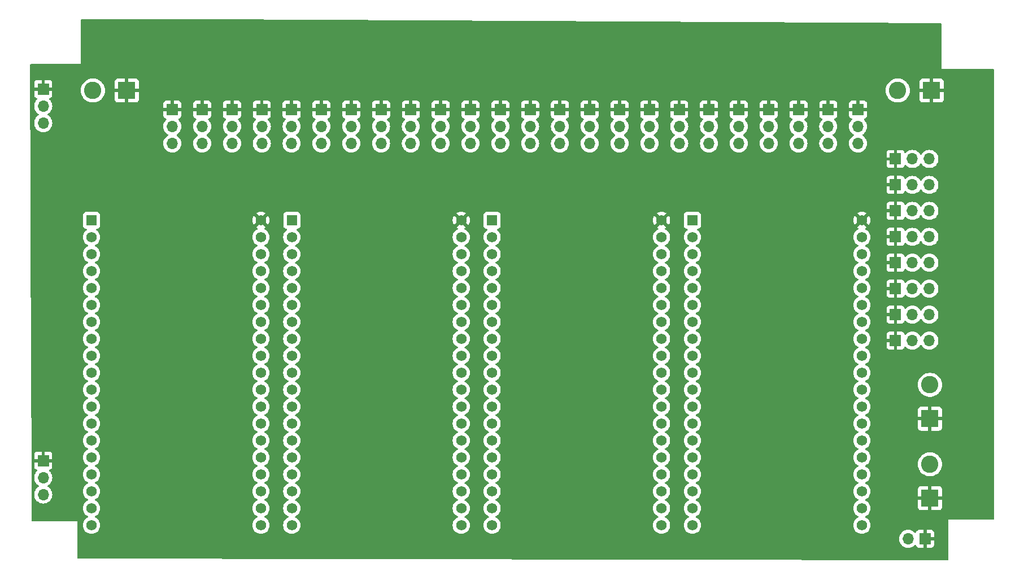
<source format=gbr>
%TF.GenerationSoftware,KiCad,Pcbnew,8.0.2-1*%
%TF.CreationDate,2025-01-09T15:56:49-05:00*%
%TF.ProjectId,C3P0_Controller_V1.1,43335030-5f43-46f6-9e74-726f6c6c6572,rev?*%
%TF.SameCoordinates,Original*%
%TF.FileFunction,Copper,L4,Bot*%
%TF.FilePolarity,Positive*%
%FSLAX46Y46*%
G04 Gerber Fmt 4.6, Leading zero omitted, Abs format (unit mm)*
G04 Created by KiCad (PCBNEW 8.0.2-1) date 2025-01-09 15:56:49*
%MOMM*%
%LPD*%
G01*
G04 APERTURE LIST*
%TA.AperFunction,ComponentPad*%
%ADD10R,1.700000X1.700000*%
%TD*%
%TA.AperFunction,ComponentPad*%
%ADD11O,1.700000X1.700000*%
%TD*%
%TA.AperFunction,ComponentPad*%
%ADD12R,1.560000X1.560000*%
%TD*%
%TA.AperFunction,ComponentPad*%
%ADD13C,1.560000*%
%TD*%
%TA.AperFunction,ComponentPad*%
%ADD14R,2.600000X2.600000*%
%TD*%
%TA.AperFunction,ComponentPad*%
%ADD15C,2.600000*%
%TD*%
G04 APERTURE END LIST*
D10*
%TO.P,J37,1,Pin_1*%
%TO.N,GND*%
X204406000Y-93868285D03*
D11*
%TO.P,J37,2,Pin_2*%
%TO.N,T_RX1*%
X206946000Y-93868285D03*
%TO.P,J37,3,Pin_3*%
%TO.N,T_TX1*%
X209486000Y-93868285D03*
%TD*%
D10*
%TO.P,J36,1,Pin_1*%
%TO.N,GND*%
X204406000Y-78310857D03*
D11*
%TO.P,J36,2,Pin_2*%
%TO.N,RA_RX1*%
X206946000Y-78310857D03*
%TO.P,J36,3,Pin_3*%
%TO.N,RA_TX1*%
X209486000Y-78310857D03*
%TD*%
D10*
%TO.P,J35,1,Pin_1*%
%TO.N,GND*%
X204406000Y-101647000D03*
D11*
%TO.P,J35,2,Pin_2*%
%TO.N,LA_RX1*%
X206946000Y-101647000D03*
%TO.P,J35,3,Pin_3*%
%TO.N,LA_TX1*%
X209486000Y-101647000D03*
%TD*%
D10*
%TO.P,J34,1,Pin_1*%
%TO.N,GND*%
X204406000Y-86089571D03*
D11*
%TO.P,J34,2,Pin_2*%
%TO.N,H_RX1*%
X206946000Y-86089571D03*
%TO.P,J34,3,Pin_3*%
%TO.N,H_TX1*%
X209486000Y-86089571D03*
%TD*%
D10*
%TO.P,J7,1,Pin_1*%
%TO.N,GND*%
X185391025Y-67005000D03*
D11*
%TO.P,J7,2,Pin_2*%
%TO.N,SVR_PWR*%
X185391025Y-69545000D03*
%TO.P,J7,3,Pin_3*%
%TO.N,SRV_7*%
X185391025Y-72085000D03*
%TD*%
D10*
%TO.P,J21,1,Pin_1*%
%TO.N,GND*%
X167514301Y-67005000D03*
D11*
%TO.P,J21,2,Pin_2*%
%TO.N,SVR_PWR*%
X167514301Y-69545000D03*
%TO.P,J21,3,Pin_3*%
%TO.N,SRV_21*%
X167514301Y-72085000D03*
%TD*%
D12*
%TO.P,U3,J2-1,3V3*%
%TO.N,unconnected-(U3-3V3-PadJ2-1)*%
X143938000Y-83611000D03*
D13*
%TO.P,U3,J2-2,EN*%
%TO.N,unconnected-(U3-EN-PadJ2-2)*%
X143938000Y-86151000D03*
%TO.P,U3,J2-3,SENSOR_VP*%
%TO.N,unconnected-(U3-SENSOR_VP-PadJ2-3)*%
X143938000Y-88691000D03*
%TO.P,U3,J2-4,SENSOR_VN*%
%TO.N,unconnected-(U3-SENSOR_VN-PadJ2-4)*%
X143938000Y-91231000D03*
%TO.P,U3,J2-5,IO34*%
%TO.N,unconnected-(U3-IO34-PadJ2-5)*%
X143938000Y-93771000D03*
%TO.P,U3,J2-6,IO35*%
%TO.N,unconnected-(U3-IO35-PadJ2-6)*%
X143938000Y-96311000D03*
%TO.P,U3,J2-7,IO32*%
%TO.N,unconnected-(U3-IO32-PadJ2-7)*%
X143938000Y-98851000D03*
%TO.P,U3,J2-8,IO33*%
%TO.N,T_TX1*%
X143938000Y-101391000D03*
%TO.P,U3,J2-9,IO25*%
%TO.N,T_RX1*%
X143938000Y-103931000D03*
%TO.P,U3,J2-10,IO26*%
%TO.N,unconnected-(U3-IO26-PadJ2-10)*%
X143938000Y-106471000D03*
%TO.P,U3,J2-11,IO27*%
%TO.N,unconnected-(U3-IO27-PadJ2-11)*%
X143938000Y-109011000D03*
%TO.P,U3,J2-12,IO14*%
%TO.N,unconnected-(U3-IO14-PadJ2-12)*%
X143938000Y-111551000D03*
%TO.P,U3,J2-13,IO12*%
%TO.N,unconnected-(U3-IO12-PadJ2-13)*%
X143938000Y-114091000D03*
%TO.P,U3,J2-14,GND1*%
%TO.N,unconnected-(U3-GND1-PadJ2-14)*%
X143938000Y-116631000D03*
%TO.P,U3,J2-15,IO13*%
%TO.N,unconnected-(U3-IO13-PadJ2-15)*%
X143938000Y-119171000D03*
%TO.P,U3,J2-16,SD2*%
%TO.N,unconnected-(U3-SD2-PadJ2-16)*%
X143938000Y-121711000D03*
%TO.P,U3,J2-17,SD3*%
%TO.N,unconnected-(U3-SD3-PadJ2-17)*%
X143938000Y-124251000D03*
%TO.P,U3,J2-18,CMD*%
%TO.N,unconnected-(U3-CMD-PadJ2-18)*%
X143938000Y-126791000D03*
%TO.P,U3,J2-19,EXT_5V*%
%TO.N,5V*%
X143938000Y-129331000D03*
%TO.P,U3,J3-1,GND3*%
%TO.N,GND*%
X169338000Y-83611000D03*
%TO.P,U3,J3-2,IO23*%
%TO.N,unconnected-(U3-IO23-PadJ3-2)*%
X169338000Y-86151000D03*
%TO.P,U3,J3-3,IO22*%
%TO.N,SRV_22*%
X169338000Y-88691000D03*
%TO.P,U3,J3-4,TXD0*%
%TO.N,T_TX*%
X169338000Y-91231000D03*
%TO.P,U3,J3-5,RXD0*%
%TO.N,T_RX*%
X169338000Y-93771000D03*
%TO.P,U3,J3-6,IO21*%
%TO.N,SRV_21*%
X169338000Y-96311000D03*
%TO.P,U3,J3-7,GND2*%
%TO.N,unconnected-(U3-GND2-PadJ3-7)*%
X169338000Y-98851000D03*
%TO.P,U3,J3-8,IO19*%
%TO.N,SRV_20*%
X169338000Y-101391000D03*
%TO.P,U3,J3-9,IO18*%
%TO.N,SRV_19*%
X169338000Y-103931000D03*
%TO.P,U3,J3-10,IO5*%
%TO.N,unconnected-(U3-IO5-PadJ3-10)*%
X169338000Y-106471000D03*
%TO.P,U3,J3-11,IO17*%
%TO.N,SRV_18*%
X169338000Y-109011000D03*
%TO.P,U3,J3-12,IO16*%
%TO.N,SRV_17*%
X169338000Y-111551000D03*
%TO.P,U3,J3-13,IO4*%
%TO.N,unconnected-(U3-IO4-PadJ3-13)*%
X169338000Y-114091000D03*
%TO.P,U3,J3-14,IO0*%
%TO.N,unconnected-(U3-IO0-PadJ3-14)*%
X169338000Y-116631000D03*
%TO.P,U3,J3-15,IO2*%
%TO.N,unconnected-(U3-IO2-PadJ3-15)*%
X169338000Y-119171000D03*
%TO.P,U3,J3-16,IO15*%
%TO.N,unconnected-(U3-IO15-PadJ3-16)*%
X169338000Y-121711000D03*
%TO.P,U3,J3-17,SD1*%
%TO.N,unconnected-(U3-SD1-PadJ3-17)*%
X169338000Y-124251000D03*
%TO.P,U3,J3-18,SD0*%
%TO.N,unconnected-(U3-SD0-PadJ3-18)*%
X169338000Y-126791000D03*
%TO.P,U3,J3-19,CLK*%
%TO.N,unconnected-(U3-CLK-PadJ3-19)*%
X169338000Y-129331000D03*
%TD*%
D10*
%TO.P,J29,1,Pin_1*%
%TO.N,GND*%
X208835000Y-131365000D03*
D11*
%TO.P,J29,2,Pin_2*%
%TO.N,5V*%
X206295000Y-131365000D03*
%TD*%
D10*
%TO.P,J16,1,Pin_1*%
%TO.N,GND*%
X118353310Y-67005000D03*
D11*
%TO.P,J16,2,Pin_2*%
%TO.N,SVR_PWR*%
X118353310Y-69545000D03*
%TO.P,J16,3,Pin_3*%
%TO.N,SRV_16*%
X118353310Y-72085000D03*
%TD*%
D10*
%TO.P,J5,1,Pin_1*%
%TO.N,GND*%
X176452663Y-67005000D03*
D11*
%TO.P,J5,2,Pin_2*%
%TO.N,SVR_PWR*%
X176452663Y-69545000D03*
%TO.P,J5,3,Pin_3*%
%TO.N,SRV_5*%
X176452663Y-72085000D03*
%TD*%
D12*
%TO.P,U1,J2-1,3V3*%
%TO.N,unconnected-(U1-3V3-PadJ2-1)*%
X83888000Y-83611000D03*
D13*
%TO.P,U1,J2-2,EN*%
%TO.N,unconnected-(U1-EN-PadJ2-2)*%
X83888000Y-86151000D03*
%TO.P,U1,J2-3,SENSOR_VP*%
%TO.N,unconnected-(U1-SENSOR_VP-PadJ2-3)*%
X83888000Y-88691000D03*
%TO.P,U1,J2-4,SENSOR_VN*%
%TO.N,unconnected-(U1-SENSOR_VN-PadJ2-4)*%
X83888000Y-91231000D03*
%TO.P,U1,J2-5,IO34*%
%TO.N,unconnected-(U1-IO34-PadJ2-5)*%
X83888000Y-93771000D03*
%TO.P,U1,J2-6,IO35*%
%TO.N,unconnected-(U1-IO35-PadJ2-6)*%
X83888000Y-96311000D03*
%TO.P,U1,J2-7,IO32*%
%TO.N,unconnected-(U1-IO32-PadJ2-7)*%
X83888000Y-98851000D03*
%TO.P,U1,J2-8,IO33*%
%TO.N,RA_TX1*%
X83888000Y-101391000D03*
%TO.P,U1,J2-9,IO25*%
%TO.N,RA_RX1*%
X83888000Y-103931000D03*
%TO.P,U1,J2-10,IO26*%
%TO.N,unconnected-(U1-IO26-PadJ2-10)*%
X83888000Y-106471000D03*
%TO.P,U1,J2-11,IO27*%
%TO.N,unconnected-(U1-IO27-PadJ2-11)*%
X83888000Y-109011000D03*
%TO.P,U1,J2-12,IO14*%
%TO.N,unconnected-(U1-IO14-PadJ2-12)*%
X83888000Y-111551000D03*
%TO.P,U1,J2-13,IO12*%
%TO.N,unconnected-(U1-IO12-PadJ2-13)*%
X83888000Y-114091000D03*
%TO.P,U1,J2-14,GND1*%
%TO.N,unconnected-(U1-GND1-PadJ2-14)*%
X83888000Y-116631000D03*
%TO.P,U1,J2-15,IO13*%
%TO.N,unconnected-(U1-IO13-PadJ2-15)*%
X83888000Y-119171000D03*
%TO.P,U1,J2-16,SD2*%
%TO.N,unconnected-(U1-SD2-PadJ2-16)*%
X83888000Y-121711000D03*
%TO.P,U1,J2-17,SD3*%
%TO.N,unconnected-(U1-SD3-PadJ2-17)*%
X83888000Y-124251000D03*
%TO.P,U1,J2-18,CMD*%
%TO.N,unconnected-(U1-CMD-PadJ2-18)*%
X83888000Y-126791000D03*
%TO.P,U1,J2-19,EXT_5V*%
%TO.N,5V*%
X83888000Y-129331000D03*
%TO.P,U1,J3-1,GND3*%
%TO.N,GND*%
X109288000Y-83611000D03*
%TO.P,U1,J3-2,IO23*%
%TO.N,unconnected-(U1-IO23-PadJ3-2)*%
X109288000Y-86151000D03*
%TO.P,U1,J3-3,IO22*%
%TO.N,SRV_16*%
X109288000Y-88691000D03*
%TO.P,U1,J3-4,TXD0*%
%TO.N,RA_TX*%
X109288000Y-91231000D03*
%TO.P,U1,J3-5,RXD0*%
%TO.N,RA_RX*%
X109288000Y-93771000D03*
%TO.P,U1,J3-6,IO21*%
%TO.N,SRV_15*%
X109288000Y-96311000D03*
%TO.P,U1,J3-7,GND2*%
%TO.N,unconnected-(U1-GND2-PadJ3-7)*%
X109288000Y-98851000D03*
%TO.P,U1,J3-8,IO19*%
%TO.N,SRV_14*%
X109288000Y-101391000D03*
%TO.P,U1,J3-9,IO18*%
%TO.N,SRV_13*%
X109288000Y-103931000D03*
%TO.P,U1,J3-10,IO5*%
%TO.N,unconnected-(U1-IO5-PadJ3-10)*%
X109288000Y-106471000D03*
%TO.P,U1,J3-11,IO17*%
%TO.N,SRV_12*%
X109288000Y-109011000D03*
%TO.P,U1,J3-12,IO16*%
%TO.N,SRV_11*%
X109288000Y-111551000D03*
%TO.P,U1,J3-13,IO4*%
%TO.N,unconnected-(U1-IO4-PadJ3-13)*%
X109288000Y-114091000D03*
%TO.P,U1,J3-14,IO0*%
%TO.N,unconnected-(U1-IO0-PadJ3-14)*%
X109288000Y-116631000D03*
%TO.P,U1,J3-15,IO2*%
%TO.N,unconnected-(U1-IO2-PadJ3-15)*%
X109288000Y-119171000D03*
%TO.P,U1,J3-16,IO15*%
%TO.N,unconnected-(U1-IO15-PadJ3-16)*%
X109288000Y-121711000D03*
%TO.P,U1,J3-17,SD1*%
%TO.N,unconnected-(U1-SD1-PadJ3-17)*%
X109288000Y-124251000D03*
%TO.P,U1,J3-18,SD0*%
%TO.N,unconnected-(U1-SD0-PadJ3-18)*%
X109288000Y-126791000D03*
%TO.P,U1,J3-19,CLK*%
%TO.N,unconnected-(U1-CLK-PadJ3-19)*%
X109288000Y-129331000D03*
%TD*%
D10*
%TO.P,J30,1,Pin_1*%
%TO.N,GND*%
X204406000Y-82200214D03*
D11*
%TO.P,J30,2,Pin_2*%
%TO.N,H_RX*%
X206946000Y-82200214D03*
%TO.P,J30,3,Pin_3*%
%TO.N,H_TX*%
X209486000Y-82200214D03*
%TD*%
D10*
%TO.P,J15,1,Pin_1*%
%TO.N,GND*%
X113884129Y-67005000D03*
D11*
%TO.P,J15,2,Pin_2*%
%TO.N,SVR_PWR*%
X113884129Y-69545000D03*
%TO.P,J15,3,Pin_3*%
%TO.N,SRV_15*%
X113884129Y-72085000D03*
%TD*%
D10*
%TO.P,J20,1,Pin_1*%
%TO.N,GND*%
X163045120Y-67005000D03*
D11*
%TO.P,J20,2,Pin_2*%
%TO.N,SVR_PWR*%
X163045120Y-69545000D03*
%TO.P,J20,3,Pin_3*%
%TO.N,SRV_20*%
X163045120Y-72085000D03*
%TD*%
D10*
%TO.P,J2,1,Pin_1*%
%TO.N,GND*%
X127291672Y-67005000D03*
D11*
%TO.P,J2,2,Pin_2*%
%TO.N,SVR_PWR*%
X127291672Y-69545000D03*
%TO.P,J2,3,Pin_3*%
%TO.N,SRV_2*%
X127291672Y-72085000D03*
%TD*%
D14*
%TO.P,J50,1,Pin_1*%
%TO.N,GND*%
X89171000Y-64155000D03*
D15*
%TO.P,J50,2,Pin_2*%
%TO.N,SVR_PWR*%
X84091000Y-64155000D03*
%TD*%
D10*
%TO.P,J19,1,Pin_1*%
%TO.N,GND*%
X158575939Y-67005000D03*
D11*
%TO.P,J19,2,Pin_2*%
%TO.N,SVR_PWR*%
X158575939Y-69545000D03*
%TO.P,J19,3,Pin_3*%
%TO.N,SRV_19*%
X158575939Y-72085000D03*
%TD*%
D10*
%TO.P,J13,1,Pin_1*%
%TO.N,GND*%
X104945767Y-67005000D03*
D11*
%TO.P,J13,2,Pin_2*%
%TO.N,SVR_PWR*%
X104945767Y-69545000D03*
%TO.P,J13,3,Pin_3*%
%TO.N,SRV_13*%
X104945767Y-72085000D03*
%TD*%
D10*
%TO.P,J33,1,Pin_1*%
%TO.N,GND*%
X204406000Y-89978928D03*
D11*
%TO.P,J33,2,Pin_2*%
%TO.N,T_RX*%
X206946000Y-89978928D03*
%TO.P,J33,3,Pin_3*%
%TO.N,T_TX*%
X209486000Y-89978928D03*
%TD*%
D10*
%TO.P,J24,1,Pin_1*%
%TO.N,GND*%
X145168396Y-67005000D03*
D11*
%TO.P,J24,2,Pin_2*%
%TO.N,SVR_PWR*%
X145168396Y-69545000D03*
%TO.P,J24,3,Pin_3*%
%TO.N,SPR_2*%
X145168396Y-72085000D03*
%TD*%
D10*
%TO.P,J11,1,Pin_1*%
%TO.N,GND*%
X96007405Y-67005000D03*
D11*
%TO.P,J11,2,Pin_2*%
%TO.N,SVR_PWR*%
X96007405Y-69545000D03*
%TO.P,J11,3,Pin_3*%
%TO.N,SRV_11*%
X96007405Y-72085000D03*
%TD*%
D10*
%TO.P,J26,1,Pin_1*%
%TO.N,GND*%
X76650000Y-119644000D03*
D11*
%TO.P,J26,2,Pin_2*%
%TO.N,5V*%
X76650000Y-122184000D03*
%TO.P,J26,3,Pin_3*%
%TO.N,MISC_2*%
X76650000Y-124724000D03*
%TD*%
D10*
%TO.P,J22,1,Pin_1*%
%TO.N,GND*%
X171983482Y-67005000D03*
D11*
%TO.P,J22,2,Pin_2*%
%TO.N,SVR_PWR*%
X171983482Y-69545000D03*
%TO.P,J22,3,Pin_3*%
%TO.N,SRV_22*%
X171983482Y-72085000D03*
%TD*%
D10*
%TO.P,J6,1,Pin_1*%
%TO.N,GND*%
X180921844Y-67005000D03*
D11*
%TO.P,J6,2,Pin_2*%
%TO.N,SVR_PWR*%
X180921844Y-69545000D03*
%TO.P,J6,3,Pin_3*%
%TO.N,SRV_6*%
X180921844Y-72085000D03*
%TD*%
D12*
%TO.P,U4,J2-1,3V3*%
%TO.N,unconnected-(U4-3V3-PadJ2-1)*%
X173963000Y-83611000D03*
D13*
%TO.P,U4,J2-2,EN*%
%TO.N,unconnected-(U4-EN-PadJ2-2)*%
X173963000Y-86151000D03*
%TO.P,U4,J2-3,SENSOR_VP*%
%TO.N,unconnected-(U4-SENSOR_VP-PadJ2-3)*%
X173963000Y-88691000D03*
%TO.P,U4,J2-4,SENSOR_VN*%
%TO.N,unconnected-(U4-SENSOR_VN-PadJ2-4)*%
X173963000Y-91231000D03*
%TO.P,U4,J2-5,IO34*%
%TO.N,unconnected-(U4-IO34-PadJ2-5)*%
X173963000Y-93771000D03*
%TO.P,U4,J2-6,IO35*%
%TO.N,unconnected-(U4-IO35-PadJ2-6)*%
X173963000Y-96311000D03*
%TO.P,U4,J2-7,IO32*%
%TO.N,unconnected-(U4-IO32-PadJ2-7)*%
X173963000Y-98851000D03*
%TO.P,U4,J2-8,IO33*%
%TO.N,LA_TX1*%
X173963000Y-101391000D03*
%TO.P,U4,J2-9,IO25*%
%TO.N,LA_RX1*%
X173963000Y-103931000D03*
%TO.P,U4,J2-10,IO26*%
%TO.N,unconnected-(U4-IO26-PadJ2-10)*%
X173963000Y-106471000D03*
%TO.P,U4,J2-11,IO27*%
%TO.N,unconnected-(U4-IO27-PadJ2-11)*%
X173963000Y-109011000D03*
%TO.P,U4,J2-12,IO14*%
%TO.N,unconnected-(U4-IO14-PadJ2-12)*%
X173963000Y-111551000D03*
%TO.P,U4,J2-13,IO12*%
%TO.N,unconnected-(U4-IO12-PadJ2-13)*%
X173963000Y-114091000D03*
%TO.P,U4,J2-14,GND1*%
%TO.N,unconnected-(U4-GND1-PadJ2-14)*%
X173963000Y-116631000D03*
%TO.P,U4,J2-15,IO13*%
%TO.N,unconnected-(U4-IO13-PadJ2-15)*%
X173963000Y-119171000D03*
%TO.P,U4,J2-16,SD2*%
%TO.N,unconnected-(U4-SD2-PadJ2-16)*%
X173963000Y-121711000D03*
%TO.P,U4,J2-17,SD3*%
%TO.N,unconnected-(U4-SD3-PadJ2-17)*%
X173963000Y-124251000D03*
%TO.P,U4,J2-18,CMD*%
%TO.N,unconnected-(U4-CMD-PadJ2-18)*%
X173963000Y-126791000D03*
%TO.P,U4,J2-19,EXT_5V*%
%TO.N,5V*%
X173963000Y-129331000D03*
%TO.P,U4,J3-1,GND3*%
%TO.N,GND*%
X199363000Y-83611000D03*
%TO.P,U4,J3-2,IO23*%
%TO.N,unconnected-(U4-IO23-PadJ3-2)*%
X199363000Y-86151000D03*
%TO.P,U4,J3-3,IO22*%
%TO.N,SRV_10*%
X199363000Y-88691000D03*
%TO.P,U4,J3-4,TXD0*%
%TO.N,LA_TX*%
X199363000Y-91231000D03*
%TO.P,U4,J3-5,RXD0*%
%TO.N,LA_RX*%
X199363000Y-93771000D03*
%TO.P,U4,J3-6,IO21*%
%TO.N,SRV_9*%
X199363000Y-96311000D03*
%TO.P,U4,J3-7,GND2*%
%TO.N,unconnected-(U4-GND2-PadJ3-7)*%
X199363000Y-98851000D03*
%TO.P,U4,J3-8,IO19*%
%TO.N,SRV_8*%
X199363000Y-101391000D03*
%TO.P,U4,J3-9,IO18*%
%TO.N,SRV_7*%
X199363000Y-103931000D03*
%TO.P,U4,J3-10,IO5*%
%TO.N,unconnected-(U4-IO5-PadJ3-10)*%
X199363000Y-106471000D03*
%TO.P,U4,J3-11,IO17*%
%TO.N,SRV_6*%
X199363000Y-109011000D03*
%TO.P,U4,J3-12,IO16*%
%TO.N,SRV_5*%
X199363000Y-111551000D03*
%TO.P,U4,J3-13,IO4*%
%TO.N,unconnected-(U4-IO4-PadJ3-13)*%
X199363000Y-114091000D03*
%TO.P,U4,J3-14,IO0*%
%TO.N,unconnected-(U4-IO0-PadJ3-14)*%
X199363000Y-116631000D03*
%TO.P,U4,J3-15,IO2*%
%TO.N,unconnected-(U4-IO2-PadJ3-15)*%
X199363000Y-119171000D03*
%TO.P,U4,J3-16,IO15*%
%TO.N,unconnected-(U4-IO15-PadJ3-16)*%
X199363000Y-121711000D03*
%TO.P,U4,J3-17,SD1*%
%TO.N,unconnected-(U4-SD1-PadJ3-17)*%
X199363000Y-124251000D03*
%TO.P,U4,J3-18,SD0*%
%TO.N,unconnected-(U4-SD0-PadJ3-18)*%
X199363000Y-126791000D03*
%TO.P,U4,J3-19,CLK*%
%TO.N,unconnected-(U4-CLK-PadJ3-19)*%
X199363000Y-129331000D03*
%TD*%
D11*
%TO.P,J32,3,Pin_3*%
%TO.N,RA_TX*%
X209486000Y-74421500D03*
%TO.P,J32,2,Pin_2*%
%TO.N,RA_RX*%
X206946000Y-74421500D03*
D10*
%TO.P,J32,1,Pin_1*%
%TO.N,GND*%
X204406000Y-74421500D03*
%TD*%
%TO.P,J3,1,Pin_1*%
%TO.N,GND*%
X131760853Y-67005000D03*
D11*
%TO.P,J3,2,Pin_2*%
%TO.N,SVR_PWR*%
X131760853Y-69545000D03*
%TO.P,J3,3,Pin_3*%
%TO.N,SRV_3*%
X131760853Y-72085000D03*
%TD*%
D10*
%TO.P,J1,1,Pin_1*%
%TO.N,GND*%
X122822491Y-67005000D03*
D11*
%TO.P,J1,2,Pin_2*%
%TO.N,SVR_PWR*%
X122822491Y-69545000D03*
%TO.P,J1,3,Pin_3*%
%TO.N,SRV_1*%
X122822491Y-72085000D03*
%TD*%
D10*
%TO.P,J18,1,Pin_1*%
%TO.N,GND*%
X154106758Y-67005000D03*
D11*
%TO.P,J18,2,Pin_2*%
%TO.N,SVR_PWR*%
X154106758Y-69545000D03*
%TO.P,J18,3,Pin_3*%
%TO.N,SRV_18*%
X154106758Y-72085000D03*
%TD*%
D10*
%TO.P,J23,1,Pin_1*%
%TO.N,GND*%
X140699215Y-67005000D03*
D11*
%TO.P,J23,2,Pin_2*%
%TO.N,SVR_PWR*%
X140699215Y-69545000D03*
%TO.P,J23,3,Pin_3*%
%TO.N,SPR_1*%
X140699215Y-72085000D03*
%TD*%
D10*
%TO.P,J4,1,Pin_1*%
%TO.N,GND*%
X136230034Y-67005000D03*
D11*
%TO.P,J4,2,Pin_2*%
%TO.N,SVR_PWR*%
X136230034Y-69545000D03*
%TO.P,J4,3,Pin_3*%
%TO.N,SRV_4*%
X136230034Y-72085000D03*
%TD*%
D10*
%TO.P,J17,1,Pin_1*%
%TO.N,GND*%
X149637577Y-67005000D03*
D11*
%TO.P,J17,2,Pin_2*%
%TO.N,SVR_PWR*%
X149637577Y-69545000D03*
%TO.P,J17,3,Pin_3*%
%TO.N,SRV_17*%
X149637577Y-72085000D03*
%TD*%
D14*
%TO.P,J51,1,Pin_1*%
%TO.N,GND*%
X209567000Y-125267000D03*
D15*
%TO.P,J51,2,Pin_2*%
%TO.N,5V*%
X209567000Y-120187000D03*
%TD*%
D14*
%TO.P,J27,1,Pin_1*%
%TO.N,GND*%
X209821000Y-64155000D03*
D15*
%TO.P,J27,2,Pin_2*%
%TO.N,SVR_PWR*%
X204741000Y-64155000D03*
%TD*%
D10*
%TO.P,J9,1,Pin_1*%
%TO.N,GND*%
X194329387Y-67005000D03*
D11*
%TO.P,J9,2,Pin_2*%
%TO.N,SVR_PWR*%
X194329387Y-69545000D03*
%TO.P,J9,3,Pin_3*%
%TO.N,SRV_9*%
X194329387Y-72085000D03*
%TD*%
D14*
%TO.P,J28,1,Pin_1*%
%TO.N,GND*%
X209567000Y-113353000D03*
D15*
%TO.P,J28,2,Pin_2*%
%TO.N,5V*%
X209567000Y-108273000D03*
%TD*%
D10*
%TO.P,J12,1,Pin_1*%
%TO.N,GND*%
X100476586Y-67005000D03*
D11*
%TO.P,J12,2,Pin_2*%
%TO.N,SVR_PWR*%
X100476586Y-69545000D03*
%TO.P,J12,3,Pin_3*%
%TO.N,SRV_12*%
X100476586Y-72085000D03*
%TD*%
D12*
%TO.P,U2,J2-1,3V3*%
%TO.N,unconnected-(U2-3V3-PadJ2-1)*%
X113913000Y-83611000D03*
D13*
%TO.P,U2,J2-2,EN*%
%TO.N,unconnected-(U2-EN-PadJ2-2)*%
X113913000Y-86151000D03*
%TO.P,U2,J2-3,SENSOR_VP*%
%TO.N,unconnected-(U2-SENSOR_VP-PadJ2-3)*%
X113913000Y-88691000D03*
%TO.P,U2,J2-4,SENSOR_VN*%
%TO.N,unconnected-(U2-SENSOR_VN-PadJ2-4)*%
X113913000Y-91231000D03*
%TO.P,U2,J2-5,IO34*%
%TO.N,unconnected-(U2-IO34-PadJ2-5)*%
X113913000Y-93771000D03*
%TO.P,U2,J2-6,IO35*%
%TO.N,unconnected-(U2-IO35-PadJ2-6)*%
X113913000Y-96311000D03*
%TO.P,U2,J2-7,IO32*%
%TO.N,unconnected-(U2-IO32-PadJ2-7)*%
X113913000Y-98851000D03*
%TO.P,U2,J2-8,IO33*%
%TO.N,H_TX1*%
X113913000Y-101391000D03*
%TO.P,U2,J2-9,IO25*%
%TO.N,H_RX1*%
X113913000Y-103931000D03*
%TO.P,U2,J2-10,IO26*%
%TO.N,MISC_1*%
X113913000Y-106471000D03*
%TO.P,U2,J2-11,IO27*%
%TO.N,MISC_2*%
X113913000Y-109011000D03*
%TO.P,U2,J2-12,IO14*%
%TO.N,unconnected-(U2-IO14-PadJ2-12)*%
X113913000Y-111551000D03*
%TO.P,U2,J2-13,IO12*%
%TO.N,unconnected-(U2-IO12-PadJ2-13)*%
X113913000Y-114091000D03*
%TO.P,U2,J2-14,GND1*%
%TO.N,unconnected-(U2-GND1-PadJ2-14)*%
X113913000Y-116631000D03*
%TO.P,U2,J2-15,IO13*%
%TO.N,unconnected-(U2-IO13-PadJ2-15)*%
X113913000Y-119171000D03*
%TO.P,U2,J2-16,SD2*%
%TO.N,unconnected-(U2-SD2-PadJ2-16)*%
X113913000Y-121711000D03*
%TO.P,U2,J2-17,SD3*%
%TO.N,unconnected-(U2-SD3-PadJ2-17)*%
X113913000Y-124251000D03*
%TO.P,U2,J2-18,CMD*%
%TO.N,unconnected-(U2-CMD-PadJ2-18)*%
X113913000Y-126791000D03*
%TO.P,U2,J2-19,EXT_5V*%
%TO.N,5V*%
X113913000Y-129331000D03*
%TO.P,U2,J3-1,GND3*%
%TO.N,GND*%
X139313000Y-83611000D03*
%TO.P,U2,J3-2,IO23*%
%TO.N,unconnected-(U2-IO23-PadJ3-2)*%
X139313000Y-86151000D03*
%TO.P,U2,J3-3,IO22*%
%TO.N,SPR_2*%
X139313000Y-88691000D03*
%TO.P,U2,J3-4,TXD0*%
%TO.N,H_TX*%
X139313000Y-91231000D03*
%TO.P,U2,J3-5,RXD0*%
%TO.N,H_RX*%
X139313000Y-93771000D03*
%TO.P,U2,J3-6,IO21*%
%TO.N,SPR_1*%
X139313000Y-96311000D03*
%TO.P,U2,J3-7,GND2*%
%TO.N,unconnected-(U2-GND2-PadJ3-7)*%
X139313000Y-98851000D03*
%TO.P,U2,J3-8,IO19*%
%TO.N,SRV_4*%
X139313000Y-101391000D03*
%TO.P,U2,J3-9,IO18*%
%TO.N,SRV_3*%
X139313000Y-103931000D03*
%TO.P,U2,J3-10,IO5*%
%TO.N,unconnected-(U2-IO5-PadJ3-10)*%
X139313000Y-106471000D03*
%TO.P,U2,J3-11,IO17*%
%TO.N,SRV_2*%
X139313000Y-109011000D03*
%TO.P,U2,J3-12,IO16*%
%TO.N,SRV_1*%
X139313000Y-111551000D03*
%TO.P,U2,J3-13,IO4*%
%TO.N,unconnected-(U2-IO4-PadJ3-13)*%
X139313000Y-114091000D03*
%TO.P,U2,J3-14,IO0*%
%TO.N,unconnected-(U2-IO0-PadJ3-14)*%
X139313000Y-116631000D03*
%TO.P,U2,J3-15,IO2*%
%TO.N,unconnected-(U2-IO2-PadJ3-15)*%
X139313000Y-119171000D03*
%TO.P,U2,J3-16,IO15*%
%TO.N,unconnected-(U2-IO15-PadJ3-16)*%
X139313000Y-121711000D03*
%TO.P,U2,J3-17,SD1*%
%TO.N,unconnected-(U2-SD1-PadJ3-17)*%
X139313000Y-124251000D03*
%TO.P,U2,J3-18,SD0*%
%TO.N,unconnected-(U2-SD0-PadJ3-18)*%
X139313000Y-126791000D03*
%TO.P,U2,J3-19,CLK*%
%TO.N,unconnected-(U2-CLK-PadJ3-19)*%
X139313000Y-129331000D03*
%TD*%
D10*
%TO.P,J14,1,Pin_1*%
%TO.N,GND*%
X109414948Y-67005000D03*
D11*
%TO.P,J14,2,Pin_2*%
%TO.N,SVR_PWR*%
X109414948Y-69545000D03*
%TO.P,J14,3,Pin_3*%
%TO.N,SRV_14*%
X109414948Y-72085000D03*
%TD*%
D10*
%TO.P,J31,1,Pin_1*%
%TO.N,GND*%
X204406000Y-97757642D03*
D11*
%TO.P,J31,2,Pin_2*%
%TO.N,LA_RX*%
X206946000Y-97757642D03*
%TO.P,J31,3,Pin_3*%
%TO.N,LA_TX*%
X209486000Y-97757642D03*
%TD*%
D10*
%TO.P,J10,1,Pin_1*%
%TO.N,GND*%
X198798569Y-67005000D03*
D11*
%TO.P,J10,2,Pin_2*%
%TO.N,SVR_PWR*%
X198798569Y-69545000D03*
%TO.P,J10,3,Pin_3*%
%TO.N,SRV_10*%
X198798569Y-72085000D03*
%TD*%
D10*
%TO.P,J25,1,Pin_1*%
%TO.N,GND*%
X76650000Y-63944000D03*
D11*
%TO.P,J25,2,Pin_2*%
%TO.N,5V*%
X76650000Y-66484000D03*
%TO.P,J25,3,Pin_3*%
%TO.N,MISC_1*%
X76650000Y-69024000D03*
%TD*%
D10*
%TO.P,J8,1,Pin_1*%
%TO.N,GND*%
X189860206Y-67005000D03*
D11*
%TO.P,J8,2,Pin_2*%
%TO.N,SVR_PWR*%
X189860206Y-69545000D03*
%TO.P,J8,3,Pin_3*%
%TO.N,SRV_8*%
X189860206Y-72085000D03*
%TD*%
%TA.AperFunction,Conductor*%
%TO.N,GND*%
G36*
X102023672Y-53456502D02*
G01*
X211204732Y-54101272D01*
X211271654Y-54121352D01*
X211317097Y-54174426D01*
X211328000Y-54225270D01*
X211328000Y-60960000D01*
X219078000Y-60960000D01*
X219145039Y-60979685D01*
X219190794Y-61032489D01*
X219202000Y-61084000D01*
X219202000Y-128400000D01*
X219182315Y-128467039D01*
X219129511Y-128512794D01*
X219078000Y-128524000D01*
X212344000Y-128524000D01*
X212344000Y-134495758D01*
X212324315Y-134562797D01*
X212271511Y-134608552D01*
X212219759Y-134619758D01*
X81911759Y-134366240D01*
X81844758Y-134346425D01*
X81799106Y-134293532D01*
X81788000Y-134242240D01*
X81788000Y-131364999D01*
X204939341Y-131364999D01*
X204939341Y-131365000D01*
X204959936Y-131600403D01*
X204959938Y-131600413D01*
X205021094Y-131828655D01*
X205021096Y-131828659D01*
X205021097Y-131828663D01*
X205088035Y-131972211D01*
X205120965Y-132042830D01*
X205120967Y-132042834D01*
X205229281Y-132197521D01*
X205256505Y-132236401D01*
X205423599Y-132403495D01*
X205497567Y-132455288D01*
X205617165Y-132539032D01*
X205617167Y-132539033D01*
X205617170Y-132539035D01*
X205831337Y-132638903D01*
X206059592Y-132700063D01*
X206230319Y-132715000D01*
X206294999Y-132720659D01*
X206295000Y-132720659D01*
X206295001Y-132720659D01*
X206359681Y-132715000D01*
X206530408Y-132700063D01*
X206758663Y-132638903D01*
X206972830Y-132539035D01*
X207166401Y-132403495D01*
X207288717Y-132281178D01*
X207350036Y-132247696D01*
X207419728Y-132252680D01*
X207475662Y-132294551D01*
X207492577Y-132325528D01*
X207541646Y-132457088D01*
X207541649Y-132457093D01*
X207627809Y-132572187D01*
X207627812Y-132572190D01*
X207742906Y-132658350D01*
X207742913Y-132658354D01*
X207877620Y-132708596D01*
X207877627Y-132708598D01*
X207937155Y-132714999D01*
X207937172Y-132715000D01*
X208585000Y-132715000D01*
X208585000Y-131798012D01*
X208642007Y-131830925D01*
X208769174Y-131865000D01*
X208900826Y-131865000D01*
X209027993Y-131830925D01*
X209085000Y-131798012D01*
X209085000Y-132715000D01*
X209732828Y-132715000D01*
X209732844Y-132714999D01*
X209792372Y-132708598D01*
X209792379Y-132708596D01*
X209927086Y-132658354D01*
X209927093Y-132658350D01*
X210042187Y-132572190D01*
X210042190Y-132572187D01*
X210128350Y-132457093D01*
X210128354Y-132457086D01*
X210178596Y-132322379D01*
X210178598Y-132322372D01*
X210184999Y-132262844D01*
X210185000Y-132262827D01*
X210185000Y-131615000D01*
X209268012Y-131615000D01*
X209300925Y-131557993D01*
X209335000Y-131430826D01*
X209335000Y-131299174D01*
X209300925Y-131172007D01*
X209268012Y-131115000D01*
X210185000Y-131115000D01*
X210185000Y-130467172D01*
X210184999Y-130467155D01*
X210178598Y-130407627D01*
X210178596Y-130407620D01*
X210128354Y-130272913D01*
X210128350Y-130272906D01*
X210042190Y-130157812D01*
X210042187Y-130157809D01*
X209927093Y-130071649D01*
X209927086Y-130071645D01*
X209792379Y-130021403D01*
X209792372Y-130021401D01*
X209732844Y-130015000D01*
X209085000Y-130015000D01*
X209085000Y-130931988D01*
X209027993Y-130899075D01*
X208900826Y-130865000D01*
X208769174Y-130865000D01*
X208642007Y-130899075D01*
X208585000Y-130931988D01*
X208585000Y-130015000D01*
X207937155Y-130015000D01*
X207877627Y-130021401D01*
X207877620Y-130021403D01*
X207742913Y-130071645D01*
X207742906Y-130071649D01*
X207627812Y-130157809D01*
X207627809Y-130157812D01*
X207541649Y-130272906D01*
X207541645Y-130272913D01*
X207492578Y-130404470D01*
X207450707Y-130460404D01*
X207385242Y-130484821D01*
X207316969Y-130469969D01*
X207288715Y-130448819D01*
X207244366Y-130404470D01*
X207166401Y-130326505D01*
X207166397Y-130326502D01*
X207166396Y-130326501D01*
X206972834Y-130190967D01*
X206972830Y-130190965D01*
X206901727Y-130157809D01*
X206758663Y-130091097D01*
X206758659Y-130091096D01*
X206758655Y-130091094D01*
X206530413Y-130029938D01*
X206530403Y-130029936D01*
X206295001Y-130009341D01*
X206294999Y-130009341D01*
X206059596Y-130029936D01*
X206059586Y-130029938D01*
X205831344Y-130091094D01*
X205831335Y-130091098D01*
X205617171Y-130190964D01*
X205617169Y-130190965D01*
X205423597Y-130326505D01*
X205256505Y-130493597D01*
X205120965Y-130687169D01*
X205120964Y-130687171D01*
X205021098Y-130901335D01*
X205021094Y-130901344D01*
X204959938Y-131129586D01*
X204959936Y-131129596D01*
X204939341Y-131364999D01*
X81788000Y-131364999D01*
X81788000Y-128778000D01*
X75053541Y-128778000D01*
X74986502Y-128758315D01*
X74940747Y-128705511D01*
X74929542Y-128654459D01*
X74929017Y-128512794D01*
X74905577Y-122183999D01*
X75294341Y-122183999D01*
X75294341Y-122184000D01*
X75314936Y-122419403D01*
X75314938Y-122419413D01*
X75376094Y-122647655D01*
X75376096Y-122647659D01*
X75376097Y-122647663D01*
X75458409Y-122824181D01*
X75475965Y-122861830D01*
X75475967Y-122861834D01*
X75584281Y-123016521D01*
X75606928Y-123048865D01*
X75611501Y-123055395D01*
X75611506Y-123055402D01*
X75778597Y-123222493D01*
X75778603Y-123222498D01*
X75964158Y-123352425D01*
X76007783Y-123407002D01*
X76014977Y-123476500D01*
X75983454Y-123538855D01*
X75964158Y-123555575D01*
X75778597Y-123685505D01*
X75611505Y-123852597D01*
X75475965Y-124046169D01*
X75475964Y-124046171D01*
X75382401Y-124246816D01*
X75380451Y-124251001D01*
X75376098Y-124260335D01*
X75376094Y-124260344D01*
X75314938Y-124488586D01*
X75314936Y-124488596D01*
X75294341Y-124723999D01*
X75294341Y-124724000D01*
X75314936Y-124959403D01*
X75314938Y-124959413D01*
X75376094Y-125187655D01*
X75376096Y-125187659D01*
X75376097Y-125187663D01*
X75458409Y-125364181D01*
X75475965Y-125401830D01*
X75475967Y-125401834D01*
X75584281Y-125556521D01*
X75611505Y-125595401D01*
X75778599Y-125762495D01*
X75841206Y-125806333D01*
X75972165Y-125898032D01*
X75972167Y-125898033D01*
X75972170Y-125898035D01*
X76186337Y-125997903D01*
X76414592Y-126059063D01*
X76602918Y-126075539D01*
X76649999Y-126079659D01*
X76650000Y-126079659D01*
X76650001Y-126079659D01*
X76689234Y-126076226D01*
X76885408Y-126059063D01*
X77113663Y-125997903D01*
X77327830Y-125898035D01*
X77521401Y-125762495D01*
X77688495Y-125595401D01*
X77824035Y-125401830D01*
X77923903Y-125187663D01*
X77985063Y-124959408D01*
X78005659Y-124724000D01*
X77985063Y-124488592D01*
X77923903Y-124260337D01*
X77824035Y-124046171D01*
X77811168Y-124027794D01*
X77688494Y-123852597D01*
X77521402Y-123685506D01*
X77521396Y-123685501D01*
X77335842Y-123555575D01*
X77292217Y-123500998D01*
X77285023Y-123431500D01*
X77316546Y-123369145D01*
X77335842Y-123352425D01*
X77458792Y-123266334D01*
X77521401Y-123222495D01*
X77688495Y-123055401D01*
X77824035Y-122861830D01*
X77923903Y-122647663D01*
X77985063Y-122419408D01*
X78005659Y-122184000D01*
X77985063Y-121948592D01*
X77923903Y-121720337D01*
X77824035Y-121506171D01*
X77811167Y-121487794D01*
X77688496Y-121312600D01*
X77647264Y-121271368D01*
X77566179Y-121190283D01*
X77532696Y-121128963D01*
X77537680Y-121059271D01*
X77579551Y-121003337D01*
X77610529Y-120986422D01*
X77742086Y-120937354D01*
X77742093Y-120937350D01*
X77857187Y-120851190D01*
X77857190Y-120851187D01*
X77943350Y-120736093D01*
X77943354Y-120736086D01*
X77993596Y-120601379D01*
X77993598Y-120601372D01*
X77999999Y-120541844D01*
X78000000Y-120541827D01*
X78000000Y-119894000D01*
X77083012Y-119894000D01*
X77115925Y-119836993D01*
X77150000Y-119709826D01*
X77150000Y-119578174D01*
X77115925Y-119451007D01*
X77083012Y-119394000D01*
X78000000Y-119394000D01*
X78000000Y-118746172D01*
X77999999Y-118746155D01*
X77993598Y-118686627D01*
X77993596Y-118686620D01*
X77943354Y-118551913D01*
X77943350Y-118551906D01*
X77857190Y-118436812D01*
X77857187Y-118436809D01*
X77742093Y-118350649D01*
X77742086Y-118350645D01*
X77607379Y-118300403D01*
X77607372Y-118300401D01*
X77547844Y-118294000D01*
X76900000Y-118294000D01*
X76900000Y-119210988D01*
X76842993Y-119178075D01*
X76715826Y-119144000D01*
X76584174Y-119144000D01*
X76457007Y-119178075D01*
X76400000Y-119210988D01*
X76400000Y-118294000D01*
X75752155Y-118294000D01*
X75692627Y-118300401D01*
X75692620Y-118300403D01*
X75557913Y-118350645D01*
X75557906Y-118350649D01*
X75442812Y-118436809D01*
X75442809Y-118436812D01*
X75356649Y-118551906D01*
X75356645Y-118551913D01*
X75306403Y-118686620D01*
X75306401Y-118686627D01*
X75300000Y-118746155D01*
X75300000Y-119394000D01*
X76216988Y-119394000D01*
X76184075Y-119451007D01*
X76150000Y-119578174D01*
X76150000Y-119709826D01*
X76184075Y-119836993D01*
X76216988Y-119894000D01*
X75300000Y-119894000D01*
X75300000Y-120541844D01*
X75306401Y-120601372D01*
X75306403Y-120601379D01*
X75356645Y-120736086D01*
X75356649Y-120736093D01*
X75442809Y-120851187D01*
X75442812Y-120851190D01*
X75557906Y-120937350D01*
X75557913Y-120937354D01*
X75689470Y-120986421D01*
X75745403Y-121028292D01*
X75769821Y-121093756D01*
X75754970Y-121162029D01*
X75733819Y-121190284D01*
X75611503Y-121312600D01*
X75475965Y-121506169D01*
X75475964Y-121506171D01*
X75382401Y-121706816D01*
X75380451Y-121711001D01*
X75376098Y-121720335D01*
X75376094Y-121720344D01*
X75314938Y-121948586D01*
X75314936Y-121948596D01*
X75294341Y-122183999D01*
X74905577Y-122183999D01*
X74772122Y-86150998D01*
X82602609Y-86150998D01*
X82602609Y-86151001D01*
X82622136Y-86374200D01*
X82622137Y-86374208D01*
X82680126Y-86590625D01*
X82680127Y-86590627D01*
X82680128Y-86590630D01*
X82762559Y-86767405D01*
X82774819Y-86793696D01*
X82774821Y-86793700D01*
X82903329Y-86977228D01*
X82903334Y-86977234D01*
X83061765Y-87135665D01*
X83061771Y-87135670D01*
X83245299Y-87264178D01*
X83245301Y-87264179D01*
X83245304Y-87264181D01*
X83340600Y-87308618D01*
X83393039Y-87354790D01*
X83412191Y-87421984D01*
X83391975Y-87488865D01*
X83340600Y-87533382D01*
X83245306Y-87577818D01*
X83245304Y-87577819D01*
X83061764Y-87706334D01*
X82903334Y-87864764D01*
X82774819Y-88048304D01*
X82774818Y-88048306D01*
X82680129Y-88251368D01*
X82680126Y-88251374D01*
X82622137Y-88467791D01*
X82622136Y-88467799D01*
X82602609Y-88690998D01*
X82602609Y-88691001D01*
X82622136Y-88914200D01*
X82622137Y-88914208D01*
X82680126Y-89130625D01*
X82680127Y-89130627D01*
X82680128Y-89130630D01*
X82755882Y-89293086D01*
X82774819Y-89333696D01*
X82774821Y-89333700D01*
X82903329Y-89517228D01*
X82903334Y-89517234D01*
X83061765Y-89675665D01*
X83061771Y-89675670D01*
X83245299Y-89804178D01*
X83245301Y-89804179D01*
X83245304Y-89804181D01*
X83340600Y-89848618D01*
X83393039Y-89894790D01*
X83412191Y-89961984D01*
X83391975Y-90028865D01*
X83340600Y-90073382D01*
X83245306Y-90117818D01*
X83245304Y-90117819D01*
X83061764Y-90246334D01*
X82903334Y-90404764D01*
X82774819Y-90588304D01*
X82774818Y-90588306D01*
X82680129Y-90791368D01*
X82680126Y-90791374D01*
X82622137Y-91007791D01*
X82622136Y-91007799D01*
X82602609Y-91230998D01*
X82602609Y-91231001D01*
X82622136Y-91454200D01*
X82622137Y-91454208D01*
X82680126Y-91670625D01*
X82680127Y-91670627D01*
X82680128Y-91670630D01*
X82774819Y-91873696D01*
X82774821Y-91873700D01*
X82903329Y-92057228D01*
X82903334Y-92057234D01*
X83061765Y-92215665D01*
X83061771Y-92215670D01*
X83245299Y-92344178D01*
X83245301Y-92344179D01*
X83245304Y-92344181D01*
X83340600Y-92388618D01*
X83393039Y-92434790D01*
X83412191Y-92501984D01*
X83391975Y-92568865D01*
X83340600Y-92613382D01*
X83245306Y-92657818D01*
X83245304Y-92657819D01*
X83061764Y-92786334D01*
X82903334Y-92944764D01*
X82774819Y-93128304D01*
X82774818Y-93128306D01*
X82680129Y-93331368D01*
X82680126Y-93331374D01*
X82622137Y-93547791D01*
X82622136Y-93547799D01*
X82602609Y-93770998D01*
X82602609Y-93771001D01*
X82622136Y-93994200D01*
X82622137Y-93994208D01*
X82680126Y-94210625D01*
X82680127Y-94210627D01*
X82680128Y-94210630D01*
X82736700Y-94331949D01*
X82774819Y-94413696D01*
X82774821Y-94413700D01*
X82903329Y-94597228D01*
X82903334Y-94597234D01*
X83061765Y-94755665D01*
X83061771Y-94755670D01*
X83245299Y-94884178D01*
X83245301Y-94884179D01*
X83245304Y-94884181D01*
X83340600Y-94928618D01*
X83393039Y-94974790D01*
X83412191Y-95041984D01*
X83391975Y-95108865D01*
X83340600Y-95153382D01*
X83245306Y-95197818D01*
X83245304Y-95197819D01*
X83061764Y-95326334D01*
X82903334Y-95484764D01*
X82774819Y-95668304D01*
X82774818Y-95668306D01*
X82680129Y-95871368D01*
X82680126Y-95871374D01*
X82622137Y-96087791D01*
X82622136Y-96087799D01*
X82602609Y-96310998D01*
X82602609Y-96311001D01*
X82622136Y-96534200D01*
X82622137Y-96534208D01*
X82680126Y-96750625D01*
X82680127Y-96750627D01*
X82680128Y-96750630D01*
X82743364Y-96886241D01*
X82774819Y-96953696D01*
X82774821Y-96953700D01*
X82903329Y-97137228D01*
X82903334Y-97137234D01*
X83061765Y-97295665D01*
X83061771Y-97295670D01*
X83245299Y-97424178D01*
X83245301Y-97424179D01*
X83245304Y-97424181D01*
X83340600Y-97468618D01*
X83393039Y-97514790D01*
X83412191Y-97581984D01*
X83391975Y-97648865D01*
X83340600Y-97693382D01*
X83245306Y-97737818D01*
X83245304Y-97737819D01*
X83061764Y-97866334D01*
X82903334Y-98024764D01*
X82774819Y-98208304D01*
X82774818Y-98208306D01*
X82680129Y-98411368D01*
X82680126Y-98411374D01*
X82622137Y-98627791D01*
X82622136Y-98627799D01*
X82602609Y-98850998D01*
X82602609Y-98851001D01*
X82622136Y-99074200D01*
X82622137Y-99074208D01*
X82680126Y-99290625D01*
X82680127Y-99290627D01*
X82680128Y-99290630D01*
X82774819Y-99493696D01*
X82774821Y-99493700D01*
X82903329Y-99677228D01*
X82903334Y-99677234D01*
X83061765Y-99835665D01*
X83061771Y-99835670D01*
X83245299Y-99964178D01*
X83245301Y-99964179D01*
X83245304Y-99964181D01*
X83340600Y-100008618D01*
X83393039Y-100054790D01*
X83412191Y-100121984D01*
X83391975Y-100188865D01*
X83340600Y-100233382D01*
X83245306Y-100277818D01*
X83245304Y-100277819D01*
X83061764Y-100406334D01*
X82903334Y-100564764D01*
X82774819Y-100748304D01*
X82774818Y-100748306D01*
X82680129Y-100951368D01*
X82680126Y-100951374D01*
X82622137Y-101167791D01*
X82622136Y-101167799D01*
X82602609Y-101390998D01*
X82602609Y-101391001D01*
X82622136Y-101614200D01*
X82622137Y-101614208D01*
X82680126Y-101830625D01*
X82680127Y-101830627D01*
X82680128Y-101830630D01*
X82774819Y-102033696D01*
X82774821Y-102033700D01*
X82903329Y-102217228D01*
X82903334Y-102217234D01*
X83061765Y-102375665D01*
X83061771Y-102375670D01*
X83245299Y-102504178D01*
X83245301Y-102504179D01*
X83245304Y-102504181D01*
X83340600Y-102548618D01*
X83393039Y-102594790D01*
X83412191Y-102661984D01*
X83391975Y-102728865D01*
X83340600Y-102773382D01*
X83245306Y-102817818D01*
X83245304Y-102817819D01*
X83061764Y-102946334D01*
X82903334Y-103104764D01*
X82774819Y-103288304D01*
X82774818Y-103288306D01*
X82680129Y-103491368D01*
X82680126Y-103491374D01*
X82622137Y-103707791D01*
X82622136Y-103707799D01*
X82602609Y-103930998D01*
X82602609Y-103931001D01*
X82622136Y-104154200D01*
X82622137Y-104154208D01*
X82680126Y-104370625D01*
X82680127Y-104370627D01*
X82680128Y-104370630D01*
X82774819Y-104573696D01*
X82774821Y-104573700D01*
X82903329Y-104757228D01*
X82903334Y-104757234D01*
X83061765Y-104915665D01*
X83061771Y-104915670D01*
X83245299Y-105044178D01*
X83245301Y-105044179D01*
X83245304Y-105044181D01*
X83340600Y-105088618D01*
X83393039Y-105134790D01*
X83412191Y-105201984D01*
X83391975Y-105268865D01*
X83340600Y-105313382D01*
X83245306Y-105357818D01*
X83245304Y-105357819D01*
X83061764Y-105486334D01*
X82903334Y-105644764D01*
X82774819Y-105828304D01*
X82774818Y-105828306D01*
X82680129Y-106031368D01*
X82680126Y-106031374D01*
X82622137Y-106247791D01*
X82622136Y-106247799D01*
X82602609Y-106470998D01*
X82602609Y-106471001D01*
X82622136Y-106694200D01*
X82622137Y-106694208D01*
X82680126Y-106910625D01*
X82680127Y-106910627D01*
X82680128Y-106910630D01*
X82742744Y-107044910D01*
X82774819Y-107113696D01*
X82774821Y-107113700D01*
X82903329Y-107297228D01*
X82903334Y-107297234D01*
X83061765Y-107455665D01*
X83061771Y-107455670D01*
X83245299Y-107584178D01*
X83245301Y-107584179D01*
X83245304Y-107584181D01*
X83340600Y-107628618D01*
X83393039Y-107674790D01*
X83412191Y-107741984D01*
X83391975Y-107808865D01*
X83340600Y-107853382D01*
X83245306Y-107897818D01*
X83245304Y-107897819D01*
X83061764Y-108026334D01*
X82903334Y-108184764D01*
X82774819Y-108368304D01*
X82774818Y-108368306D01*
X82680129Y-108571368D01*
X82680126Y-108571374D01*
X82622137Y-108787791D01*
X82622136Y-108787799D01*
X82602609Y-109010998D01*
X82602609Y-109011001D01*
X82622136Y-109234200D01*
X82622137Y-109234208D01*
X82680126Y-109450625D01*
X82680127Y-109450627D01*
X82680128Y-109450630D01*
X82774819Y-109653696D01*
X82774821Y-109653700D01*
X82903329Y-109837228D01*
X82903334Y-109837234D01*
X83061765Y-109995665D01*
X83061771Y-109995670D01*
X83245299Y-110124178D01*
X83245301Y-110124179D01*
X83245304Y-110124181D01*
X83340600Y-110168618D01*
X83393039Y-110214790D01*
X83412191Y-110281984D01*
X83391975Y-110348865D01*
X83340600Y-110393382D01*
X83245306Y-110437818D01*
X83245304Y-110437819D01*
X83061764Y-110566334D01*
X82903334Y-110724764D01*
X82774819Y-110908304D01*
X82774818Y-110908306D01*
X82680129Y-111111368D01*
X82680126Y-111111374D01*
X82622137Y-111327791D01*
X82622136Y-111327799D01*
X82602609Y-111550998D01*
X82602609Y-111551001D01*
X82622136Y-111774200D01*
X82622137Y-111774208D01*
X82680126Y-111990625D01*
X82680127Y-111990627D01*
X82680128Y-111990630D01*
X82774819Y-112193696D01*
X82774821Y-112193700D01*
X82903329Y-112377228D01*
X82903334Y-112377234D01*
X83061765Y-112535665D01*
X83061771Y-112535670D01*
X83245299Y-112664178D01*
X83245301Y-112664179D01*
X83245304Y-112664181D01*
X83328552Y-112703000D01*
X83340600Y-112708618D01*
X83393039Y-112754790D01*
X83412191Y-112821984D01*
X83391975Y-112888865D01*
X83340600Y-112933382D01*
X83245306Y-112977818D01*
X83245304Y-112977819D01*
X83061764Y-113106334D01*
X82903334Y-113264764D01*
X82774819Y-113448304D01*
X82774818Y-113448306D01*
X82680129Y-113651368D01*
X82680126Y-113651374D01*
X82622137Y-113867791D01*
X82622136Y-113867799D01*
X82602609Y-114090998D01*
X82602609Y-114091001D01*
X82622136Y-114314200D01*
X82622137Y-114314208D01*
X82680126Y-114530625D01*
X82680127Y-114530627D01*
X82680128Y-114530630D01*
X82759492Y-114700827D01*
X82774819Y-114733696D01*
X82774821Y-114733700D01*
X82903329Y-114917228D01*
X82903334Y-114917234D01*
X83061765Y-115075665D01*
X83061771Y-115075670D01*
X83245299Y-115204178D01*
X83245301Y-115204179D01*
X83245304Y-115204181D01*
X83340600Y-115248618D01*
X83393039Y-115294790D01*
X83412191Y-115361984D01*
X83391975Y-115428865D01*
X83340600Y-115473382D01*
X83245306Y-115517818D01*
X83245304Y-115517819D01*
X83061764Y-115646334D01*
X82903334Y-115804764D01*
X82774819Y-115988304D01*
X82774818Y-115988306D01*
X82680129Y-116191368D01*
X82680126Y-116191374D01*
X82622137Y-116407791D01*
X82622136Y-116407799D01*
X82602609Y-116630998D01*
X82602609Y-116631001D01*
X82622136Y-116854200D01*
X82622137Y-116854208D01*
X82680126Y-117070625D01*
X82680127Y-117070627D01*
X82680128Y-117070630D01*
X82774819Y-117273696D01*
X82774821Y-117273700D01*
X82903329Y-117457228D01*
X82903334Y-117457234D01*
X83061765Y-117615665D01*
X83061771Y-117615670D01*
X83245299Y-117744178D01*
X83245301Y-117744179D01*
X83245304Y-117744181D01*
X83340600Y-117788618D01*
X83393039Y-117834790D01*
X83412191Y-117901984D01*
X83391975Y-117968865D01*
X83340600Y-118013382D01*
X83245306Y-118057818D01*
X83245304Y-118057819D01*
X83061764Y-118186334D01*
X82903334Y-118344764D01*
X82774819Y-118528304D01*
X82774818Y-118528306D01*
X82680129Y-118731368D01*
X82680126Y-118731374D01*
X82622137Y-118947791D01*
X82622136Y-118947799D01*
X82602609Y-119170998D01*
X82602609Y-119171001D01*
X82622136Y-119394200D01*
X82622137Y-119394208D01*
X82680126Y-119610625D01*
X82680127Y-119610627D01*
X82680128Y-119610630D01*
X82700730Y-119654811D01*
X82774819Y-119813696D01*
X82774821Y-119813700D01*
X82903329Y-119997228D01*
X82903334Y-119997234D01*
X83061765Y-120155665D01*
X83061771Y-120155670D01*
X83245299Y-120284178D01*
X83245301Y-120284179D01*
X83245304Y-120284181D01*
X83340600Y-120328618D01*
X83393039Y-120374790D01*
X83412191Y-120441984D01*
X83391975Y-120508865D01*
X83340600Y-120553382D01*
X83245306Y-120597818D01*
X83245304Y-120597819D01*
X83061764Y-120726334D01*
X82903334Y-120884764D01*
X82774819Y-121068304D01*
X82774818Y-121068306D01*
X82680129Y-121271368D01*
X82680126Y-121271374D01*
X82622137Y-121487791D01*
X82622136Y-121487799D01*
X82602609Y-121710998D01*
X82602609Y-121711001D01*
X82622136Y-121934200D01*
X82622137Y-121934208D01*
X82680126Y-122150625D01*
X82680127Y-122150627D01*
X82680128Y-122150630D01*
X82695689Y-122184000D01*
X82774819Y-122353696D01*
X82774821Y-122353700D01*
X82903329Y-122537228D01*
X82903334Y-122537234D01*
X83061765Y-122695665D01*
X83061771Y-122695670D01*
X83245299Y-122824178D01*
X83245301Y-122824179D01*
X83245304Y-122824181D01*
X83340600Y-122868618D01*
X83393039Y-122914790D01*
X83412191Y-122981984D01*
X83391975Y-123048865D01*
X83340600Y-123093382D01*
X83245306Y-123137818D01*
X83245304Y-123137819D01*
X83061764Y-123266334D01*
X82903334Y-123424764D01*
X82774819Y-123608304D01*
X82774818Y-123608306D01*
X82680129Y-123811368D01*
X82680126Y-123811374D01*
X82622137Y-124027791D01*
X82622136Y-124027799D01*
X82602609Y-124250998D01*
X82602609Y-124251001D01*
X82622136Y-124474200D01*
X82622137Y-124474208D01*
X82680126Y-124690625D01*
X82680127Y-124690627D01*
X82680128Y-124690630D01*
X82695689Y-124724000D01*
X82774819Y-124893696D01*
X82774821Y-124893700D01*
X82903329Y-125077228D01*
X82903334Y-125077234D01*
X83061765Y-125235665D01*
X83061771Y-125235670D01*
X83245299Y-125364178D01*
X83245301Y-125364179D01*
X83245304Y-125364181D01*
X83340600Y-125408618D01*
X83393039Y-125454790D01*
X83412191Y-125521984D01*
X83391975Y-125588865D01*
X83340600Y-125633382D01*
X83245306Y-125677818D01*
X83245304Y-125677819D01*
X83061764Y-125806334D01*
X82903334Y-125964764D01*
X82774819Y-126148304D01*
X82774818Y-126148306D01*
X82680129Y-126351368D01*
X82680126Y-126351374D01*
X82622137Y-126567791D01*
X82622136Y-126567799D01*
X82602609Y-126790998D01*
X82602609Y-126791001D01*
X82622136Y-127014200D01*
X82622137Y-127014208D01*
X82680126Y-127230625D01*
X82680127Y-127230627D01*
X82680128Y-127230630D01*
X82774819Y-127433696D01*
X82774821Y-127433700D01*
X82903329Y-127617228D01*
X82903334Y-127617234D01*
X83061765Y-127775665D01*
X83061771Y-127775670D01*
X83245299Y-127904178D01*
X83245301Y-127904179D01*
X83245304Y-127904181D01*
X83340600Y-127948618D01*
X83393039Y-127994790D01*
X83412191Y-128061984D01*
X83391975Y-128128865D01*
X83340600Y-128173382D01*
X83245306Y-128217818D01*
X83245304Y-128217819D01*
X83061764Y-128346334D01*
X82903334Y-128504764D01*
X82774819Y-128688304D01*
X82774818Y-128688306D01*
X82680129Y-128891368D01*
X82680126Y-128891374D01*
X82622137Y-129107791D01*
X82622136Y-129107799D01*
X82602609Y-129330998D01*
X82602609Y-129331001D01*
X82622136Y-129554200D01*
X82622137Y-129554208D01*
X82680126Y-129770625D01*
X82680127Y-129770627D01*
X82680128Y-129770630D01*
X82774819Y-129973696D01*
X82774821Y-129973700D01*
X82903329Y-130157228D01*
X82903334Y-130157234D01*
X83061765Y-130315665D01*
X83061771Y-130315670D01*
X83245299Y-130444178D01*
X83245301Y-130444179D01*
X83245304Y-130444181D01*
X83448370Y-130538872D01*
X83664794Y-130596863D01*
X83824226Y-130610811D01*
X83887998Y-130616391D01*
X83888000Y-130616391D01*
X83888002Y-130616391D01*
X83943801Y-130611509D01*
X84111206Y-130596863D01*
X84327630Y-130538872D01*
X84530696Y-130444181D01*
X84714233Y-130315667D01*
X84872667Y-130157233D01*
X85001181Y-129973696D01*
X85095872Y-129770630D01*
X85153863Y-129554206D01*
X85173391Y-129331000D01*
X85153863Y-129107794D01*
X85095872Y-128891370D01*
X85001181Y-128688305D01*
X84872667Y-128504767D01*
X84714233Y-128346333D01*
X84714229Y-128346330D01*
X84714228Y-128346329D01*
X84530700Y-128217821D01*
X84530692Y-128217817D01*
X84435400Y-128173382D01*
X84382960Y-128127210D01*
X84363808Y-128060017D01*
X84384023Y-127993135D01*
X84435400Y-127948618D01*
X84530696Y-127904181D01*
X84714233Y-127775667D01*
X84872667Y-127617233D01*
X85001181Y-127433696D01*
X85095872Y-127230630D01*
X85153863Y-127014206D01*
X85173391Y-126791000D01*
X85153863Y-126567794D01*
X85095872Y-126351370D01*
X85001181Y-126148305D01*
X84936924Y-126056536D01*
X84872668Y-125964768D01*
X84799921Y-125892021D01*
X84714233Y-125806333D01*
X84714229Y-125806330D01*
X84714228Y-125806329D01*
X84530700Y-125677821D01*
X84530692Y-125677817D01*
X84435400Y-125633382D01*
X84382960Y-125587210D01*
X84363808Y-125520017D01*
X84384023Y-125453135D01*
X84435400Y-125408618D01*
X84530696Y-125364181D01*
X84714233Y-125235667D01*
X84872667Y-125077233D01*
X85001181Y-124893696D01*
X85095872Y-124690630D01*
X85153863Y-124474206D01*
X85173391Y-124251000D01*
X85153863Y-124027794D01*
X85095872Y-123811370D01*
X85001181Y-123608305D01*
X84893136Y-123454000D01*
X84872668Y-123424768D01*
X84800325Y-123352425D01*
X84714233Y-123266333D01*
X84714229Y-123266330D01*
X84714228Y-123266329D01*
X84530700Y-123137821D01*
X84530692Y-123137817D01*
X84435400Y-123093382D01*
X84382960Y-123047210D01*
X84363808Y-122980017D01*
X84384023Y-122913135D01*
X84435400Y-122868618D01*
X84530696Y-122824181D01*
X84714233Y-122695667D01*
X84872667Y-122537233D01*
X85001181Y-122353696D01*
X85095872Y-122150630D01*
X85153863Y-121934206D01*
X85173391Y-121711000D01*
X85153863Y-121487794D01*
X85095872Y-121271370D01*
X85001181Y-121068305D01*
X84872667Y-120884767D01*
X84714233Y-120726333D01*
X84714229Y-120726330D01*
X84714228Y-120726329D01*
X84530700Y-120597821D01*
X84530692Y-120597817D01*
X84435400Y-120553382D01*
X84382960Y-120507210D01*
X84363808Y-120440017D01*
X84384023Y-120373135D01*
X84435400Y-120328618D01*
X84530696Y-120284181D01*
X84714233Y-120155667D01*
X84872667Y-119997233D01*
X85001181Y-119813696D01*
X85095872Y-119610630D01*
X85153863Y-119394206D01*
X85173391Y-119171000D01*
X85153863Y-118947794D01*
X85095872Y-118731370D01*
X85001181Y-118528305D01*
X84872667Y-118344767D01*
X84714233Y-118186333D01*
X84714229Y-118186330D01*
X84714228Y-118186329D01*
X84530700Y-118057821D01*
X84530692Y-118057817D01*
X84435400Y-118013382D01*
X84382960Y-117967210D01*
X84363808Y-117900017D01*
X84384023Y-117833135D01*
X84435400Y-117788618D01*
X84530696Y-117744181D01*
X84714233Y-117615667D01*
X84872667Y-117457233D01*
X85001181Y-117273696D01*
X85095872Y-117070630D01*
X85153863Y-116854206D01*
X85173391Y-116631000D01*
X85153863Y-116407794D01*
X85095872Y-116191370D01*
X85001181Y-115988305D01*
X84872667Y-115804767D01*
X84714233Y-115646333D01*
X84714229Y-115646330D01*
X84714228Y-115646329D01*
X84530700Y-115517821D01*
X84530692Y-115517817D01*
X84435400Y-115473382D01*
X84382960Y-115427210D01*
X84363808Y-115360017D01*
X84384023Y-115293135D01*
X84435400Y-115248618D01*
X84530696Y-115204181D01*
X84714233Y-115075667D01*
X84872667Y-114917233D01*
X85001181Y-114733696D01*
X85095872Y-114530630D01*
X85153863Y-114314206D01*
X85173391Y-114091000D01*
X85153863Y-113867794D01*
X85095872Y-113651370D01*
X85001181Y-113448305D01*
X84872667Y-113264767D01*
X84714233Y-113106333D01*
X84714229Y-113106330D01*
X84714228Y-113106329D01*
X84530700Y-112977821D01*
X84530692Y-112977817D01*
X84435400Y-112933382D01*
X84382960Y-112887210D01*
X84363808Y-112820017D01*
X84384023Y-112753135D01*
X84435400Y-112708618D01*
X84447448Y-112703000D01*
X84530696Y-112664181D01*
X84714233Y-112535667D01*
X84872667Y-112377233D01*
X85001181Y-112193696D01*
X85095872Y-111990630D01*
X85153863Y-111774206D01*
X85173391Y-111551000D01*
X85153863Y-111327794D01*
X85095872Y-111111370D01*
X85001181Y-110908305D01*
X84872667Y-110724767D01*
X84714233Y-110566333D01*
X84714229Y-110566330D01*
X84714228Y-110566329D01*
X84530700Y-110437821D01*
X84530692Y-110437817D01*
X84435400Y-110393382D01*
X84382960Y-110347210D01*
X84363808Y-110280017D01*
X84384023Y-110213135D01*
X84435400Y-110168618D01*
X84530696Y-110124181D01*
X84714233Y-109995667D01*
X84872667Y-109837233D01*
X85001181Y-109653696D01*
X85095872Y-109450630D01*
X85153863Y-109234206D01*
X85173391Y-109011000D01*
X85153863Y-108787794D01*
X85095872Y-108571370D01*
X85001181Y-108368305D01*
X84872667Y-108184767D01*
X84714233Y-108026333D01*
X84714229Y-108026330D01*
X84714228Y-108026329D01*
X84530700Y-107897821D01*
X84530692Y-107897817D01*
X84435400Y-107853382D01*
X84382960Y-107807210D01*
X84363808Y-107740017D01*
X84384023Y-107673135D01*
X84435400Y-107628618D01*
X84530696Y-107584181D01*
X84714233Y-107455667D01*
X84872667Y-107297233D01*
X85001181Y-107113696D01*
X85095872Y-106910630D01*
X85153863Y-106694206D01*
X85173391Y-106471000D01*
X85153863Y-106247794D01*
X85095872Y-106031370D01*
X85001181Y-105828305D01*
X84872667Y-105644767D01*
X84714233Y-105486333D01*
X84714229Y-105486330D01*
X84714228Y-105486329D01*
X84530700Y-105357821D01*
X84530692Y-105357817D01*
X84435400Y-105313382D01*
X84382960Y-105267210D01*
X84363808Y-105200017D01*
X84384023Y-105133135D01*
X84435400Y-105088618D01*
X84530696Y-105044181D01*
X84714233Y-104915667D01*
X84872667Y-104757233D01*
X85001181Y-104573696D01*
X85095872Y-104370630D01*
X85153863Y-104154206D01*
X85173391Y-103931000D01*
X85153863Y-103707794D01*
X85095872Y-103491370D01*
X85001181Y-103288305D01*
X84872667Y-103104767D01*
X84714233Y-102946333D01*
X84714229Y-102946330D01*
X84714228Y-102946329D01*
X84530700Y-102817821D01*
X84530692Y-102817817D01*
X84435400Y-102773382D01*
X84382960Y-102727210D01*
X84363808Y-102660017D01*
X84384023Y-102593135D01*
X84435400Y-102548618D01*
X84530696Y-102504181D01*
X84714233Y-102375667D01*
X84872667Y-102217233D01*
X85001181Y-102033696D01*
X85095872Y-101830630D01*
X85153863Y-101614206D01*
X85173391Y-101391000D01*
X85153863Y-101167794D01*
X85095872Y-100951370D01*
X85001181Y-100748305D01*
X84872667Y-100564767D01*
X84714233Y-100406333D01*
X84714229Y-100406330D01*
X84714228Y-100406329D01*
X84530700Y-100277821D01*
X84530692Y-100277817D01*
X84435400Y-100233382D01*
X84382960Y-100187210D01*
X84363808Y-100120017D01*
X84384023Y-100053135D01*
X84435400Y-100008618D01*
X84530696Y-99964181D01*
X84714233Y-99835667D01*
X84872667Y-99677233D01*
X85001181Y-99493696D01*
X85095872Y-99290630D01*
X85153863Y-99074206D01*
X85173391Y-98851000D01*
X85153863Y-98627794D01*
X85095872Y-98411370D01*
X85001181Y-98208305D01*
X84872667Y-98024767D01*
X84714233Y-97866333D01*
X84714229Y-97866330D01*
X84714228Y-97866329D01*
X84530700Y-97737821D01*
X84530692Y-97737817D01*
X84435400Y-97693382D01*
X84382960Y-97647210D01*
X84363808Y-97580017D01*
X84384023Y-97513135D01*
X84435400Y-97468618D01*
X84530696Y-97424181D01*
X84714233Y-97295667D01*
X84872667Y-97137233D01*
X85001181Y-96953696D01*
X85095872Y-96750630D01*
X85153863Y-96534206D01*
X85173391Y-96311000D01*
X85153863Y-96087794D01*
X85095872Y-95871370D01*
X85001181Y-95668305D01*
X84872667Y-95484767D01*
X84714233Y-95326333D01*
X84714229Y-95326330D01*
X84714228Y-95326329D01*
X84530700Y-95197821D01*
X84530692Y-95197817D01*
X84484988Y-95176505D01*
X84435399Y-95153381D01*
X84382960Y-95107210D01*
X84363808Y-95040017D01*
X84384023Y-94973135D01*
X84435400Y-94928618D01*
X84530696Y-94884181D01*
X84714233Y-94755667D01*
X84872667Y-94597233D01*
X85001181Y-94413696D01*
X85095872Y-94210630D01*
X85153863Y-93994206D01*
X85173391Y-93771000D01*
X85153863Y-93547794D01*
X85095872Y-93331370D01*
X85001181Y-93128305D01*
X84897760Y-92980604D01*
X84872668Y-92944768D01*
X84835655Y-92907755D01*
X84714233Y-92786333D01*
X84714229Y-92786330D01*
X84714228Y-92786329D01*
X84530700Y-92657821D01*
X84530692Y-92657817D01*
X84435400Y-92613382D01*
X84382960Y-92567210D01*
X84363808Y-92500017D01*
X84384023Y-92433135D01*
X84435400Y-92388618D01*
X84530696Y-92344181D01*
X84714233Y-92215667D01*
X84872667Y-92057233D01*
X85001181Y-91873696D01*
X85095872Y-91670630D01*
X85153863Y-91454206D01*
X85173391Y-91231000D01*
X85153863Y-91007794D01*
X85095872Y-90791370D01*
X85001181Y-90588305D01*
X84905012Y-90450960D01*
X84872668Y-90404768D01*
X84846927Y-90379027D01*
X84714233Y-90246333D01*
X84714229Y-90246330D01*
X84714228Y-90246329D01*
X84530700Y-90117821D01*
X84530692Y-90117817D01*
X84435400Y-90073382D01*
X84382960Y-90027210D01*
X84363808Y-89960017D01*
X84384023Y-89893135D01*
X84435400Y-89848618D01*
X84530696Y-89804181D01*
X84714233Y-89675667D01*
X84872667Y-89517233D01*
X85001181Y-89333696D01*
X85095872Y-89130630D01*
X85153863Y-88914206D01*
X85173391Y-88691000D01*
X85153863Y-88467794D01*
X85095872Y-88251370D01*
X85001181Y-88048305D01*
X84872667Y-87864767D01*
X84714233Y-87706333D01*
X84714229Y-87706330D01*
X84714228Y-87706329D01*
X84530700Y-87577821D01*
X84530692Y-87577817D01*
X84435400Y-87533382D01*
X84382960Y-87487210D01*
X84363808Y-87420017D01*
X84384023Y-87353135D01*
X84435400Y-87308618D01*
X84530696Y-87264181D01*
X84714233Y-87135667D01*
X84872667Y-86977233D01*
X85001181Y-86793696D01*
X85095872Y-86590630D01*
X85153863Y-86374206D01*
X85173391Y-86151000D01*
X85173391Y-86150998D01*
X108002609Y-86150998D01*
X108002609Y-86151001D01*
X108022136Y-86374200D01*
X108022137Y-86374208D01*
X108080126Y-86590625D01*
X108080127Y-86590627D01*
X108080128Y-86590630D01*
X108162559Y-86767405D01*
X108174819Y-86793696D01*
X108174821Y-86793700D01*
X108303329Y-86977228D01*
X108303334Y-86977234D01*
X108461765Y-87135665D01*
X108461771Y-87135670D01*
X108645299Y-87264178D01*
X108645301Y-87264179D01*
X108645304Y-87264181D01*
X108740600Y-87308618D01*
X108793039Y-87354790D01*
X108812191Y-87421984D01*
X108791975Y-87488865D01*
X108740600Y-87533382D01*
X108645306Y-87577818D01*
X108645304Y-87577819D01*
X108461764Y-87706334D01*
X108303334Y-87864764D01*
X108174819Y-88048304D01*
X108174818Y-88048306D01*
X108080129Y-88251368D01*
X108080126Y-88251374D01*
X108022137Y-88467791D01*
X108022136Y-88467799D01*
X108002609Y-88690998D01*
X108002609Y-88691001D01*
X108022136Y-88914200D01*
X108022137Y-88914208D01*
X108080126Y-89130625D01*
X108080127Y-89130627D01*
X108080128Y-89130630D01*
X108155882Y-89293086D01*
X108174819Y-89333696D01*
X108174821Y-89333700D01*
X108303329Y-89517228D01*
X108303334Y-89517234D01*
X108461765Y-89675665D01*
X108461771Y-89675670D01*
X108645299Y-89804178D01*
X108645301Y-89804179D01*
X108645304Y-89804181D01*
X108740600Y-89848618D01*
X108793039Y-89894790D01*
X108812191Y-89961984D01*
X108791975Y-90028865D01*
X108740600Y-90073382D01*
X108645306Y-90117818D01*
X108645304Y-90117819D01*
X108461764Y-90246334D01*
X108303334Y-90404764D01*
X108174819Y-90588304D01*
X108174818Y-90588306D01*
X108080129Y-90791368D01*
X108080126Y-90791374D01*
X108022137Y-91007791D01*
X108022136Y-91007799D01*
X108002609Y-91230998D01*
X108002609Y-91231001D01*
X108022136Y-91454200D01*
X108022137Y-91454208D01*
X108080126Y-91670625D01*
X108080127Y-91670627D01*
X108080128Y-91670630D01*
X108174819Y-91873696D01*
X108174821Y-91873700D01*
X108303329Y-92057228D01*
X108303334Y-92057234D01*
X108461765Y-92215665D01*
X108461771Y-92215670D01*
X108645299Y-92344178D01*
X108645301Y-92344179D01*
X108645304Y-92344181D01*
X108740600Y-92388618D01*
X108793039Y-92434790D01*
X108812191Y-92501984D01*
X108791975Y-92568865D01*
X108740600Y-92613382D01*
X108645306Y-92657818D01*
X108645304Y-92657819D01*
X108461764Y-92786334D01*
X108303334Y-92944764D01*
X108174819Y-93128304D01*
X108174818Y-93128306D01*
X108080129Y-93331368D01*
X108080126Y-93331374D01*
X108022137Y-93547791D01*
X108022136Y-93547799D01*
X108002609Y-93770998D01*
X108002609Y-93771001D01*
X108022136Y-93994200D01*
X108022137Y-93994208D01*
X108080126Y-94210625D01*
X108080127Y-94210627D01*
X108080128Y-94210630D01*
X108136700Y-94331949D01*
X108174819Y-94413696D01*
X108174821Y-94413700D01*
X108303329Y-94597228D01*
X108303334Y-94597234D01*
X108461765Y-94755665D01*
X108461771Y-94755670D01*
X108645299Y-94884178D01*
X108645301Y-94884179D01*
X108645304Y-94884181D01*
X108740600Y-94928618D01*
X108793039Y-94974790D01*
X108812191Y-95041984D01*
X108791975Y-95108865D01*
X108740600Y-95153382D01*
X108645306Y-95197818D01*
X108645304Y-95197819D01*
X108461764Y-95326334D01*
X108303334Y-95484764D01*
X108174819Y-95668304D01*
X108174818Y-95668306D01*
X108080129Y-95871368D01*
X108080126Y-95871374D01*
X108022137Y-96087791D01*
X108022136Y-96087799D01*
X108002609Y-96310998D01*
X108002609Y-96311001D01*
X108022136Y-96534200D01*
X108022137Y-96534208D01*
X108080126Y-96750625D01*
X108080127Y-96750627D01*
X108080128Y-96750630D01*
X108143364Y-96886241D01*
X108174819Y-96953696D01*
X108174821Y-96953700D01*
X108303329Y-97137228D01*
X108303334Y-97137234D01*
X108461765Y-97295665D01*
X108461771Y-97295670D01*
X108645299Y-97424178D01*
X108645301Y-97424179D01*
X108645304Y-97424181D01*
X108740600Y-97468618D01*
X108793039Y-97514790D01*
X108812191Y-97581984D01*
X108791975Y-97648865D01*
X108740600Y-97693382D01*
X108645306Y-97737818D01*
X108645304Y-97737819D01*
X108461764Y-97866334D01*
X108303334Y-98024764D01*
X108174819Y-98208304D01*
X108174818Y-98208306D01*
X108080129Y-98411368D01*
X108080126Y-98411374D01*
X108022137Y-98627791D01*
X108022136Y-98627799D01*
X108002609Y-98850998D01*
X108002609Y-98851001D01*
X108022136Y-99074200D01*
X108022137Y-99074208D01*
X108080126Y-99290625D01*
X108080127Y-99290627D01*
X108080128Y-99290630D01*
X108174819Y-99493696D01*
X108174821Y-99493700D01*
X108303329Y-99677228D01*
X108303334Y-99677234D01*
X108461765Y-99835665D01*
X108461771Y-99835670D01*
X108645299Y-99964178D01*
X108645301Y-99964179D01*
X108645304Y-99964181D01*
X108740600Y-100008618D01*
X108793039Y-100054790D01*
X108812191Y-100121984D01*
X108791975Y-100188865D01*
X108740600Y-100233382D01*
X108645306Y-100277818D01*
X108645304Y-100277819D01*
X108461764Y-100406334D01*
X108303334Y-100564764D01*
X108174819Y-100748304D01*
X108174818Y-100748306D01*
X108080129Y-100951368D01*
X108080126Y-100951374D01*
X108022137Y-101167791D01*
X108022136Y-101167799D01*
X108002609Y-101390998D01*
X108002609Y-101391001D01*
X108022136Y-101614200D01*
X108022137Y-101614208D01*
X108080126Y-101830625D01*
X108080127Y-101830627D01*
X108080128Y-101830630D01*
X108174819Y-102033696D01*
X108174821Y-102033700D01*
X108303329Y-102217228D01*
X108303334Y-102217234D01*
X108461765Y-102375665D01*
X108461771Y-102375670D01*
X108645299Y-102504178D01*
X108645301Y-102504179D01*
X108645304Y-102504181D01*
X108740600Y-102548618D01*
X108793039Y-102594790D01*
X108812191Y-102661984D01*
X108791975Y-102728865D01*
X108740600Y-102773382D01*
X108645306Y-102817818D01*
X108645304Y-102817819D01*
X108461764Y-102946334D01*
X108303334Y-103104764D01*
X108174819Y-103288304D01*
X108174818Y-103288306D01*
X108080129Y-103491368D01*
X108080126Y-103491374D01*
X108022137Y-103707791D01*
X108022136Y-103707799D01*
X108002609Y-103930998D01*
X108002609Y-103931001D01*
X108022136Y-104154200D01*
X108022137Y-104154208D01*
X108080126Y-104370625D01*
X108080127Y-104370627D01*
X108080128Y-104370630D01*
X108174819Y-104573696D01*
X108174821Y-104573700D01*
X108303329Y-104757228D01*
X108303334Y-104757234D01*
X108461765Y-104915665D01*
X108461771Y-104915670D01*
X108645299Y-105044178D01*
X108645301Y-105044179D01*
X108645304Y-105044181D01*
X108740600Y-105088618D01*
X108793039Y-105134790D01*
X108812191Y-105201984D01*
X108791975Y-105268865D01*
X108740600Y-105313382D01*
X108645306Y-105357818D01*
X108645304Y-105357819D01*
X108461764Y-105486334D01*
X108303334Y-105644764D01*
X108174819Y-105828304D01*
X108174818Y-105828306D01*
X108080129Y-106031368D01*
X108080126Y-106031374D01*
X108022137Y-106247791D01*
X108022136Y-106247799D01*
X108002609Y-106470998D01*
X108002609Y-106471001D01*
X108022136Y-106694200D01*
X108022137Y-106694208D01*
X108080126Y-106910625D01*
X108080127Y-106910627D01*
X108080128Y-106910630D01*
X108142744Y-107044910D01*
X108174819Y-107113696D01*
X108174821Y-107113700D01*
X108303329Y-107297228D01*
X108303334Y-107297234D01*
X108461765Y-107455665D01*
X108461771Y-107455670D01*
X108645299Y-107584178D01*
X108645301Y-107584179D01*
X108645304Y-107584181D01*
X108740600Y-107628618D01*
X108793039Y-107674790D01*
X108812191Y-107741984D01*
X108791975Y-107808865D01*
X108740600Y-107853382D01*
X108645306Y-107897818D01*
X108645304Y-107897819D01*
X108461764Y-108026334D01*
X108303334Y-108184764D01*
X108174819Y-108368304D01*
X108174818Y-108368306D01*
X108080129Y-108571368D01*
X108080126Y-108571374D01*
X108022137Y-108787791D01*
X108022136Y-108787799D01*
X108002609Y-109010998D01*
X108002609Y-109011001D01*
X108022136Y-109234200D01*
X108022137Y-109234208D01*
X108080126Y-109450625D01*
X108080127Y-109450627D01*
X108080128Y-109450630D01*
X108174819Y-109653696D01*
X108174821Y-109653700D01*
X108303329Y-109837228D01*
X108303334Y-109837234D01*
X108461765Y-109995665D01*
X108461771Y-109995670D01*
X108645299Y-110124178D01*
X108645301Y-110124179D01*
X108645304Y-110124181D01*
X108740600Y-110168618D01*
X108793039Y-110214790D01*
X108812191Y-110281984D01*
X108791975Y-110348865D01*
X108740600Y-110393382D01*
X108645306Y-110437818D01*
X108645304Y-110437819D01*
X108461764Y-110566334D01*
X108303334Y-110724764D01*
X108174819Y-110908304D01*
X108174818Y-110908306D01*
X108080129Y-111111368D01*
X108080126Y-111111374D01*
X108022137Y-111327791D01*
X108022136Y-111327799D01*
X108002609Y-111550998D01*
X108002609Y-111551001D01*
X108022136Y-111774200D01*
X108022137Y-111774208D01*
X108080126Y-111990625D01*
X108080127Y-111990627D01*
X108080128Y-111990630D01*
X108174819Y-112193696D01*
X108174821Y-112193700D01*
X108303329Y-112377228D01*
X108303334Y-112377234D01*
X108461765Y-112535665D01*
X108461771Y-112535670D01*
X108645299Y-112664178D01*
X108645301Y-112664179D01*
X108645304Y-112664181D01*
X108728552Y-112703000D01*
X108740600Y-112708618D01*
X108793039Y-112754790D01*
X108812191Y-112821984D01*
X108791975Y-112888865D01*
X108740600Y-112933382D01*
X108645306Y-112977818D01*
X108645304Y-112977819D01*
X108461764Y-113106334D01*
X108303334Y-113264764D01*
X108174819Y-113448304D01*
X108174818Y-113448306D01*
X108080129Y-113651368D01*
X108080126Y-113651374D01*
X108022137Y-113867791D01*
X108022136Y-113867799D01*
X108002609Y-114090998D01*
X108002609Y-114091001D01*
X108022136Y-114314200D01*
X108022137Y-114314208D01*
X108080126Y-114530625D01*
X108080127Y-114530627D01*
X108080128Y-114530630D01*
X108159492Y-114700827D01*
X108174819Y-114733696D01*
X108174821Y-114733700D01*
X108303329Y-114917228D01*
X108303334Y-114917234D01*
X108461765Y-115075665D01*
X108461771Y-115075670D01*
X108645299Y-115204178D01*
X108645301Y-115204179D01*
X108645304Y-115204181D01*
X108740600Y-115248618D01*
X108793039Y-115294790D01*
X108812191Y-115361984D01*
X108791975Y-115428865D01*
X108740600Y-115473382D01*
X108645306Y-115517818D01*
X108645304Y-115517819D01*
X108461764Y-115646334D01*
X108303334Y-115804764D01*
X108174819Y-115988304D01*
X108174818Y-115988306D01*
X108080129Y-116191368D01*
X108080126Y-116191374D01*
X108022137Y-116407791D01*
X108022136Y-116407799D01*
X108002609Y-116630998D01*
X108002609Y-116631001D01*
X108022136Y-116854200D01*
X108022137Y-116854208D01*
X108080126Y-117070625D01*
X108080127Y-117070627D01*
X108080128Y-117070630D01*
X108174819Y-117273696D01*
X108174821Y-117273700D01*
X108303329Y-117457228D01*
X108303334Y-117457234D01*
X108461765Y-117615665D01*
X108461771Y-117615670D01*
X108645299Y-117744178D01*
X108645301Y-117744179D01*
X108645304Y-117744181D01*
X108740600Y-117788618D01*
X108793039Y-117834790D01*
X108812191Y-117901984D01*
X108791975Y-117968865D01*
X108740600Y-118013382D01*
X108645306Y-118057818D01*
X108645304Y-118057819D01*
X108461764Y-118186334D01*
X108303334Y-118344764D01*
X108174819Y-118528304D01*
X108174818Y-118528306D01*
X108080129Y-118731368D01*
X108080126Y-118731374D01*
X108022137Y-118947791D01*
X108022136Y-118947799D01*
X108002609Y-119170998D01*
X108002609Y-119171001D01*
X108022136Y-119394200D01*
X108022137Y-119394208D01*
X108080126Y-119610625D01*
X108080127Y-119610627D01*
X108080128Y-119610630D01*
X108100730Y-119654811D01*
X108174819Y-119813696D01*
X108174821Y-119813700D01*
X108303329Y-119997228D01*
X108303334Y-119997234D01*
X108461765Y-120155665D01*
X108461771Y-120155670D01*
X108645299Y-120284178D01*
X108645301Y-120284179D01*
X108645304Y-120284181D01*
X108740600Y-120328618D01*
X108793039Y-120374790D01*
X108812191Y-120441984D01*
X108791975Y-120508865D01*
X108740600Y-120553382D01*
X108645306Y-120597818D01*
X108645304Y-120597819D01*
X108461764Y-120726334D01*
X108303334Y-120884764D01*
X108174819Y-121068304D01*
X108174818Y-121068306D01*
X108080129Y-121271368D01*
X108080126Y-121271374D01*
X108022137Y-121487791D01*
X108022136Y-121487799D01*
X108002609Y-121710998D01*
X108002609Y-121711001D01*
X108022136Y-121934200D01*
X108022137Y-121934208D01*
X108080126Y-122150625D01*
X108080127Y-122150627D01*
X108080128Y-122150630D01*
X108095689Y-122184000D01*
X108174819Y-122353696D01*
X108174821Y-122353700D01*
X108303329Y-122537228D01*
X108303334Y-122537234D01*
X108461765Y-122695665D01*
X108461771Y-122695670D01*
X108645299Y-122824178D01*
X108645301Y-122824179D01*
X108645304Y-122824181D01*
X108740600Y-122868618D01*
X108793039Y-122914790D01*
X108812191Y-122981984D01*
X108791975Y-123048865D01*
X108740600Y-123093382D01*
X108645306Y-123137818D01*
X108645304Y-123137819D01*
X108461764Y-123266334D01*
X108303334Y-123424764D01*
X108174819Y-123608304D01*
X108174818Y-123608306D01*
X108080129Y-123811368D01*
X108080126Y-123811374D01*
X108022137Y-124027791D01*
X108022136Y-124027799D01*
X108002609Y-124250998D01*
X108002609Y-124251001D01*
X108022136Y-124474200D01*
X108022137Y-124474208D01*
X108080126Y-124690625D01*
X108080127Y-124690627D01*
X108080128Y-124690630D01*
X108095689Y-124724000D01*
X108174819Y-124893696D01*
X108174821Y-124893700D01*
X108303329Y-125077228D01*
X108303334Y-125077234D01*
X108461765Y-125235665D01*
X108461771Y-125235670D01*
X108645299Y-125364178D01*
X108645301Y-125364179D01*
X108645304Y-125364181D01*
X108740600Y-125408618D01*
X108793039Y-125454790D01*
X108812191Y-125521984D01*
X108791975Y-125588865D01*
X108740600Y-125633382D01*
X108645306Y-125677818D01*
X108645304Y-125677819D01*
X108461764Y-125806334D01*
X108303334Y-125964764D01*
X108174819Y-126148304D01*
X108174818Y-126148306D01*
X108080129Y-126351368D01*
X108080126Y-126351374D01*
X108022137Y-126567791D01*
X108022136Y-126567799D01*
X108002609Y-126790998D01*
X108002609Y-126791001D01*
X108022136Y-127014200D01*
X108022137Y-127014208D01*
X108080126Y-127230625D01*
X108080127Y-127230627D01*
X108080128Y-127230630D01*
X108174819Y-127433696D01*
X108174821Y-127433700D01*
X108303329Y-127617228D01*
X108303334Y-127617234D01*
X108461765Y-127775665D01*
X108461771Y-127775670D01*
X108645299Y-127904178D01*
X108645301Y-127904179D01*
X108645304Y-127904181D01*
X108740600Y-127948618D01*
X108793039Y-127994790D01*
X108812191Y-128061984D01*
X108791975Y-128128865D01*
X108740600Y-128173382D01*
X108645306Y-128217818D01*
X108645304Y-128217819D01*
X108461764Y-128346334D01*
X108303334Y-128504764D01*
X108174819Y-128688304D01*
X108174818Y-128688306D01*
X108080129Y-128891368D01*
X108080126Y-128891374D01*
X108022137Y-129107791D01*
X108022136Y-129107799D01*
X108002609Y-129330998D01*
X108002609Y-129331001D01*
X108022136Y-129554200D01*
X108022137Y-129554208D01*
X108080126Y-129770625D01*
X108080127Y-129770627D01*
X108080128Y-129770630D01*
X108174819Y-129973696D01*
X108174821Y-129973700D01*
X108303329Y-130157228D01*
X108303334Y-130157234D01*
X108461765Y-130315665D01*
X108461771Y-130315670D01*
X108645299Y-130444178D01*
X108645301Y-130444179D01*
X108645304Y-130444181D01*
X108848370Y-130538872D01*
X109064794Y-130596863D01*
X109224226Y-130610811D01*
X109287998Y-130616391D01*
X109288000Y-130616391D01*
X109288002Y-130616391D01*
X109343801Y-130611509D01*
X109511206Y-130596863D01*
X109727630Y-130538872D01*
X109930696Y-130444181D01*
X110114233Y-130315667D01*
X110272667Y-130157233D01*
X110401181Y-129973696D01*
X110495872Y-129770630D01*
X110553863Y-129554206D01*
X110573391Y-129331000D01*
X110553863Y-129107794D01*
X110495872Y-128891370D01*
X110401181Y-128688305D01*
X110272667Y-128504767D01*
X110114233Y-128346333D01*
X110114229Y-128346330D01*
X110114228Y-128346329D01*
X109930700Y-128217821D01*
X109930692Y-128217817D01*
X109835400Y-128173382D01*
X109782960Y-128127210D01*
X109763808Y-128060017D01*
X109784023Y-127993135D01*
X109835400Y-127948618D01*
X109930696Y-127904181D01*
X110114233Y-127775667D01*
X110272667Y-127617233D01*
X110401181Y-127433696D01*
X110495872Y-127230630D01*
X110553863Y-127014206D01*
X110573391Y-126791000D01*
X110553863Y-126567794D01*
X110495872Y-126351370D01*
X110401181Y-126148305D01*
X110336924Y-126056536D01*
X110272668Y-125964768D01*
X110199921Y-125892021D01*
X110114233Y-125806333D01*
X110114229Y-125806330D01*
X110114228Y-125806329D01*
X109930700Y-125677821D01*
X109930692Y-125677817D01*
X109835400Y-125633382D01*
X109782960Y-125587210D01*
X109763808Y-125520017D01*
X109784023Y-125453135D01*
X109835400Y-125408618D01*
X109930696Y-125364181D01*
X110114233Y-125235667D01*
X110272667Y-125077233D01*
X110401181Y-124893696D01*
X110495872Y-124690630D01*
X110553863Y-124474206D01*
X110573391Y-124251000D01*
X110553863Y-124027794D01*
X110495872Y-123811370D01*
X110401181Y-123608305D01*
X110293136Y-123454000D01*
X110272668Y-123424768D01*
X110200325Y-123352425D01*
X110114233Y-123266333D01*
X110114229Y-123266330D01*
X110114228Y-123266329D01*
X109930700Y-123137821D01*
X109930692Y-123137817D01*
X109835400Y-123093382D01*
X109782960Y-123047210D01*
X109763808Y-122980017D01*
X109784023Y-122913135D01*
X109835400Y-122868618D01*
X109930696Y-122824181D01*
X110114233Y-122695667D01*
X110272667Y-122537233D01*
X110401181Y-122353696D01*
X110495872Y-122150630D01*
X110553863Y-121934206D01*
X110573391Y-121711000D01*
X110553863Y-121487794D01*
X110495872Y-121271370D01*
X110401181Y-121068305D01*
X110272667Y-120884767D01*
X110114233Y-120726333D01*
X110114229Y-120726330D01*
X110114228Y-120726329D01*
X109930700Y-120597821D01*
X109930692Y-120597817D01*
X109835400Y-120553382D01*
X109782960Y-120507210D01*
X109763808Y-120440017D01*
X109784023Y-120373135D01*
X109835400Y-120328618D01*
X109930696Y-120284181D01*
X110114233Y-120155667D01*
X110272667Y-119997233D01*
X110401181Y-119813696D01*
X110495872Y-119610630D01*
X110553863Y-119394206D01*
X110573391Y-119171000D01*
X110553863Y-118947794D01*
X110495872Y-118731370D01*
X110401181Y-118528305D01*
X110272667Y-118344767D01*
X110114233Y-118186333D01*
X110114229Y-118186330D01*
X110114228Y-118186329D01*
X109930700Y-118057821D01*
X109930692Y-118057817D01*
X109835400Y-118013382D01*
X109782960Y-117967210D01*
X109763808Y-117900017D01*
X109784023Y-117833135D01*
X109835400Y-117788618D01*
X109930696Y-117744181D01*
X110114233Y-117615667D01*
X110272667Y-117457233D01*
X110401181Y-117273696D01*
X110495872Y-117070630D01*
X110553863Y-116854206D01*
X110573391Y-116631000D01*
X110553863Y-116407794D01*
X110495872Y-116191370D01*
X110401181Y-115988305D01*
X110272667Y-115804767D01*
X110114233Y-115646333D01*
X110114229Y-115646330D01*
X110114228Y-115646329D01*
X109930700Y-115517821D01*
X109930692Y-115517817D01*
X109835400Y-115473382D01*
X109782960Y-115427210D01*
X109763808Y-115360017D01*
X109784023Y-115293135D01*
X109835400Y-115248618D01*
X109930696Y-115204181D01*
X110114233Y-115075667D01*
X110272667Y-114917233D01*
X110401181Y-114733696D01*
X110495872Y-114530630D01*
X110553863Y-114314206D01*
X110573391Y-114091000D01*
X110553863Y-113867794D01*
X110495872Y-113651370D01*
X110401181Y-113448305D01*
X110272667Y-113264767D01*
X110114233Y-113106333D01*
X110114229Y-113106330D01*
X110114228Y-113106329D01*
X109930700Y-112977821D01*
X109930692Y-112977817D01*
X109835400Y-112933382D01*
X109782960Y-112887210D01*
X109763808Y-112820017D01*
X109784023Y-112753135D01*
X109835400Y-112708618D01*
X109847448Y-112703000D01*
X109930696Y-112664181D01*
X110114233Y-112535667D01*
X110272667Y-112377233D01*
X110401181Y-112193696D01*
X110495872Y-111990630D01*
X110553863Y-111774206D01*
X110573391Y-111551000D01*
X110553863Y-111327794D01*
X110495872Y-111111370D01*
X110401181Y-110908305D01*
X110272667Y-110724767D01*
X110114233Y-110566333D01*
X110114229Y-110566330D01*
X110114228Y-110566329D01*
X109930700Y-110437821D01*
X109930692Y-110437817D01*
X109835400Y-110393382D01*
X109782960Y-110347210D01*
X109763808Y-110280017D01*
X109784023Y-110213135D01*
X109835400Y-110168618D01*
X109930696Y-110124181D01*
X110114233Y-109995667D01*
X110272667Y-109837233D01*
X110401181Y-109653696D01*
X110495872Y-109450630D01*
X110553863Y-109234206D01*
X110573391Y-109011000D01*
X110553863Y-108787794D01*
X110495872Y-108571370D01*
X110401181Y-108368305D01*
X110272667Y-108184767D01*
X110114233Y-108026333D01*
X110114229Y-108026330D01*
X110114228Y-108026329D01*
X109930700Y-107897821D01*
X109930692Y-107897817D01*
X109835400Y-107853382D01*
X109782960Y-107807210D01*
X109763808Y-107740017D01*
X109784023Y-107673135D01*
X109835400Y-107628618D01*
X109930696Y-107584181D01*
X110114233Y-107455667D01*
X110272667Y-107297233D01*
X110401181Y-107113696D01*
X110495872Y-106910630D01*
X110553863Y-106694206D01*
X110573391Y-106471000D01*
X110553863Y-106247794D01*
X110495872Y-106031370D01*
X110401181Y-105828305D01*
X110272667Y-105644767D01*
X110114233Y-105486333D01*
X110114229Y-105486330D01*
X110114228Y-105486329D01*
X109930700Y-105357821D01*
X109930692Y-105357817D01*
X109835400Y-105313382D01*
X109782960Y-105267210D01*
X109763808Y-105200017D01*
X109784023Y-105133135D01*
X109835400Y-105088618D01*
X109930696Y-105044181D01*
X110114233Y-104915667D01*
X110272667Y-104757233D01*
X110401181Y-104573696D01*
X110495872Y-104370630D01*
X110553863Y-104154206D01*
X110573391Y-103931000D01*
X110553863Y-103707794D01*
X110495872Y-103491370D01*
X110401181Y-103288305D01*
X110272667Y-103104767D01*
X110114233Y-102946333D01*
X110114229Y-102946330D01*
X110114228Y-102946329D01*
X109930700Y-102817821D01*
X109930692Y-102817817D01*
X109835400Y-102773382D01*
X109782960Y-102727210D01*
X109763808Y-102660017D01*
X109784023Y-102593135D01*
X109835400Y-102548618D01*
X109930696Y-102504181D01*
X110114233Y-102375667D01*
X110272667Y-102217233D01*
X110401181Y-102033696D01*
X110495872Y-101830630D01*
X110553863Y-101614206D01*
X110573391Y-101391000D01*
X110553863Y-101167794D01*
X110495872Y-100951370D01*
X110401181Y-100748305D01*
X110272667Y-100564767D01*
X110114233Y-100406333D01*
X110114229Y-100406330D01*
X110114228Y-100406329D01*
X109930700Y-100277821D01*
X109930692Y-100277817D01*
X109835400Y-100233382D01*
X109782960Y-100187210D01*
X109763808Y-100120017D01*
X109784023Y-100053135D01*
X109835400Y-100008618D01*
X109930696Y-99964181D01*
X110114233Y-99835667D01*
X110272667Y-99677233D01*
X110401181Y-99493696D01*
X110495872Y-99290630D01*
X110553863Y-99074206D01*
X110573391Y-98851000D01*
X110553863Y-98627794D01*
X110495872Y-98411370D01*
X110401181Y-98208305D01*
X110272667Y-98024767D01*
X110114233Y-97866333D01*
X110114229Y-97866330D01*
X110114228Y-97866329D01*
X109930700Y-97737821D01*
X109930692Y-97737817D01*
X109835400Y-97693382D01*
X109782960Y-97647210D01*
X109763808Y-97580017D01*
X109784023Y-97513135D01*
X109835400Y-97468618D01*
X109930696Y-97424181D01*
X110114233Y-97295667D01*
X110272667Y-97137233D01*
X110401181Y-96953696D01*
X110495872Y-96750630D01*
X110553863Y-96534206D01*
X110573391Y-96311000D01*
X110553863Y-96087794D01*
X110495872Y-95871370D01*
X110401181Y-95668305D01*
X110272667Y-95484767D01*
X110114233Y-95326333D01*
X110114229Y-95326330D01*
X110114228Y-95326329D01*
X109930700Y-95197821D01*
X109930692Y-95197817D01*
X109884988Y-95176505D01*
X109835399Y-95153381D01*
X109782960Y-95107210D01*
X109763808Y-95040017D01*
X109784023Y-94973135D01*
X109835400Y-94928618D01*
X109930696Y-94884181D01*
X110114233Y-94755667D01*
X110272667Y-94597233D01*
X110401181Y-94413696D01*
X110495872Y-94210630D01*
X110553863Y-93994206D01*
X110573391Y-93771000D01*
X110553863Y-93547794D01*
X110495872Y-93331370D01*
X110401181Y-93128305D01*
X110297760Y-92980604D01*
X110272668Y-92944768D01*
X110235655Y-92907755D01*
X110114233Y-92786333D01*
X110114229Y-92786330D01*
X110114228Y-92786329D01*
X109930700Y-92657821D01*
X109930692Y-92657817D01*
X109835400Y-92613382D01*
X109782960Y-92567210D01*
X109763808Y-92500017D01*
X109784023Y-92433135D01*
X109835400Y-92388618D01*
X109930696Y-92344181D01*
X110114233Y-92215667D01*
X110272667Y-92057233D01*
X110401181Y-91873696D01*
X110495872Y-91670630D01*
X110553863Y-91454206D01*
X110573391Y-91231000D01*
X110553863Y-91007794D01*
X110495872Y-90791370D01*
X110401181Y-90588305D01*
X110305012Y-90450960D01*
X110272668Y-90404768D01*
X110246927Y-90379027D01*
X110114233Y-90246333D01*
X110114229Y-90246330D01*
X110114228Y-90246329D01*
X109930700Y-90117821D01*
X109930692Y-90117817D01*
X109835400Y-90073382D01*
X109782960Y-90027210D01*
X109763808Y-89960017D01*
X109784023Y-89893135D01*
X109835400Y-89848618D01*
X109930696Y-89804181D01*
X110114233Y-89675667D01*
X110272667Y-89517233D01*
X110401181Y-89333696D01*
X110495872Y-89130630D01*
X110553863Y-88914206D01*
X110573391Y-88691000D01*
X110553863Y-88467794D01*
X110495872Y-88251370D01*
X110401181Y-88048305D01*
X110272667Y-87864767D01*
X110114233Y-87706333D01*
X110114229Y-87706330D01*
X110114228Y-87706329D01*
X109930700Y-87577821D01*
X109930692Y-87577817D01*
X109835400Y-87533382D01*
X109782960Y-87487210D01*
X109763808Y-87420017D01*
X109784023Y-87353135D01*
X109835400Y-87308618D01*
X109930696Y-87264181D01*
X110114233Y-87135667D01*
X110272667Y-86977233D01*
X110401181Y-86793696D01*
X110495872Y-86590630D01*
X110553863Y-86374206D01*
X110573391Y-86151000D01*
X110573391Y-86150998D01*
X112627609Y-86150998D01*
X112627609Y-86151001D01*
X112647136Y-86374200D01*
X112647137Y-86374208D01*
X112705126Y-86590625D01*
X112705127Y-86590627D01*
X112705128Y-86590630D01*
X112787559Y-86767405D01*
X112799819Y-86793696D01*
X112799821Y-86793700D01*
X112928329Y-86977228D01*
X112928334Y-86977234D01*
X113086765Y-87135665D01*
X113086771Y-87135670D01*
X113270299Y-87264178D01*
X113270301Y-87264179D01*
X113270304Y-87264181D01*
X113365600Y-87308618D01*
X113418039Y-87354790D01*
X113437191Y-87421984D01*
X113416975Y-87488865D01*
X113365600Y-87533382D01*
X113270306Y-87577818D01*
X113270304Y-87577819D01*
X113086764Y-87706334D01*
X112928334Y-87864764D01*
X112799819Y-88048304D01*
X112799818Y-88048306D01*
X112705129Y-88251368D01*
X112705126Y-88251374D01*
X112647137Y-88467791D01*
X112647136Y-88467799D01*
X112627609Y-88690998D01*
X112627609Y-88691001D01*
X112647136Y-88914200D01*
X112647137Y-88914208D01*
X112705126Y-89130625D01*
X112705127Y-89130627D01*
X112705128Y-89130630D01*
X112780882Y-89293086D01*
X112799819Y-89333696D01*
X112799821Y-89333700D01*
X112928329Y-89517228D01*
X112928334Y-89517234D01*
X113086765Y-89675665D01*
X113086771Y-89675670D01*
X113270299Y-89804178D01*
X113270301Y-89804179D01*
X113270304Y-89804181D01*
X113365600Y-89848618D01*
X113418039Y-89894790D01*
X113437191Y-89961984D01*
X113416975Y-90028865D01*
X113365600Y-90073382D01*
X113270306Y-90117818D01*
X113270304Y-90117819D01*
X113086764Y-90246334D01*
X112928334Y-90404764D01*
X112799819Y-90588304D01*
X112799818Y-90588306D01*
X112705129Y-90791368D01*
X112705126Y-90791374D01*
X112647137Y-91007791D01*
X112647136Y-91007799D01*
X112627609Y-91230998D01*
X112627609Y-91231001D01*
X112647136Y-91454200D01*
X112647137Y-91454208D01*
X112705126Y-91670625D01*
X112705127Y-91670627D01*
X112705128Y-91670630D01*
X112799819Y-91873696D01*
X112799821Y-91873700D01*
X112928329Y-92057228D01*
X112928334Y-92057234D01*
X113086765Y-92215665D01*
X113086771Y-92215670D01*
X113270299Y-92344178D01*
X113270301Y-92344179D01*
X113270304Y-92344181D01*
X113365600Y-92388618D01*
X113418039Y-92434790D01*
X113437191Y-92501984D01*
X113416975Y-92568865D01*
X113365600Y-92613382D01*
X113270306Y-92657818D01*
X113270304Y-92657819D01*
X113086764Y-92786334D01*
X112928334Y-92944764D01*
X112799819Y-93128304D01*
X112799818Y-93128306D01*
X112705129Y-93331368D01*
X112705126Y-93331374D01*
X112647137Y-93547791D01*
X112647136Y-93547799D01*
X112627609Y-93770998D01*
X112627609Y-93771001D01*
X112647136Y-93994200D01*
X112647137Y-93994208D01*
X112705126Y-94210625D01*
X112705127Y-94210627D01*
X112705128Y-94210630D01*
X112761700Y-94331949D01*
X112799819Y-94413696D01*
X112799821Y-94413700D01*
X112928329Y-94597228D01*
X112928334Y-94597234D01*
X113086765Y-94755665D01*
X113086771Y-94755670D01*
X113270299Y-94884178D01*
X113270301Y-94884179D01*
X113270304Y-94884181D01*
X113365600Y-94928618D01*
X113418039Y-94974790D01*
X113437191Y-95041984D01*
X113416975Y-95108865D01*
X113365600Y-95153382D01*
X113270306Y-95197818D01*
X113270304Y-95197819D01*
X113086764Y-95326334D01*
X112928334Y-95484764D01*
X112799819Y-95668304D01*
X112799818Y-95668306D01*
X112705129Y-95871368D01*
X112705126Y-95871374D01*
X112647137Y-96087791D01*
X112647136Y-96087799D01*
X112627609Y-96310998D01*
X112627609Y-96311001D01*
X112647136Y-96534200D01*
X112647137Y-96534208D01*
X112705126Y-96750625D01*
X112705127Y-96750627D01*
X112705128Y-96750630D01*
X112768364Y-96886241D01*
X112799819Y-96953696D01*
X112799821Y-96953700D01*
X112928329Y-97137228D01*
X112928334Y-97137234D01*
X113086765Y-97295665D01*
X113086771Y-97295670D01*
X113270299Y-97424178D01*
X113270301Y-97424179D01*
X113270304Y-97424181D01*
X113365600Y-97468618D01*
X113418039Y-97514790D01*
X113437191Y-97581984D01*
X113416975Y-97648865D01*
X113365600Y-97693382D01*
X113270306Y-97737818D01*
X113270304Y-97737819D01*
X113086764Y-97866334D01*
X112928334Y-98024764D01*
X112799819Y-98208304D01*
X112799818Y-98208306D01*
X112705129Y-98411368D01*
X112705126Y-98411374D01*
X112647137Y-98627791D01*
X112647136Y-98627799D01*
X112627609Y-98850998D01*
X112627609Y-98851001D01*
X112647136Y-99074200D01*
X112647137Y-99074208D01*
X112705126Y-99290625D01*
X112705127Y-99290627D01*
X112705128Y-99290630D01*
X112799819Y-99493696D01*
X112799821Y-99493700D01*
X112928329Y-99677228D01*
X112928334Y-99677234D01*
X113086765Y-99835665D01*
X113086771Y-99835670D01*
X113270299Y-99964178D01*
X113270301Y-99964179D01*
X113270304Y-99964181D01*
X113365600Y-100008618D01*
X113418039Y-100054790D01*
X113437191Y-100121984D01*
X113416975Y-100188865D01*
X113365600Y-100233382D01*
X113270306Y-100277818D01*
X113270304Y-100277819D01*
X113086764Y-100406334D01*
X112928334Y-100564764D01*
X112799819Y-100748304D01*
X112799818Y-100748306D01*
X112705129Y-100951368D01*
X112705126Y-100951374D01*
X112647137Y-101167791D01*
X112647136Y-101167799D01*
X112627609Y-101390998D01*
X112627609Y-101391001D01*
X112647136Y-101614200D01*
X112647137Y-101614208D01*
X112705126Y-101830625D01*
X112705127Y-101830627D01*
X112705128Y-101830630D01*
X112799819Y-102033696D01*
X112799821Y-102033700D01*
X112928329Y-102217228D01*
X112928334Y-102217234D01*
X113086765Y-102375665D01*
X113086771Y-102375670D01*
X113270299Y-102504178D01*
X113270301Y-102504179D01*
X113270304Y-102504181D01*
X113365600Y-102548618D01*
X113418039Y-102594790D01*
X113437191Y-102661984D01*
X113416975Y-102728865D01*
X113365600Y-102773382D01*
X113270306Y-102817818D01*
X113270304Y-102817819D01*
X113086764Y-102946334D01*
X112928334Y-103104764D01*
X112799819Y-103288304D01*
X112799818Y-103288306D01*
X112705129Y-103491368D01*
X112705126Y-103491374D01*
X112647137Y-103707791D01*
X112647136Y-103707799D01*
X112627609Y-103930998D01*
X112627609Y-103931001D01*
X112647136Y-104154200D01*
X112647137Y-104154208D01*
X112705126Y-104370625D01*
X112705127Y-104370627D01*
X112705128Y-104370630D01*
X112799819Y-104573696D01*
X112799821Y-104573700D01*
X112928329Y-104757228D01*
X112928334Y-104757234D01*
X113086765Y-104915665D01*
X113086771Y-104915670D01*
X113270299Y-105044178D01*
X113270301Y-105044179D01*
X113270304Y-105044181D01*
X113365600Y-105088618D01*
X113418039Y-105134790D01*
X113437191Y-105201984D01*
X113416975Y-105268865D01*
X113365600Y-105313382D01*
X113270306Y-105357818D01*
X113270304Y-105357819D01*
X113086764Y-105486334D01*
X112928334Y-105644764D01*
X112799819Y-105828304D01*
X112799818Y-105828306D01*
X112705129Y-106031368D01*
X112705126Y-106031374D01*
X112647137Y-106247791D01*
X112647136Y-106247799D01*
X112627609Y-106470998D01*
X112627609Y-106471001D01*
X112647136Y-106694200D01*
X112647137Y-106694208D01*
X112705126Y-106910625D01*
X112705127Y-106910627D01*
X112705128Y-106910630D01*
X112767744Y-107044910D01*
X112799819Y-107113696D01*
X112799821Y-107113700D01*
X112928329Y-107297228D01*
X112928334Y-107297234D01*
X113086765Y-107455665D01*
X113086771Y-107455670D01*
X113270299Y-107584178D01*
X113270301Y-107584179D01*
X113270304Y-107584181D01*
X113365600Y-107628618D01*
X113418039Y-107674790D01*
X113437191Y-107741984D01*
X113416975Y-107808865D01*
X113365600Y-107853382D01*
X113270306Y-107897818D01*
X113270304Y-107897819D01*
X113086764Y-108026334D01*
X112928334Y-108184764D01*
X112799819Y-108368304D01*
X112799818Y-108368306D01*
X112705129Y-108571368D01*
X112705126Y-108571374D01*
X112647137Y-108787791D01*
X112647136Y-108787799D01*
X112627609Y-109010998D01*
X112627609Y-109011001D01*
X112647136Y-109234200D01*
X112647137Y-109234208D01*
X112705126Y-109450625D01*
X112705127Y-109450627D01*
X112705128Y-109450630D01*
X112799819Y-109653696D01*
X112799821Y-109653700D01*
X112928329Y-109837228D01*
X112928334Y-109837234D01*
X113086765Y-109995665D01*
X113086771Y-109995670D01*
X113270299Y-110124178D01*
X113270301Y-110124179D01*
X113270304Y-110124181D01*
X113365600Y-110168618D01*
X113418039Y-110214790D01*
X113437191Y-110281984D01*
X113416975Y-110348865D01*
X113365600Y-110393382D01*
X113270306Y-110437818D01*
X113270304Y-110437819D01*
X113086764Y-110566334D01*
X112928334Y-110724764D01*
X112799819Y-110908304D01*
X112799818Y-110908306D01*
X112705129Y-111111368D01*
X112705126Y-111111374D01*
X112647137Y-111327791D01*
X112647136Y-111327799D01*
X112627609Y-111550998D01*
X112627609Y-111551001D01*
X112647136Y-111774200D01*
X112647137Y-111774208D01*
X112705126Y-111990625D01*
X112705127Y-111990627D01*
X112705128Y-111990630D01*
X112799819Y-112193696D01*
X112799821Y-112193700D01*
X112928329Y-112377228D01*
X112928334Y-112377234D01*
X113086765Y-112535665D01*
X113086771Y-112535670D01*
X113270299Y-112664178D01*
X113270301Y-112664179D01*
X113270304Y-112664181D01*
X113353552Y-112703000D01*
X113365600Y-112708618D01*
X113418039Y-112754790D01*
X113437191Y-112821984D01*
X113416975Y-112888865D01*
X113365600Y-112933382D01*
X113270306Y-112977818D01*
X113270304Y-112977819D01*
X113086764Y-113106334D01*
X112928334Y-113264764D01*
X112799819Y-113448304D01*
X112799818Y-113448306D01*
X112705129Y-113651368D01*
X112705126Y-113651374D01*
X112647137Y-113867791D01*
X112647136Y-113867799D01*
X112627609Y-114090998D01*
X112627609Y-114091001D01*
X112647136Y-114314200D01*
X112647137Y-114314208D01*
X112705126Y-114530625D01*
X112705127Y-114530627D01*
X112705128Y-114530630D01*
X112784492Y-114700827D01*
X112799819Y-114733696D01*
X112799821Y-114733700D01*
X112928329Y-114917228D01*
X112928334Y-114917234D01*
X113086765Y-115075665D01*
X113086771Y-115075670D01*
X113270299Y-115204178D01*
X113270301Y-115204179D01*
X113270304Y-115204181D01*
X113365600Y-115248618D01*
X113418039Y-115294790D01*
X113437191Y-115361984D01*
X113416975Y-115428865D01*
X113365600Y-115473382D01*
X113270306Y-115517818D01*
X113270304Y-115517819D01*
X113086764Y-115646334D01*
X112928334Y-115804764D01*
X112799819Y-115988304D01*
X112799818Y-115988306D01*
X112705129Y-116191368D01*
X112705126Y-116191374D01*
X112647137Y-116407791D01*
X112647136Y-116407799D01*
X112627609Y-116630998D01*
X112627609Y-116631001D01*
X112647136Y-116854200D01*
X112647137Y-116854208D01*
X112705126Y-117070625D01*
X112705127Y-117070627D01*
X112705128Y-117070630D01*
X112799819Y-117273696D01*
X112799821Y-117273700D01*
X112928329Y-117457228D01*
X112928334Y-117457234D01*
X113086765Y-117615665D01*
X113086771Y-117615670D01*
X113270299Y-117744178D01*
X113270301Y-117744179D01*
X113270304Y-117744181D01*
X113365600Y-117788618D01*
X113418039Y-117834790D01*
X113437191Y-117901984D01*
X113416975Y-117968865D01*
X113365600Y-118013382D01*
X113270306Y-118057818D01*
X113270304Y-118057819D01*
X113086764Y-118186334D01*
X112928334Y-118344764D01*
X112799819Y-118528304D01*
X112799818Y-118528306D01*
X112705129Y-118731368D01*
X112705126Y-118731374D01*
X112647137Y-118947791D01*
X112647136Y-118947799D01*
X112627609Y-119170998D01*
X112627609Y-119171001D01*
X112647136Y-119394200D01*
X112647137Y-119394208D01*
X112705126Y-119610625D01*
X112705127Y-119610627D01*
X112705128Y-119610630D01*
X112725730Y-119654811D01*
X112799819Y-119813696D01*
X112799821Y-119813700D01*
X112928329Y-119997228D01*
X112928334Y-119997234D01*
X113086765Y-120155665D01*
X113086771Y-120155670D01*
X113270299Y-120284178D01*
X113270301Y-120284179D01*
X113270304Y-120284181D01*
X113365600Y-120328618D01*
X113418039Y-120374790D01*
X113437191Y-120441984D01*
X113416975Y-120508865D01*
X113365600Y-120553382D01*
X113270306Y-120597818D01*
X113270304Y-120597819D01*
X113086764Y-120726334D01*
X112928334Y-120884764D01*
X112799819Y-121068304D01*
X112799818Y-121068306D01*
X112705129Y-121271368D01*
X112705126Y-121271374D01*
X112647137Y-121487791D01*
X112647136Y-121487799D01*
X112627609Y-121710998D01*
X112627609Y-121711001D01*
X112647136Y-121934200D01*
X112647137Y-121934208D01*
X112705126Y-122150625D01*
X112705127Y-122150627D01*
X112705128Y-122150630D01*
X112720689Y-122184000D01*
X112799819Y-122353696D01*
X112799821Y-122353700D01*
X112928329Y-122537228D01*
X112928334Y-122537234D01*
X113086765Y-122695665D01*
X113086771Y-122695670D01*
X113270299Y-122824178D01*
X113270301Y-122824179D01*
X113270304Y-122824181D01*
X113365600Y-122868618D01*
X113418039Y-122914790D01*
X113437191Y-122981984D01*
X113416975Y-123048865D01*
X113365600Y-123093382D01*
X113270306Y-123137818D01*
X113270304Y-123137819D01*
X113086764Y-123266334D01*
X112928334Y-123424764D01*
X112799819Y-123608304D01*
X112799818Y-123608306D01*
X112705129Y-123811368D01*
X112705126Y-123811374D01*
X112647137Y-124027791D01*
X112647136Y-124027799D01*
X112627609Y-124250998D01*
X112627609Y-124251001D01*
X112647136Y-124474200D01*
X112647137Y-124474208D01*
X112705126Y-124690625D01*
X112705127Y-124690627D01*
X112705128Y-124690630D01*
X112720689Y-124724000D01*
X112799819Y-124893696D01*
X112799821Y-124893700D01*
X112928329Y-125077228D01*
X112928334Y-125077234D01*
X113086765Y-125235665D01*
X113086771Y-125235670D01*
X113270299Y-125364178D01*
X113270301Y-125364179D01*
X113270304Y-125364181D01*
X113365600Y-125408618D01*
X113418039Y-125454790D01*
X113437191Y-125521984D01*
X113416975Y-125588865D01*
X113365600Y-125633382D01*
X113270306Y-125677818D01*
X113270304Y-125677819D01*
X113086764Y-125806334D01*
X112928334Y-125964764D01*
X112799819Y-126148304D01*
X112799818Y-126148306D01*
X112705129Y-126351368D01*
X112705126Y-126351374D01*
X112647137Y-126567791D01*
X112647136Y-126567799D01*
X112627609Y-126790998D01*
X112627609Y-126791001D01*
X112647136Y-127014200D01*
X112647137Y-127014208D01*
X112705126Y-127230625D01*
X112705127Y-127230627D01*
X112705128Y-127230630D01*
X112799819Y-127433696D01*
X112799821Y-127433700D01*
X112928329Y-127617228D01*
X112928334Y-127617234D01*
X113086765Y-127775665D01*
X113086771Y-127775670D01*
X113270299Y-127904178D01*
X113270301Y-127904179D01*
X113270304Y-127904181D01*
X113365600Y-127948618D01*
X113418039Y-127994790D01*
X113437191Y-128061984D01*
X113416975Y-128128865D01*
X113365600Y-128173382D01*
X113270306Y-128217818D01*
X113270304Y-128217819D01*
X113086764Y-128346334D01*
X112928334Y-128504764D01*
X112799819Y-128688304D01*
X112799818Y-128688306D01*
X112705129Y-128891368D01*
X112705126Y-128891374D01*
X112647137Y-129107791D01*
X112647136Y-129107799D01*
X112627609Y-129330998D01*
X112627609Y-129331001D01*
X112647136Y-129554200D01*
X112647137Y-129554208D01*
X112705126Y-129770625D01*
X112705127Y-129770627D01*
X112705128Y-129770630D01*
X112799819Y-129973696D01*
X112799821Y-129973700D01*
X112928329Y-130157228D01*
X112928334Y-130157234D01*
X113086765Y-130315665D01*
X113086771Y-130315670D01*
X113270299Y-130444178D01*
X113270301Y-130444179D01*
X113270304Y-130444181D01*
X113473370Y-130538872D01*
X113689794Y-130596863D01*
X113849226Y-130610811D01*
X113912998Y-130616391D01*
X113913000Y-130616391D01*
X113913002Y-130616391D01*
X113968801Y-130611509D01*
X114136206Y-130596863D01*
X114352630Y-130538872D01*
X114555696Y-130444181D01*
X114739233Y-130315667D01*
X114897667Y-130157233D01*
X115026181Y-129973696D01*
X115120872Y-129770630D01*
X115178863Y-129554206D01*
X115198391Y-129331000D01*
X115178863Y-129107794D01*
X115120872Y-128891370D01*
X115026181Y-128688305D01*
X114897667Y-128504767D01*
X114739233Y-128346333D01*
X114739229Y-128346330D01*
X114739228Y-128346329D01*
X114555700Y-128217821D01*
X114555692Y-128217817D01*
X114460400Y-128173382D01*
X114407960Y-128127210D01*
X114388808Y-128060017D01*
X114409023Y-127993135D01*
X114460400Y-127948618D01*
X114555696Y-127904181D01*
X114739233Y-127775667D01*
X114897667Y-127617233D01*
X115026181Y-127433696D01*
X115120872Y-127230630D01*
X115178863Y-127014206D01*
X115198391Y-126791000D01*
X115178863Y-126567794D01*
X115120872Y-126351370D01*
X115026181Y-126148305D01*
X114961924Y-126056536D01*
X114897668Y-125964768D01*
X114824921Y-125892021D01*
X114739233Y-125806333D01*
X114739229Y-125806330D01*
X114739228Y-125806329D01*
X114555700Y-125677821D01*
X114555692Y-125677817D01*
X114460400Y-125633382D01*
X114407960Y-125587210D01*
X114388808Y-125520017D01*
X114409023Y-125453135D01*
X114460400Y-125408618D01*
X114555696Y-125364181D01*
X114739233Y-125235667D01*
X114897667Y-125077233D01*
X115026181Y-124893696D01*
X115120872Y-124690630D01*
X115178863Y-124474206D01*
X115198391Y-124251000D01*
X115178863Y-124027794D01*
X115120872Y-123811370D01*
X115026181Y-123608305D01*
X114918136Y-123454000D01*
X114897668Y-123424768D01*
X114825325Y-123352425D01*
X114739233Y-123266333D01*
X114739229Y-123266330D01*
X114739228Y-123266329D01*
X114555700Y-123137821D01*
X114555692Y-123137817D01*
X114460400Y-123093382D01*
X114407960Y-123047210D01*
X114388808Y-122980017D01*
X114409023Y-122913135D01*
X114460400Y-122868618D01*
X114555696Y-122824181D01*
X114739233Y-122695667D01*
X114897667Y-122537233D01*
X115026181Y-122353696D01*
X115120872Y-122150630D01*
X115178863Y-121934206D01*
X115198391Y-121711000D01*
X115178863Y-121487794D01*
X115120872Y-121271370D01*
X115026181Y-121068305D01*
X114897667Y-120884767D01*
X114739233Y-120726333D01*
X114739229Y-120726330D01*
X114739228Y-120726329D01*
X114555700Y-120597821D01*
X114555692Y-120597817D01*
X114460400Y-120553382D01*
X114407960Y-120507210D01*
X114388808Y-120440017D01*
X114409023Y-120373135D01*
X114460400Y-120328618D01*
X114555696Y-120284181D01*
X114739233Y-120155667D01*
X114897667Y-119997233D01*
X115026181Y-119813696D01*
X115120872Y-119610630D01*
X115178863Y-119394206D01*
X115198391Y-119171000D01*
X115178863Y-118947794D01*
X115120872Y-118731370D01*
X115026181Y-118528305D01*
X114897667Y-118344767D01*
X114739233Y-118186333D01*
X114739229Y-118186330D01*
X114739228Y-118186329D01*
X114555700Y-118057821D01*
X114555692Y-118057817D01*
X114460400Y-118013382D01*
X114407960Y-117967210D01*
X114388808Y-117900017D01*
X114409023Y-117833135D01*
X114460400Y-117788618D01*
X114555696Y-117744181D01*
X114739233Y-117615667D01*
X114897667Y-117457233D01*
X115026181Y-117273696D01*
X115120872Y-117070630D01*
X115178863Y-116854206D01*
X115198391Y-116631000D01*
X115178863Y-116407794D01*
X115120872Y-116191370D01*
X115026181Y-115988305D01*
X114897667Y-115804767D01*
X114739233Y-115646333D01*
X114739229Y-115646330D01*
X114739228Y-115646329D01*
X114555700Y-115517821D01*
X114555692Y-115517817D01*
X114460400Y-115473382D01*
X114407960Y-115427210D01*
X114388808Y-115360017D01*
X114409023Y-115293135D01*
X114460400Y-115248618D01*
X114555696Y-115204181D01*
X114739233Y-115075667D01*
X114897667Y-114917233D01*
X115026181Y-114733696D01*
X115120872Y-114530630D01*
X115178863Y-114314206D01*
X115198391Y-114091000D01*
X115178863Y-113867794D01*
X115120872Y-113651370D01*
X115026181Y-113448305D01*
X114897667Y-113264767D01*
X114739233Y-113106333D01*
X114739229Y-113106330D01*
X114739228Y-113106329D01*
X114555700Y-112977821D01*
X114555692Y-112977817D01*
X114460400Y-112933382D01*
X114407960Y-112887210D01*
X114388808Y-112820017D01*
X114409023Y-112753135D01*
X114460400Y-112708618D01*
X114472448Y-112703000D01*
X114555696Y-112664181D01*
X114739233Y-112535667D01*
X114897667Y-112377233D01*
X115026181Y-112193696D01*
X115120872Y-111990630D01*
X115178863Y-111774206D01*
X115198391Y-111551000D01*
X115178863Y-111327794D01*
X115120872Y-111111370D01*
X115026181Y-110908305D01*
X114897667Y-110724767D01*
X114739233Y-110566333D01*
X114739229Y-110566330D01*
X114739228Y-110566329D01*
X114555700Y-110437821D01*
X114555692Y-110437817D01*
X114460400Y-110393382D01*
X114407960Y-110347210D01*
X114388808Y-110280017D01*
X114409023Y-110213135D01*
X114460400Y-110168618D01*
X114555696Y-110124181D01*
X114739233Y-109995667D01*
X114897667Y-109837233D01*
X115026181Y-109653696D01*
X115120872Y-109450630D01*
X115178863Y-109234206D01*
X115198391Y-109011000D01*
X115178863Y-108787794D01*
X115120872Y-108571370D01*
X115026181Y-108368305D01*
X114897667Y-108184767D01*
X114739233Y-108026333D01*
X114739229Y-108026330D01*
X114739228Y-108026329D01*
X114555700Y-107897821D01*
X114555692Y-107897817D01*
X114460400Y-107853382D01*
X114407960Y-107807210D01*
X114388808Y-107740017D01*
X114409023Y-107673135D01*
X114460400Y-107628618D01*
X114555696Y-107584181D01*
X114739233Y-107455667D01*
X114897667Y-107297233D01*
X115026181Y-107113696D01*
X115120872Y-106910630D01*
X115178863Y-106694206D01*
X115198391Y-106471000D01*
X115178863Y-106247794D01*
X115120872Y-106031370D01*
X115026181Y-105828305D01*
X114897667Y-105644767D01*
X114739233Y-105486333D01*
X114739229Y-105486330D01*
X114739228Y-105486329D01*
X114555700Y-105357821D01*
X114555692Y-105357817D01*
X114460400Y-105313382D01*
X114407960Y-105267210D01*
X114388808Y-105200017D01*
X114409023Y-105133135D01*
X114460400Y-105088618D01*
X114555696Y-105044181D01*
X114739233Y-104915667D01*
X114897667Y-104757233D01*
X115026181Y-104573696D01*
X115120872Y-104370630D01*
X115178863Y-104154206D01*
X115198391Y-103931000D01*
X115178863Y-103707794D01*
X115120872Y-103491370D01*
X115026181Y-103288305D01*
X114897667Y-103104767D01*
X114739233Y-102946333D01*
X114739229Y-102946330D01*
X114739228Y-102946329D01*
X114555700Y-102817821D01*
X114555692Y-102817817D01*
X114460400Y-102773382D01*
X114407960Y-102727210D01*
X114388808Y-102660017D01*
X114409023Y-102593135D01*
X114460400Y-102548618D01*
X114555696Y-102504181D01*
X114739233Y-102375667D01*
X114897667Y-102217233D01*
X115026181Y-102033696D01*
X115120872Y-101830630D01*
X115178863Y-101614206D01*
X115198391Y-101391000D01*
X115178863Y-101167794D01*
X115120872Y-100951370D01*
X115026181Y-100748305D01*
X114897667Y-100564767D01*
X114739233Y-100406333D01*
X114739229Y-100406330D01*
X114739228Y-100406329D01*
X114555700Y-100277821D01*
X114555692Y-100277817D01*
X114460400Y-100233382D01*
X114407960Y-100187210D01*
X114388808Y-100120017D01*
X114409023Y-100053135D01*
X114460400Y-100008618D01*
X114555696Y-99964181D01*
X114739233Y-99835667D01*
X114897667Y-99677233D01*
X115026181Y-99493696D01*
X115120872Y-99290630D01*
X115178863Y-99074206D01*
X115198391Y-98851000D01*
X115178863Y-98627794D01*
X115120872Y-98411370D01*
X115026181Y-98208305D01*
X114897667Y-98024767D01*
X114739233Y-97866333D01*
X114739229Y-97866330D01*
X114739228Y-97866329D01*
X114555700Y-97737821D01*
X114555692Y-97737817D01*
X114460400Y-97693382D01*
X114407960Y-97647210D01*
X114388808Y-97580017D01*
X114409023Y-97513135D01*
X114460400Y-97468618D01*
X114555696Y-97424181D01*
X114739233Y-97295667D01*
X114897667Y-97137233D01*
X115026181Y-96953696D01*
X115120872Y-96750630D01*
X115178863Y-96534206D01*
X115198391Y-96311000D01*
X115178863Y-96087794D01*
X115120872Y-95871370D01*
X115026181Y-95668305D01*
X114897667Y-95484767D01*
X114739233Y-95326333D01*
X114739229Y-95326330D01*
X114739228Y-95326329D01*
X114555700Y-95197821D01*
X114555692Y-95197817D01*
X114509988Y-95176505D01*
X114460399Y-95153381D01*
X114407960Y-95107210D01*
X114388808Y-95040017D01*
X114409023Y-94973135D01*
X114460400Y-94928618D01*
X114555696Y-94884181D01*
X114739233Y-94755667D01*
X114897667Y-94597233D01*
X115026181Y-94413696D01*
X115120872Y-94210630D01*
X115178863Y-93994206D01*
X115198391Y-93771000D01*
X115178863Y-93547794D01*
X115120872Y-93331370D01*
X115026181Y-93128305D01*
X114922760Y-92980604D01*
X114897668Y-92944768D01*
X114860655Y-92907755D01*
X114739233Y-92786333D01*
X114739229Y-92786330D01*
X114739228Y-92786329D01*
X114555700Y-92657821D01*
X114555692Y-92657817D01*
X114460400Y-92613382D01*
X114407960Y-92567210D01*
X114388808Y-92500017D01*
X114409023Y-92433135D01*
X114460400Y-92388618D01*
X114555696Y-92344181D01*
X114739233Y-92215667D01*
X114897667Y-92057233D01*
X115026181Y-91873696D01*
X115120872Y-91670630D01*
X115178863Y-91454206D01*
X115198391Y-91231000D01*
X115178863Y-91007794D01*
X115120872Y-90791370D01*
X115026181Y-90588305D01*
X114930012Y-90450960D01*
X114897668Y-90404768D01*
X114871927Y-90379027D01*
X114739233Y-90246333D01*
X114739229Y-90246330D01*
X114739228Y-90246329D01*
X114555700Y-90117821D01*
X114555692Y-90117817D01*
X114460400Y-90073382D01*
X114407960Y-90027210D01*
X114388808Y-89960017D01*
X114409023Y-89893135D01*
X114460400Y-89848618D01*
X114555696Y-89804181D01*
X114739233Y-89675667D01*
X114897667Y-89517233D01*
X115026181Y-89333696D01*
X115120872Y-89130630D01*
X115178863Y-88914206D01*
X115198391Y-88691000D01*
X115178863Y-88467794D01*
X115120872Y-88251370D01*
X115026181Y-88048305D01*
X114897667Y-87864767D01*
X114739233Y-87706333D01*
X114739229Y-87706330D01*
X114739228Y-87706329D01*
X114555700Y-87577821D01*
X114555692Y-87577817D01*
X114460400Y-87533382D01*
X114407960Y-87487210D01*
X114388808Y-87420017D01*
X114409023Y-87353135D01*
X114460400Y-87308618D01*
X114555696Y-87264181D01*
X114739233Y-87135667D01*
X114897667Y-86977233D01*
X115026181Y-86793696D01*
X115120872Y-86590630D01*
X115178863Y-86374206D01*
X115198391Y-86151000D01*
X115198391Y-86150998D01*
X138027609Y-86150998D01*
X138027609Y-86151001D01*
X138047136Y-86374200D01*
X138047137Y-86374208D01*
X138105126Y-86590625D01*
X138105127Y-86590627D01*
X138105128Y-86590630D01*
X138187559Y-86767405D01*
X138199819Y-86793696D01*
X138199821Y-86793700D01*
X138328329Y-86977228D01*
X138328334Y-86977234D01*
X138486765Y-87135665D01*
X138486771Y-87135670D01*
X138670299Y-87264178D01*
X138670301Y-87264179D01*
X138670304Y-87264181D01*
X138765600Y-87308618D01*
X138818039Y-87354790D01*
X138837191Y-87421984D01*
X138816975Y-87488865D01*
X138765600Y-87533382D01*
X138670306Y-87577818D01*
X138670304Y-87577819D01*
X138486764Y-87706334D01*
X138328334Y-87864764D01*
X138199819Y-88048304D01*
X138199818Y-88048306D01*
X138105129Y-88251368D01*
X138105126Y-88251374D01*
X138047137Y-88467791D01*
X138047136Y-88467799D01*
X138027609Y-88690998D01*
X138027609Y-88691001D01*
X138047136Y-88914200D01*
X138047137Y-88914208D01*
X138105126Y-89130625D01*
X138105127Y-89130627D01*
X138105128Y-89130630D01*
X138180882Y-89293086D01*
X138199819Y-89333696D01*
X138199821Y-89333700D01*
X138328329Y-89517228D01*
X138328334Y-89517234D01*
X138486765Y-89675665D01*
X138486771Y-89675670D01*
X138670299Y-89804178D01*
X138670301Y-89804179D01*
X138670304Y-89804181D01*
X138765600Y-89848618D01*
X138818039Y-89894790D01*
X138837191Y-89961984D01*
X138816975Y-90028865D01*
X138765600Y-90073382D01*
X138670306Y-90117818D01*
X138670304Y-90117819D01*
X138486764Y-90246334D01*
X138328334Y-90404764D01*
X138199819Y-90588304D01*
X138199818Y-90588306D01*
X138105129Y-90791368D01*
X138105126Y-90791374D01*
X138047137Y-91007791D01*
X138047136Y-91007799D01*
X138027609Y-91230998D01*
X138027609Y-91231001D01*
X138047136Y-91454200D01*
X138047137Y-91454208D01*
X138105126Y-91670625D01*
X138105127Y-91670627D01*
X138105128Y-91670630D01*
X138199819Y-91873696D01*
X138199821Y-91873700D01*
X138328329Y-92057228D01*
X138328334Y-92057234D01*
X138486765Y-92215665D01*
X138486771Y-92215670D01*
X138670299Y-92344178D01*
X138670301Y-92344179D01*
X138670304Y-92344181D01*
X138765600Y-92388618D01*
X138818039Y-92434790D01*
X138837191Y-92501984D01*
X138816975Y-92568865D01*
X138765600Y-92613382D01*
X138670306Y-92657818D01*
X138670304Y-92657819D01*
X138486764Y-92786334D01*
X138328334Y-92944764D01*
X138199819Y-93128304D01*
X138199818Y-93128306D01*
X138105129Y-93331368D01*
X138105126Y-93331374D01*
X138047137Y-93547791D01*
X138047136Y-93547799D01*
X138027609Y-93770998D01*
X138027609Y-93771001D01*
X138047136Y-93994200D01*
X138047137Y-93994208D01*
X138105126Y-94210625D01*
X138105127Y-94210627D01*
X138105128Y-94210630D01*
X138161700Y-94331949D01*
X138199819Y-94413696D01*
X138199821Y-94413700D01*
X138328329Y-94597228D01*
X138328334Y-94597234D01*
X138486765Y-94755665D01*
X138486771Y-94755670D01*
X138670299Y-94884178D01*
X138670301Y-94884179D01*
X138670304Y-94884181D01*
X138765600Y-94928618D01*
X138818039Y-94974790D01*
X138837191Y-95041984D01*
X138816975Y-95108865D01*
X138765600Y-95153382D01*
X138670306Y-95197818D01*
X138670304Y-95197819D01*
X138486764Y-95326334D01*
X138328334Y-95484764D01*
X138199819Y-95668304D01*
X138199818Y-95668306D01*
X138105129Y-95871368D01*
X138105126Y-95871374D01*
X138047137Y-96087791D01*
X138047136Y-96087799D01*
X138027609Y-96310998D01*
X138027609Y-96311001D01*
X138047136Y-96534200D01*
X138047137Y-96534208D01*
X138105126Y-96750625D01*
X138105127Y-96750627D01*
X138105128Y-96750630D01*
X138168364Y-96886241D01*
X138199819Y-96953696D01*
X138199821Y-96953700D01*
X138328329Y-97137228D01*
X138328334Y-97137234D01*
X138486765Y-97295665D01*
X138486771Y-97295670D01*
X138670299Y-97424178D01*
X138670301Y-97424179D01*
X138670304Y-97424181D01*
X138765600Y-97468618D01*
X138818039Y-97514790D01*
X138837191Y-97581984D01*
X138816975Y-97648865D01*
X138765600Y-97693382D01*
X138670306Y-97737818D01*
X138670304Y-97737819D01*
X138486764Y-97866334D01*
X138328334Y-98024764D01*
X138199819Y-98208304D01*
X138199818Y-98208306D01*
X138105129Y-98411368D01*
X138105126Y-98411374D01*
X138047137Y-98627791D01*
X138047136Y-98627799D01*
X138027609Y-98850998D01*
X138027609Y-98851001D01*
X138047136Y-99074200D01*
X138047137Y-99074208D01*
X138105126Y-99290625D01*
X138105127Y-99290627D01*
X138105128Y-99290630D01*
X138199819Y-99493696D01*
X138199821Y-99493700D01*
X138328329Y-99677228D01*
X138328334Y-99677234D01*
X138486765Y-99835665D01*
X138486771Y-99835670D01*
X138670299Y-99964178D01*
X138670301Y-99964179D01*
X138670304Y-99964181D01*
X138765600Y-100008618D01*
X138818039Y-100054790D01*
X138837191Y-100121984D01*
X138816975Y-100188865D01*
X138765600Y-100233382D01*
X138670306Y-100277818D01*
X138670304Y-100277819D01*
X138486764Y-100406334D01*
X138328334Y-100564764D01*
X138199819Y-100748304D01*
X138199818Y-100748306D01*
X138105129Y-100951368D01*
X138105126Y-100951374D01*
X138047137Y-101167791D01*
X138047136Y-101167799D01*
X138027609Y-101390998D01*
X138027609Y-101391001D01*
X138047136Y-101614200D01*
X138047137Y-101614208D01*
X138105126Y-101830625D01*
X138105127Y-101830627D01*
X138105128Y-101830630D01*
X138199819Y-102033696D01*
X138199821Y-102033700D01*
X138328329Y-102217228D01*
X138328334Y-102217234D01*
X138486765Y-102375665D01*
X138486771Y-102375670D01*
X138670299Y-102504178D01*
X138670301Y-102504179D01*
X138670304Y-102504181D01*
X138765600Y-102548618D01*
X138818039Y-102594790D01*
X138837191Y-102661984D01*
X138816975Y-102728865D01*
X138765600Y-102773382D01*
X138670306Y-102817818D01*
X138670304Y-102817819D01*
X138486764Y-102946334D01*
X138328334Y-103104764D01*
X138199819Y-103288304D01*
X138199818Y-103288306D01*
X138105129Y-103491368D01*
X138105126Y-103491374D01*
X138047137Y-103707791D01*
X138047136Y-103707799D01*
X138027609Y-103930998D01*
X138027609Y-103931001D01*
X138047136Y-104154200D01*
X138047137Y-104154208D01*
X138105126Y-104370625D01*
X138105127Y-104370627D01*
X138105128Y-104370630D01*
X138199819Y-104573696D01*
X138199821Y-104573700D01*
X138328329Y-104757228D01*
X138328334Y-104757234D01*
X138486765Y-104915665D01*
X138486771Y-104915670D01*
X138670299Y-105044178D01*
X138670301Y-105044179D01*
X138670304Y-105044181D01*
X138765600Y-105088618D01*
X138818039Y-105134790D01*
X138837191Y-105201984D01*
X138816975Y-105268865D01*
X138765600Y-105313382D01*
X138670306Y-105357818D01*
X138670304Y-105357819D01*
X138486764Y-105486334D01*
X138328334Y-105644764D01*
X138199819Y-105828304D01*
X138199818Y-105828306D01*
X138105129Y-106031368D01*
X138105126Y-106031374D01*
X138047137Y-106247791D01*
X138047136Y-106247799D01*
X138027609Y-106470998D01*
X138027609Y-106471001D01*
X138047136Y-106694200D01*
X138047137Y-106694208D01*
X138105126Y-106910625D01*
X138105127Y-106910627D01*
X138105128Y-106910630D01*
X138167744Y-107044910D01*
X138199819Y-107113696D01*
X138199821Y-107113700D01*
X138328329Y-107297228D01*
X138328334Y-107297234D01*
X138486765Y-107455665D01*
X138486771Y-107455670D01*
X138670299Y-107584178D01*
X138670301Y-107584179D01*
X138670304Y-107584181D01*
X138765600Y-107628618D01*
X138818039Y-107674790D01*
X138837191Y-107741984D01*
X138816975Y-107808865D01*
X138765600Y-107853382D01*
X138670306Y-107897818D01*
X138670304Y-107897819D01*
X138486764Y-108026334D01*
X138328334Y-108184764D01*
X138199819Y-108368304D01*
X138199818Y-108368306D01*
X138105129Y-108571368D01*
X138105126Y-108571374D01*
X138047137Y-108787791D01*
X138047136Y-108787799D01*
X138027609Y-109010998D01*
X138027609Y-109011001D01*
X138047136Y-109234200D01*
X138047137Y-109234208D01*
X138105126Y-109450625D01*
X138105127Y-109450627D01*
X138105128Y-109450630D01*
X138199819Y-109653696D01*
X138199821Y-109653700D01*
X138328329Y-109837228D01*
X138328334Y-109837234D01*
X138486765Y-109995665D01*
X138486771Y-109995670D01*
X138670299Y-110124178D01*
X138670301Y-110124179D01*
X138670304Y-110124181D01*
X138765600Y-110168618D01*
X138818039Y-110214790D01*
X138837191Y-110281984D01*
X138816975Y-110348865D01*
X138765600Y-110393382D01*
X138670306Y-110437818D01*
X138670304Y-110437819D01*
X138486764Y-110566334D01*
X138328334Y-110724764D01*
X138199819Y-110908304D01*
X138199818Y-110908306D01*
X138105129Y-111111368D01*
X138105126Y-111111374D01*
X138047137Y-111327791D01*
X138047136Y-111327799D01*
X138027609Y-111550998D01*
X138027609Y-111551001D01*
X138047136Y-111774200D01*
X138047137Y-111774208D01*
X138105126Y-111990625D01*
X138105127Y-111990627D01*
X138105128Y-111990630D01*
X138199819Y-112193696D01*
X138199821Y-112193700D01*
X138328329Y-112377228D01*
X138328334Y-112377234D01*
X138486765Y-112535665D01*
X138486771Y-112535670D01*
X138670299Y-112664178D01*
X138670301Y-112664179D01*
X138670304Y-112664181D01*
X138753552Y-112703000D01*
X138765600Y-112708618D01*
X138818039Y-112754790D01*
X138837191Y-112821984D01*
X138816975Y-112888865D01*
X138765600Y-112933382D01*
X138670306Y-112977818D01*
X138670304Y-112977819D01*
X138486764Y-113106334D01*
X138328334Y-113264764D01*
X138199819Y-113448304D01*
X138199818Y-113448306D01*
X138105129Y-113651368D01*
X138105126Y-113651374D01*
X138047137Y-113867791D01*
X138047136Y-113867799D01*
X138027609Y-114090998D01*
X138027609Y-114091001D01*
X138047136Y-114314200D01*
X138047137Y-114314208D01*
X138105126Y-114530625D01*
X138105127Y-114530627D01*
X138105128Y-114530630D01*
X138184492Y-114700827D01*
X138199819Y-114733696D01*
X138199821Y-114733700D01*
X138328329Y-114917228D01*
X138328334Y-114917234D01*
X138486765Y-115075665D01*
X138486771Y-115075670D01*
X138670299Y-115204178D01*
X138670301Y-115204179D01*
X138670304Y-115204181D01*
X138765600Y-115248618D01*
X138818039Y-115294790D01*
X138837191Y-115361984D01*
X138816975Y-115428865D01*
X138765600Y-115473382D01*
X138670306Y-115517818D01*
X138670304Y-115517819D01*
X138486764Y-115646334D01*
X138328334Y-115804764D01*
X138199819Y-115988304D01*
X138199818Y-115988306D01*
X138105129Y-116191368D01*
X138105126Y-116191374D01*
X138047137Y-116407791D01*
X138047136Y-116407799D01*
X138027609Y-116630998D01*
X138027609Y-116631001D01*
X138047136Y-116854200D01*
X138047137Y-116854208D01*
X138105126Y-117070625D01*
X138105127Y-117070627D01*
X138105128Y-117070630D01*
X138199819Y-117273696D01*
X138199821Y-117273700D01*
X138328329Y-117457228D01*
X138328334Y-117457234D01*
X138486765Y-117615665D01*
X138486771Y-117615670D01*
X138670299Y-117744178D01*
X138670301Y-117744179D01*
X138670304Y-117744181D01*
X138765600Y-117788618D01*
X138818039Y-117834790D01*
X138837191Y-117901984D01*
X138816975Y-117968865D01*
X138765600Y-118013382D01*
X138670306Y-118057818D01*
X138670304Y-118057819D01*
X138486764Y-118186334D01*
X138328334Y-118344764D01*
X138199819Y-118528304D01*
X138199818Y-118528306D01*
X138105129Y-118731368D01*
X138105126Y-118731374D01*
X138047137Y-118947791D01*
X138047136Y-118947799D01*
X138027609Y-119170998D01*
X138027609Y-119171001D01*
X138047136Y-119394200D01*
X138047137Y-119394208D01*
X138105126Y-119610625D01*
X138105127Y-119610627D01*
X138105128Y-119610630D01*
X138125730Y-119654811D01*
X138199819Y-119813696D01*
X138199821Y-119813700D01*
X138328329Y-119997228D01*
X138328334Y-119997234D01*
X138486765Y-120155665D01*
X138486771Y-120155670D01*
X138670299Y-120284178D01*
X138670301Y-120284179D01*
X138670304Y-120284181D01*
X138765600Y-120328618D01*
X138818039Y-120374790D01*
X138837191Y-120441984D01*
X138816975Y-120508865D01*
X138765600Y-120553382D01*
X138670306Y-120597818D01*
X138670304Y-120597819D01*
X138486764Y-120726334D01*
X138328334Y-120884764D01*
X138199819Y-121068304D01*
X138199818Y-121068306D01*
X138105129Y-121271368D01*
X138105126Y-121271374D01*
X138047137Y-121487791D01*
X138047136Y-121487799D01*
X138027609Y-121710998D01*
X138027609Y-121711001D01*
X138047136Y-121934200D01*
X138047137Y-121934208D01*
X138105126Y-122150625D01*
X138105127Y-122150627D01*
X138105128Y-122150630D01*
X138120689Y-122184000D01*
X138199819Y-122353696D01*
X138199821Y-122353700D01*
X138328329Y-122537228D01*
X138328334Y-122537234D01*
X138486765Y-122695665D01*
X138486771Y-122695670D01*
X138670299Y-122824178D01*
X138670301Y-122824179D01*
X138670304Y-122824181D01*
X138765600Y-122868618D01*
X138818039Y-122914790D01*
X138837191Y-122981984D01*
X138816975Y-123048865D01*
X138765600Y-123093382D01*
X138670306Y-123137818D01*
X138670304Y-123137819D01*
X138486764Y-123266334D01*
X138328334Y-123424764D01*
X138199819Y-123608304D01*
X138199818Y-123608306D01*
X138105129Y-123811368D01*
X138105126Y-123811374D01*
X138047137Y-124027791D01*
X138047136Y-124027799D01*
X138027609Y-124250998D01*
X138027609Y-124251001D01*
X138047136Y-124474200D01*
X138047137Y-124474208D01*
X138105126Y-124690625D01*
X138105127Y-124690627D01*
X138105128Y-124690630D01*
X138120689Y-124724000D01*
X138199819Y-124893696D01*
X138199821Y-124893700D01*
X138328329Y-125077228D01*
X138328334Y-125077234D01*
X138486765Y-125235665D01*
X138486771Y-125235670D01*
X138670299Y-125364178D01*
X138670301Y-125364179D01*
X138670304Y-125364181D01*
X138765600Y-125408618D01*
X138818039Y-125454790D01*
X138837191Y-125521984D01*
X138816975Y-125588865D01*
X138765600Y-125633382D01*
X138670306Y-125677818D01*
X138670304Y-125677819D01*
X138486764Y-125806334D01*
X138328334Y-125964764D01*
X138199819Y-126148304D01*
X138199818Y-126148306D01*
X138105129Y-126351368D01*
X138105126Y-126351374D01*
X138047137Y-126567791D01*
X138047136Y-126567799D01*
X138027609Y-126790998D01*
X138027609Y-126791001D01*
X138047136Y-127014200D01*
X138047137Y-127014208D01*
X138105126Y-127230625D01*
X138105127Y-127230627D01*
X138105128Y-127230630D01*
X138199819Y-127433696D01*
X138199821Y-127433700D01*
X138328329Y-127617228D01*
X138328334Y-127617234D01*
X138486765Y-127775665D01*
X138486771Y-127775670D01*
X138670299Y-127904178D01*
X138670301Y-127904179D01*
X138670304Y-127904181D01*
X138765600Y-127948618D01*
X138818039Y-127994790D01*
X138837191Y-128061984D01*
X138816975Y-128128865D01*
X138765600Y-128173382D01*
X138670306Y-128217818D01*
X138670304Y-128217819D01*
X138486764Y-128346334D01*
X138328334Y-128504764D01*
X138199819Y-128688304D01*
X138199818Y-128688306D01*
X138105129Y-128891368D01*
X138105126Y-128891374D01*
X138047137Y-129107791D01*
X138047136Y-129107799D01*
X138027609Y-129330998D01*
X138027609Y-129331001D01*
X138047136Y-129554200D01*
X138047137Y-129554208D01*
X138105126Y-129770625D01*
X138105127Y-129770627D01*
X138105128Y-129770630D01*
X138199819Y-129973696D01*
X138199821Y-129973700D01*
X138328329Y-130157228D01*
X138328334Y-130157234D01*
X138486765Y-130315665D01*
X138486771Y-130315670D01*
X138670299Y-130444178D01*
X138670301Y-130444179D01*
X138670304Y-130444181D01*
X138873370Y-130538872D01*
X139089794Y-130596863D01*
X139249226Y-130610811D01*
X139312998Y-130616391D01*
X139313000Y-130616391D01*
X139313002Y-130616391D01*
X139368801Y-130611509D01*
X139536206Y-130596863D01*
X139752630Y-130538872D01*
X139955696Y-130444181D01*
X140139233Y-130315667D01*
X140297667Y-130157233D01*
X140426181Y-129973696D01*
X140520872Y-129770630D01*
X140578863Y-129554206D01*
X140598391Y-129331000D01*
X140578863Y-129107794D01*
X140520872Y-128891370D01*
X140426181Y-128688305D01*
X140297667Y-128504767D01*
X140139233Y-128346333D01*
X140139229Y-128346330D01*
X140139228Y-128346329D01*
X139955700Y-128217821D01*
X139955692Y-128217817D01*
X139860400Y-128173382D01*
X139807960Y-128127210D01*
X139788808Y-128060017D01*
X139809023Y-127993135D01*
X139860400Y-127948618D01*
X139955696Y-127904181D01*
X140139233Y-127775667D01*
X140297667Y-127617233D01*
X140426181Y-127433696D01*
X140520872Y-127230630D01*
X140578863Y-127014206D01*
X140598391Y-126791000D01*
X140578863Y-126567794D01*
X140520872Y-126351370D01*
X140426181Y-126148305D01*
X140361924Y-126056536D01*
X140297668Y-125964768D01*
X140224921Y-125892021D01*
X140139233Y-125806333D01*
X140139229Y-125806330D01*
X140139228Y-125806329D01*
X139955700Y-125677821D01*
X139955692Y-125677817D01*
X139860400Y-125633382D01*
X139807960Y-125587210D01*
X139788808Y-125520017D01*
X139809023Y-125453135D01*
X139860400Y-125408618D01*
X139955696Y-125364181D01*
X140139233Y-125235667D01*
X140297667Y-125077233D01*
X140426181Y-124893696D01*
X140520872Y-124690630D01*
X140578863Y-124474206D01*
X140598391Y-124251000D01*
X140578863Y-124027794D01*
X140520872Y-123811370D01*
X140426181Y-123608305D01*
X140318136Y-123454000D01*
X140297668Y-123424768D01*
X140225325Y-123352425D01*
X140139233Y-123266333D01*
X140139229Y-123266330D01*
X140139228Y-123266329D01*
X139955700Y-123137821D01*
X139955692Y-123137817D01*
X139860400Y-123093382D01*
X139807960Y-123047210D01*
X139788808Y-122980017D01*
X139809023Y-122913135D01*
X139860400Y-122868618D01*
X139955696Y-122824181D01*
X140139233Y-122695667D01*
X140297667Y-122537233D01*
X140426181Y-122353696D01*
X140520872Y-122150630D01*
X140578863Y-121934206D01*
X140598391Y-121711000D01*
X140578863Y-121487794D01*
X140520872Y-121271370D01*
X140426181Y-121068305D01*
X140297667Y-120884767D01*
X140139233Y-120726333D01*
X140139229Y-120726330D01*
X140139228Y-120726329D01*
X139955700Y-120597821D01*
X139955692Y-120597817D01*
X139860400Y-120553382D01*
X139807960Y-120507210D01*
X139788808Y-120440017D01*
X139809023Y-120373135D01*
X139860400Y-120328618D01*
X139955696Y-120284181D01*
X140139233Y-120155667D01*
X140297667Y-119997233D01*
X140426181Y-119813696D01*
X140520872Y-119610630D01*
X140578863Y-119394206D01*
X140598391Y-119171000D01*
X140578863Y-118947794D01*
X140520872Y-118731370D01*
X140426181Y-118528305D01*
X140297667Y-118344767D01*
X140139233Y-118186333D01*
X140139229Y-118186330D01*
X140139228Y-118186329D01*
X139955700Y-118057821D01*
X139955692Y-118057817D01*
X139860400Y-118013382D01*
X139807960Y-117967210D01*
X139788808Y-117900017D01*
X139809023Y-117833135D01*
X139860400Y-117788618D01*
X139955696Y-117744181D01*
X140139233Y-117615667D01*
X140297667Y-117457233D01*
X140426181Y-117273696D01*
X140520872Y-117070630D01*
X140578863Y-116854206D01*
X140598391Y-116631000D01*
X140578863Y-116407794D01*
X140520872Y-116191370D01*
X140426181Y-115988305D01*
X140297667Y-115804767D01*
X140139233Y-115646333D01*
X140139229Y-115646330D01*
X140139228Y-115646329D01*
X139955700Y-115517821D01*
X139955692Y-115517817D01*
X139860400Y-115473382D01*
X139807960Y-115427210D01*
X139788808Y-115360017D01*
X139809023Y-115293135D01*
X139860400Y-115248618D01*
X139955696Y-115204181D01*
X140139233Y-115075667D01*
X140297667Y-114917233D01*
X140426181Y-114733696D01*
X140520872Y-114530630D01*
X140578863Y-114314206D01*
X140598391Y-114091000D01*
X140578863Y-113867794D01*
X140520872Y-113651370D01*
X140426181Y-113448305D01*
X140297667Y-113264767D01*
X140139233Y-113106333D01*
X140139229Y-113106330D01*
X140139228Y-113106329D01*
X139955700Y-112977821D01*
X139955692Y-112977817D01*
X139860400Y-112933382D01*
X139807960Y-112887210D01*
X139788808Y-112820017D01*
X139809023Y-112753135D01*
X139860400Y-112708618D01*
X139872448Y-112703000D01*
X139955696Y-112664181D01*
X140139233Y-112535667D01*
X140297667Y-112377233D01*
X140426181Y-112193696D01*
X140520872Y-111990630D01*
X140578863Y-111774206D01*
X140598391Y-111551000D01*
X140578863Y-111327794D01*
X140520872Y-111111370D01*
X140426181Y-110908305D01*
X140297667Y-110724767D01*
X140139233Y-110566333D01*
X140139229Y-110566330D01*
X140139228Y-110566329D01*
X139955700Y-110437821D01*
X139955692Y-110437817D01*
X139860400Y-110393382D01*
X139807960Y-110347210D01*
X139788808Y-110280017D01*
X139809023Y-110213135D01*
X139860400Y-110168618D01*
X139955696Y-110124181D01*
X140139233Y-109995667D01*
X140297667Y-109837233D01*
X140426181Y-109653696D01*
X140520872Y-109450630D01*
X140578863Y-109234206D01*
X140598391Y-109011000D01*
X140578863Y-108787794D01*
X140520872Y-108571370D01*
X140426181Y-108368305D01*
X140297667Y-108184767D01*
X140139233Y-108026333D01*
X140139229Y-108026330D01*
X140139228Y-108026329D01*
X139955700Y-107897821D01*
X139955692Y-107897817D01*
X139860400Y-107853382D01*
X139807960Y-107807210D01*
X139788808Y-107740017D01*
X139809023Y-107673135D01*
X139860400Y-107628618D01*
X139955696Y-107584181D01*
X140139233Y-107455667D01*
X140297667Y-107297233D01*
X140426181Y-107113696D01*
X140520872Y-106910630D01*
X140578863Y-106694206D01*
X140598391Y-106471000D01*
X140578863Y-106247794D01*
X140520872Y-106031370D01*
X140426181Y-105828305D01*
X140297667Y-105644767D01*
X140139233Y-105486333D01*
X140139229Y-105486330D01*
X140139228Y-105486329D01*
X139955700Y-105357821D01*
X139955692Y-105357817D01*
X139860400Y-105313382D01*
X139807960Y-105267210D01*
X139788808Y-105200017D01*
X139809023Y-105133135D01*
X139860400Y-105088618D01*
X139955696Y-105044181D01*
X140139233Y-104915667D01*
X140297667Y-104757233D01*
X140426181Y-104573696D01*
X140520872Y-104370630D01*
X140578863Y-104154206D01*
X140598391Y-103931000D01*
X140578863Y-103707794D01*
X140520872Y-103491370D01*
X140426181Y-103288305D01*
X140297667Y-103104767D01*
X140139233Y-102946333D01*
X140139229Y-102946330D01*
X140139228Y-102946329D01*
X139955700Y-102817821D01*
X139955692Y-102817817D01*
X139860400Y-102773382D01*
X139807960Y-102727210D01*
X139788808Y-102660017D01*
X139809023Y-102593135D01*
X139860400Y-102548618D01*
X139955696Y-102504181D01*
X140139233Y-102375667D01*
X140297667Y-102217233D01*
X140426181Y-102033696D01*
X140520872Y-101830630D01*
X140578863Y-101614206D01*
X140598391Y-101391000D01*
X140578863Y-101167794D01*
X140520872Y-100951370D01*
X140426181Y-100748305D01*
X140297667Y-100564767D01*
X140139233Y-100406333D01*
X140139229Y-100406330D01*
X140139228Y-100406329D01*
X139955700Y-100277821D01*
X139955692Y-100277817D01*
X139860400Y-100233382D01*
X139807960Y-100187210D01*
X139788808Y-100120017D01*
X139809023Y-100053135D01*
X139860400Y-100008618D01*
X139955696Y-99964181D01*
X140139233Y-99835667D01*
X140297667Y-99677233D01*
X140426181Y-99493696D01*
X140520872Y-99290630D01*
X140578863Y-99074206D01*
X140598391Y-98851000D01*
X140578863Y-98627794D01*
X140520872Y-98411370D01*
X140426181Y-98208305D01*
X140297667Y-98024767D01*
X140139233Y-97866333D01*
X140139229Y-97866330D01*
X140139228Y-97866329D01*
X139955700Y-97737821D01*
X139955692Y-97737817D01*
X139860400Y-97693382D01*
X139807960Y-97647210D01*
X139788808Y-97580017D01*
X139809023Y-97513135D01*
X139860400Y-97468618D01*
X139955696Y-97424181D01*
X140139233Y-97295667D01*
X140297667Y-97137233D01*
X140426181Y-96953696D01*
X140520872Y-96750630D01*
X140578863Y-96534206D01*
X140598391Y-96311000D01*
X140578863Y-96087794D01*
X140520872Y-95871370D01*
X140426181Y-95668305D01*
X140297667Y-95484767D01*
X140139233Y-95326333D01*
X140139229Y-95326330D01*
X140139228Y-95326329D01*
X139955700Y-95197821D01*
X139955692Y-95197817D01*
X139909988Y-95176505D01*
X139860399Y-95153381D01*
X139807960Y-95107210D01*
X139788808Y-95040017D01*
X139809023Y-94973135D01*
X139860400Y-94928618D01*
X139955696Y-94884181D01*
X140139233Y-94755667D01*
X140297667Y-94597233D01*
X140426181Y-94413696D01*
X140520872Y-94210630D01*
X140578863Y-93994206D01*
X140598391Y-93771000D01*
X140578863Y-93547794D01*
X140520872Y-93331370D01*
X140426181Y-93128305D01*
X140322760Y-92980604D01*
X140297668Y-92944768D01*
X140260655Y-92907755D01*
X140139233Y-92786333D01*
X140139229Y-92786330D01*
X140139228Y-92786329D01*
X139955700Y-92657821D01*
X139955692Y-92657817D01*
X139860400Y-92613382D01*
X139807960Y-92567210D01*
X139788808Y-92500017D01*
X139809023Y-92433135D01*
X139860400Y-92388618D01*
X139955696Y-92344181D01*
X140139233Y-92215667D01*
X140297667Y-92057233D01*
X140426181Y-91873696D01*
X140520872Y-91670630D01*
X140578863Y-91454206D01*
X140598391Y-91231000D01*
X140578863Y-91007794D01*
X140520872Y-90791370D01*
X140426181Y-90588305D01*
X140330012Y-90450960D01*
X140297668Y-90404768D01*
X140271927Y-90379027D01*
X140139233Y-90246333D01*
X140139229Y-90246330D01*
X140139228Y-90246329D01*
X139955700Y-90117821D01*
X139955692Y-90117817D01*
X139860400Y-90073382D01*
X139807960Y-90027210D01*
X139788808Y-89960017D01*
X139809023Y-89893135D01*
X139860400Y-89848618D01*
X139955696Y-89804181D01*
X140139233Y-89675667D01*
X140297667Y-89517233D01*
X140426181Y-89333696D01*
X140520872Y-89130630D01*
X140578863Y-88914206D01*
X140598391Y-88691000D01*
X140578863Y-88467794D01*
X140520872Y-88251370D01*
X140426181Y-88048305D01*
X140297667Y-87864767D01*
X140139233Y-87706333D01*
X140139229Y-87706330D01*
X140139228Y-87706329D01*
X139955700Y-87577821D01*
X139955692Y-87577817D01*
X139860400Y-87533382D01*
X139807960Y-87487210D01*
X139788808Y-87420017D01*
X139809023Y-87353135D01*
X139860400Y-87308618D01*
X139955696Y-87264181D01*
X140139233Y-87135667D01*
X140297667Y-86977233D01*
X140426181Y-86793696D01*
X140520872Y-86590630D01*
X140578863Y-86374206D01*
X140598391Y-86151000D01*
X140598391Y-86150998D01*
X142652609Y-86150998D01*
X142652609Y-86151001D01*
X142672136Y-86374200D01*
X142672137Y-86374208D01*
X142730126Y-86590625D01*
X142730127Y-86590627D01*
X142730128Y-86590630D01*
X142812559Y-86767405D01*
X142824819Y-86793696D01*
X142824821Y-86793700D01*
X142953329Y-86977228D01*
X142953334Y-86977234D01*
X143111765Y-87135665D01*
X143111771Y-87135670D01*
X143295299Y-87264178D01*
X143295301Y-87264179D01*
X143295304Y-87264181D01*
X143390600Y-87308618D01*
X143443039Y-87354790D01*
X143462191Y-87421984D01*
X143441975Y-87488865D01*
X143390600Y-87533382D01*
X143295306Y-87577818D01*
X143295304Y-87577819D01*
X143111764Y-87706334D01*
X142953334Y-87864764D01*
X142824819Y-88048304D01*
X142824818Y-88048306D01*
X142730129Y-88251368D01*
X142730126Y-88251374D01*
X142672137Y-88467791D01*
X142672136Y-88467799D01*
X142652609Y-88690998D01*
X142652609Y-88691001D01*
X142672136Y-88914200D01*
X142672137Y-88914208D01*
X142730126Y-89130625D01*
X142730127Y-89130627D01*
X142730128Y-89130630D01*
X142805882Y-89293086D01*
X142824819Y-89333696D01*
X142824821Y-89333700D01*
X142953329Y-89517228D01*
X142953334Y-89517234D01*
X143111765Y-89675665D01*
X143111771Y-89675670D01*
X143295299Y-89804178D01*
X143295301Y-89804179D01*
X143295304Y-89804181D01*
X143390600Y-89848618D01*
X143443039Y-89894790D01*
X143462191Y-89961984D01*
X143441975Y-90028865D01*
X143390600Y-90073382D01*
X143295306Y-90117818D01*
X143295304Y-90117819D01*
X143111764Y-90246334D01*
X142953334Y-90404764D01*
X142824819Y-90588304D01*
X142824818Y-90588306D01*
X142730129Y-90791368D01*
X142730126Y-90791374D01*
X142672137Y-91007791D01*
X142672136Y-91007799D01*
X142652609Y-91230998D01*
X142652609Y-91231001D01*
X142672136Y-91454200D01*
X142672137Y-91454208D01*
X142730126Y-91670625D01*
X142730127Y-91670627D01*
X142730128Y-91670630D01*
X142824819Y-91873696D01*
X142824821Y-91873700D01*
X142953329Y-92057228D01*
X142953334Y-92057234D01*
X143111765Y-92215665D01*
X143111771Y-92215670D01*
X143295299Y-92344178D01*
X143295301Y-92344179D01*
X143295304Y-92344181D01*
X143390600Y-92388618D01*
X143443039Y-92434790D01*
X143462191Y-92501984D01*
X143441975Y-92568865D01*
X143390600Y-92613382D01*
X143295306Y-92657818D01*
X143295304Y-92657819D01*
X143111764Y-92786334D01*
X142953334Y-92944764D01*
X142824819Y-93128304D01*
X142824818Y-93128306D01*
X142730129Y-93331368D01*
X142730126Y-93331374D01*
X142672137Y-93547791D01*
X142672136Y-93547799D01*
X142652609Y-93770998D01*
X142652609Y-93771001D01*
X142672136Y-93994200D01*
X142672137Y-93994208D01*
X142730126Y-94210625D01*
X142730127Y-94210627D01*
X142730128Y-94210630D01*
X142786700Y-94331949D01*
X142824819Y-94413696D01*
X142824821Y-94413700D01*
X142953329Y-94597228D01*
X142953334Y-94597234D01*
X143111765Y-94755665D01*
X143111771Y-94755670D01*
X143295299Y-94884178D01*
X143295301Y-94884179D01*
X143295304Y-94884181D01*
X143390600Y-94928618D01*
X143443039Y-94974790D01*
X143462191Y-95041984D01*
X143441975Y-95108865D01*
X143390600Y-95153382D01*
X143295306Y-95197818D01*
X143295304Y-95197819D01*
X143111764Y-95326334D01*
X142953334Y-95484764D01*
X142824819Y-95668304D01*
X142824818Y-95668306D01*
X142730129Y-95871368D01*
X142730126Y-95871374D01*
X142672137Y-96087791D01*
X142672136Y-96087799D01*
X142652609Y-96310998D01*
X142652609Y-96311001D01*
X142672136Y-96534200D01*
X142672137Y-96534208D01*
X142730126Y-96750625D01*
X142730127Y-96750627D01*
X142730128Y-96750630D01*
X142793364Y-96886241D01*
X142824819Y-96953696D01*
X142824821Y-96953700D01*
X142953329Y-97137228D01*
X142953334Y-97137234D01*
X143111765Y-97295665D01*
X143111771Y-97295670D01*
X143295299Y-97424178D01*
X143295301Y-97424179D01*
X143295304Y-97424181D01*
X143390600Y-97468618D01*
X143443039Y-97514790D01*
X143462191Y-97581984D01*
X143441975Y-97648865D01*
X143390600Y-97693382D01*
X143295306Y-97737818D01*
X143295304Y-97737819D01*
X143111764Y-97866334D01*
X142953334Y-98024764D01*
X142824819Y-98208304D01*
X142824818Y-98208306D01*
X142730129Y-98411368D01*
X142730126Y-98411374D01*
X142672137Y-98627791D01*
X142672136Y-98627799D01*
X142652609Y-98850998D01*
X142652609Y-98851001D01*
X142672136Y-99074200D01*
X142672137Y-99074208D01*
X142730126Y-99290625D01*
X142730127Y-99290627D01*
X142730128Y-99290630D01*
X142824819Y-99493696D01*
X142824821Y-99493700D01*
X142953329Y-99677228D01*
X142953334Y-99677234D01*
X143111765Y-99835665D01*
X143111771Y-99835670D01*
X143295299Y-99964178D01*
X143295301Y-99964179D01*
X143295304Y-99964181D01*
X143390600Y-100008618D01*
X143443039Y-100054790D01*
X143462191Y-100121984D01*
X143441975Y-100188865D01*
X143390600Y-100233382D01*
X143295306Y-100277818D01*
X143295304Y-100277819D01*
X143111764Y-100406334D01*
X142953334Y-100564764D01*
X142824819Y-100748304D01*
X142824818Y-100748306D01*
X142730129Y-100951368D01*
X142730126Y-100951374D01*
X142672137Y-101167791D01*
X142672136Y-101167799D01*
X142652609Y-101390998D01*
X142652609Y-101391001D01*
X142672136Y-101614200D01*
X142672137Y-101614208D01*
X142730126Y-101830625D01*
X142730127Y-101830627D01*
X142730128Y-101830630D01*
X142824819Y-102033696D01*
X142824821Y-102033700D01*
X142953329Y-102217228D01*
X142953334Y-102217234D01*
X143111765Y-102375665D01*
X143111771Y-102375670D01*
X143295299Y-102504178D01*
X143295301Y-102504179D01*
X143295304Y-102504181D01*
X143390600Y-102548618D01*
X143443039Y-102594790D01*
X143462191Y-102661984D01*
X143441975Y-102728865D01*
X143390600Y-102773382D01*
X143295306Y-102817818D01*
X143295304Y-102817819D01*
X143111764Y-102946334D01*
X142953334Y-103104764D01*
X142824819Y-103288304D01*
X142824818Y-103288306D01*
X142730129Y-103491368D01*
X142730126Y-103491374D01*
X142672137Y-103707791D01*
X142672136Y-103707799D01*
X142652609Y-103930998D01*
X142652609Y-103931001D01*
X142672136Y-104154200D01*
X142672137Y-104154208D01*
X142730126Y-104370625D01*
X142730127Y-104370627D01*
X142730128Y-104370630D01*
X142824819Y-104573696D01*
X142824821Y-104573700D01*
X142953329Y-104757228D01*
X142953334Y-104757234D01*
X143111765Y-104915665D01*
X143111771Y-104915670D01*
X143295299Y-105044178D01*
X143295301Y-105044179D01*
X143295304Y-105044181D01*
X143390600Y-105088618D01*
X143443039Y-105134790D01*
X143462191Y-105201984D01*
X143441975Y-105268865D01*
X143390600Y-105313382D01*
X143295306Y-105357818D01*
X143295304Y-105357819D01*
X143111764Y-105486334D01*
X142953334Y-105644764D01*
X142824819Y-105828304D01*
X142824818Y-105828306D01*
X142730129Y-106031368D01*
X142730126Y-106031374D01*
X142672137Y-106247791D01*
X142672136Y-106247799D01*
X142652609Y-106470998D01*
X142652609Y-106471001D01*
X142672136Y-106694200D01*
X142672137Y-106694208D01*
X142730126Y-106910625D01*
X142730127Y-106910627D01*
X142730128Y-106910630D01*
X142792744Y-107044910D01*
X142824819Y-107113696D01*
X142824821Y-107113700D01*
X142953329Y-107297228D01*
X142953334Y-107297234D01*
X143111765Y-107455665D01*
X143111771Y-107455670D01*
X143295299Y-107584178D01*
X143295301Y-107584179D01*
X143295304Y-107584181D01*
X143390600Y-107628618D01*
X143443039Y-107674790D01*
X143462191Y-107741984D01*
X143441975Y-107808865D01*
X143390600Y-107853382D01*
X143295306Y-107897818D01*
X143295304Y-107897819D01*
X143111764Y-108026334D01*
X142953334Y-108184764D01*
X142824819Y-108368304D01*
X142824818Y-108368306D01*
X142730129Y-108571368D01*
X142730126Y-108571374D01*
X142672137Y-108787791D01*
X142672136Y-108787799D01*
X142652609Y-109010998D01*
X142652609Y-109011001D01*
X142672136Y-109234200D01*
X142672137Y-109234208D01*
X142730126Y-109450625D01*
X142730127Y-109450627D01*
X142730128Y-109450630D01*
X142824819Y-109653696D01*
X142824821Y-109653700D01*
X142953329Y-109837228D01*
X142953334Y-109837234D01*
X143111765Y-109995665D01*
X143111771Y-109995670D01*
X143295299Y-110124178D01*
X143295301Y-110124179D01*
X143295304Y-110124181D01*
X143390600Y-110168618D01*
X143443039Y-110214790D01*
X143462191Y-110281984D01*
X143441975Y-110348865D01*
X143390600Y-110393382D01*
X143295306Y-110437818D01*
X143295304Y-110437819D01*
X143111764Y-110566334D01*
X142953334Y-110724764D01*
X142824819Y-110908304D01*
X142824818Y-110908306D01*
X142730129Y-111111368D01*
X142730126Y-111111374D01*
X142672137Y-111327791D01*
X142672136Y-111327799D01*
X142652609Y-111550998D01*
X142652609Y-111551001D01*
X142672136Y-111774200D01*
X142672137Y-111774208D01*
X142730126Y-111990625D01*
X142730127Y-111990627D01*
X142730128Y-111990630D01*
X142824819Y-112193696D01*
X142824821Y-112193700D01*
X142953329Y-112377228D01*
X142953334Y-112377234D01*
X143111765Y-112535665D01*
X143111771Y-112535670D01*
X143295299Y-112664178D01*
X143295301Y-112664179D01*
X143295304Y-112664181D01*
X143378552Y-112703000D01*
X143390600Y-112708618D01*
X143443039Y-112754790D01*
X143462191Y-112821984D01*
X143441975Y-112888865D01*
X143390600Y-112933382D01*
X143295306Y-112977818D01*
X143295304Y-112977819D01*
X143111764Y-113106334D01*
X142953334Y-113264764D01*
X142824819Y-113448304D01*
X142824818Y-113448306D01*
X142730129Y-113651368D01*
X142730126Y-113651374D01*
X142672137Y-113867791D01*
X142672136Y-113867799D01*
X142652609Y-114090998D01*
X142652609Y-114091001D01*
X142672136Y-114314200D01*
X142672137Y-114314208D01*
X142730126Y-114530625D01*
X142730127Y-114530627D01*
X142730128Y-114530630D01*
X142809492Y-114700827D01*
X142824819Y-114733696D01*
X142824821Y-114733700D01*
X142953329Y-114917228D01*
X142953334Y-114917234D01*
X143111765Y-115075665D01*
X143111771Y-115075670D01*
X143295299Y-115204178D01*
X143295301Y-115204179D01*
X143295304Y-115204181D01*
X143390600Y-115248618D01*
X143443039Y-115294790D01*
X143462191Y-115361984D01*
X143441975Y-115428865D01*
X143390600Y-115473382D01*
X143295306Y-115517818D01*
X143295304Y-115517819D01*
X143111764Y-115646334D01*
X142953334Y-115804764D01*
X142824819Y-115988304D01*
X142824818Y-115988306D01*
X142730129Y-116191368D01*
X142730126Y-116191374D01*
X142672137Y-116407791D01*
X142672136Y-116407799D01*
X142652609Y-116630998D01*
X142652609Y-116631001D01*
X142672136Y-116854200D01*
X142672137Y-116854208D01*
X142730126Y-117070625D01*
X142730127Y-117070627D01*
X142730128Y-117070630D01*
X142824819Y-117273696D01*
X142824821Y-117273700D01*
X142953329Y-117457228D01*
X142953334Y-117457234D01*
X143111765Y-117615665D01*
X143111771Y-117615670D01*
X143295299Y-117744178D01*
X143295301Y-117744179D01*
X143295304Y-117744181D01*
X143390600Y-117788618D01*
X143443039Y-117834790D01*
X143462191Y-117901984D01*
X143441975Y-117968865D01*
X143390600Y-118013382D01*
X143295306Y-118057818D01*
X143295304Y-118057819D01*
X143111764Y-118186334D01*
X142953334Y-118344764D01*
X142824819Y-118528304D01*
X142824818Y-118528306D01*
X142730129Y-118731368D01*
X142730126Y-118731374D01*
X142672137Y-118947791D01*
X142672136Y-118947799D01*
X142652609Y-119170998D01*
X142652609Y-119171001D01*
X142672136Y-119394200D01*
X142672137Y-119394208D01*
X142730126Y-119610625D01*
X142730127Y-119610627D01*
X142730128Y-119610630D01*
X142750730Y-119654811D01*
X142824819Y-119813696D01*
X142824821Y-119813700D01*
X142953329Y-119997228D01*
X142953334Y-119997234D01*
X143111765Y-120155665D01*
X143111771Y-120155670D01*
X143295299Y-120284178D01*
X143295301Y-120284179D01*
X143295304Y-120284181D01*
X143390600Y-120328618D01*
X143443039Y-120374790D01*
X143462191Y-120441984D01*
X143441975Y-120508865D01*
X143390600Y-120553382D01*
X143295306Y-120597818D01*
X143295304Y-120597819D01*
X143111764Y-120726334D01*
X142953334Y-120884764D01*
X142824819Y-121068304D01*
X142824818Y-121068306D01*
X142730129Y-121271368D01*
X142730126Y-121271374D01*
X142672137Y-121487791D01*
X142672136Y-121487799D01*
X142652609Y-121710998D01*
X142652609Y-121711001D01*
X142672136Y-121934200D01*
X142672137Y-121934208D01*
X142730126Y-122150625D01*
X142730127Y-122150627D01*
X142730128Y-122150630D01*
X142745689Y-122184000D01*
X142824819Y-122353696D01*
X142824821Y-122353700D01*
X142953329Y-122537228D01*
X142953334Y-122537234D01*
X143111765Y-122695665D01*
X143111771Y-122695670D01*
X143295299Y-122824178D01*
X143295301Y-122824179D01*
X143295304Y-122824181D01*
X143390600Y-122868618D01*
X143443039Y-122914790D01*
X143462191Y-122981984D01*
X143441975Y-123048865D01*
X143390600Y-123093382D01*
X143295306Y-123137818D01*
X143295304Y-123137819D01*
X143111764Y-123266334D01*
X142953334Y-123424764D01*
X142824819Y-123608304D01*
X142824818Y-123608306D01*
X142730129Y-123811368D01*
X142730126Y-123811374D01*
X142672137Y-124027791D01*
X142672136Y-124027799D01*
X142652609Y-124250998D01*
X142652609Y-124251001D01*
X142672136Y-124474200D01*
X142672137Y-124474208D01*
X142730126Y-124690625D01*
X142730127Y-124690627D01*
X142730128Y-124690630D01*
X142745689Y-124724000D01*
X142824819Y-124893696D01*
X142824821Y-124893700D01*
X142953329Y-125077228D01*
X142953334Y-125077234D01*
X143111765Y-125235665D01*
X143111771Y-125235670D01*
X143295299Y-125364178D01*
X143295301Y-125364179D01*
X143295304Y-125364181D01*
X143390600Y-125408618D01*
X143443039Y-125454790D01*
X143462191Y-125521984D01*
X143441975Y-125588865D01*
X143390600Y-125633382D01*
X143295306Y-125677818D01*
X143295304Y-125677819D01*
X143111764Y-125806334D01*
X142953334Y-125964764D01*
X142824819Y-126148304D01*
X142824818Y-126148306D01*
X142730129Y-126351368D01*
X142730126Y-126351374D01*
X142672137Y-126567791D01*
X142672136Y-126567799D01*
X142652609Y-126790998D01*
X142652609Y-126791001D01*
X142672136Y-127014200D01*
X142672137Y-127014208D01*
X142730126Y-127230625D01*
X142730127Y-127230627D01*
X142730128Y-127230630D01*
X142824819Y-127433696D01*
X142824821Y-127433700D01*
X142953329Y-127617228D01*
X142953334Y-127617234D01*
X143111765Y-127775665D01*
X143111771Y-127775670D01*
X143295299Y-127904178D01*
X143295301Y-127904179D01*
X143295304Y-127904181D01*
X143390600Y-127948618D01*
X143443039Y-127994790D01*
X143462191Y-128061984D01*
X143441975Y-128128865D01*
X143390600Y-128173382D01*
X143295306Y-128217818D01*
X143295304Y-128217819D01*
X143111764Y-128346334D01*
X142953334Y-128504764D01*
X142824819Y-128688304D01*
X142824818Y-128688306D01*
X142730129Y-128891368D01*
X142730126Y-128891374D01*
X142672137Y-129107791D01*
X142672136Y-129107799D01*
X142652609Y-129330998D01*
X142652609Y-129331001D01*
X142672136Y-129554200D01*
X142672137Y-129554208D01*
X142730126Y-129770625D01*
X142730127Y-129770627D01*
X142730128Y-129770630D01*
X142824819Y-129973696D01*
X142824821Y-129973700D01*
X142953329Y-130157228D01*
X142953334Y-130157234D01*
X143111765Y-130315665D01*
X143111771Y-130315670D01*
X143295299Y-130444178D01*
X143295301Y-130444179D01*
X143295304Y-130444181D01*
X143498370Y-130538872D01*
X143714794Y-130596863D01*
X143874226Y-130610811D01*
X143937998Y-130616391D01*
X143938000Y-130616391D01*
X143938002Y-130616391D01*
X143993801Y-130611509D01*
X144161206Y-130596863D01*
X144377630Y-130538872D01*
X144580696Y-130444181D01*
X144764233Y-130315667D01*
X144922667Y-130157233D01*
X145051181Y-129973696D01*
X145145872Y-129770630D01*
X145203863Y-129554206D01*
X145223391Y-129331000D01*
X145203863Y-129107794D01*
X145145872Y-128891370D01*
X145051181Y-128688305D01*
X144922667Y-128504767D01*
X144764233Y-128346333D01*
X144764229Y-128346330D01*
X144764228Y-128346329D01*
X144580700Y-128217821D01*
X144580692Y-128217817D01*
X144485400Y-128173382D01*
X144432960Y-128127210D01*
X144413808Y-128060017D01*
X144434023Y-127993135D01*
X144485400Y-127948618D01*
X144580696Y-127904181D01*
X144764233Y-127775667D01*
X144922667Y-127617233D01*
X145051181Y-127433696D01*
X145145872Y-127230630D01*
X145203863Y-127014206D01*
X145223391Y-126791000D01*
X145203863Y-126567794D01*
X145145872Y-126351370D01*
X145051181Y-126148305D01*
X144986924Y-126056536D01*
X144922668Y-125964768D01*
X144849921Y-125892021D01*
X144764233Y-125806333D01*
X144764229Y-125806330D01*
X144764228Y-125806329D01*
X144580700Y-125677821D01*
X144580692Y-125677817D01*
X144485400Y-125633382D01*
X144432960Y-125587210D01*
X144413808Y-125520017D01*
X144434023Y-125453135D01*
X144485400Y-125408618D01*
X144580696Y-125364181D01*
X144764233Y-125235667D01*
X144922667Y-125077233D01*
X145051181Y-124893696D01*
X145145872Y-124690630D01*
X145203863Y-124474206D01*
X145223391Y-124251000D01*
X145203863Y-124027794D01*
X145145872Y-123811370D01*
X145051181Y-123608305D01*
X144943136Y-123454000D01*
X144922668Y-123424768D01*
X144850325Y-123352425D01*
X144764233Y-123266333D01*
X144764229Y-123266330D01*
X144764228Y-123266329D01*
X144580700Y-123137821D01*
X144580692Y-123137817D01*
X144485400Y-123093382D01*
X144432960Y-123047210D01*
X144413808Y-122980017D01*
X144434023Y-122913135D01*
X144485400Y-122868618D01*
X144580696Y-122824181D01*
X144764233Y-122695667D01*
X144922667Y-122537233D01*
X145051181Y-122353696D01*
X145145872Y-122150630D01*
X145203863Y-121934206D01*
X145223391Y-121711000D01*
X145203863Y-121487794D01*
X145145872Y-121271370D01*
X145051181Y-121068305D01*
X144922667Y-120884767D01*
X144764233Y-120726333D01*
X144764229Y-120726330D01*
X144764228Y-120726329D01*
X144580700Y-120597821D01*
X144580692Y-120597817D01*
X144485400Y-120553382D01*
X144432960Y-120507210D01*
X144413808Y-120440017D01*
X144434023Y-120373135D01*
X144485400Y-120328618D01*
X144580696Y-120284181D01*
X144764233Y-120155667D01*
X144922667Y-119997233D01*
X145051181Y-119813696D01*
X145145872Y-119610630D01*
X145203863Y-119394206D01*
X145223391Y-119171000D01*
X145203863Y-118947794D01*
X145145872Y-118731370D01*
X145051181Y-118528305D01*
X144922667Y-118344767D01*
X144764233Y-118186333D01*
X144764229Y-118186330D01*
X144764228Y-118186329D01*
X144580700Y-118057821D01*
X144580692Y-118057817D01*
X144485400Y-118013382D01*
X144432960Y-117967210D01*
X144413808Y-117900017D01*
X144434023Y-117833135D01*
X144485400Y-117788618D01*
X144580696Y-117744181D01*
X144764233Y-117615667D01*
X144922667Y-117457233D01*
X145051181Y-117273696D01*
X145145872Y-117070630D01*
X145203863Y-116854206D01*
X145223391Y-116631000D01*
X145203863Y-116407794D01*
X145145872Y-116191370D01*
X145051181Y-115988305D01*
X144922667Y-115804767D01*
X144764233Y-115646333D01*
X144764229Y-115646330D01*
X144764228Y-115646329D01*
X144580700Y-115517821D01*
X144580692Y-115517817D01*
X144485400Y-115473382D01*
X144432960Y-115427210D01*
X144413808Y-115360017D01*
X144434023Y-115293135D01*
X144485400Y-115248618D01*
X144580696Y-115204181D01*
X144764233Y-115075667D01*
X144922667Y-114917233D01*
X145051181Y-114733696D01*
X145145872Y-114530630D01*
X145203863Y-114314206D01*
X145223391Y-114091000D01*
X145203863Y-113867794D01*
X145145872Y-113651370D01*
X145051181Y-113448305D01*
X144922667Y-113264767D01*
X144764233Y-113106333D01*
X144764229Y-113106330D01*
X144764228Y-113106329D01*
X144580700Y-112977821D01*
X144580692Y-112977817D01*
X144485400Y-112933382D01*
X144432960Y-112887210D01*
X144413808Y-112820017D01*
X144434023Y-112753135D01*
X144485400Y-112708618D01*
X144497448Y-112703000D01*
X144580696Y-112664181D01*
X144764233Y-112535667D01*
X144922667Y-112377233D01*
X145051181Y-112193696D01*
X145145872Y-111990630D01*
X145203863Y-111774206D01*
X145223391Y-111551000D01*
X145203863Y-111327794D01*
X145145872Y-111111370D01*
X145051181Y-110908305D01*
X144922667Y-110724767D01*
X144764233Y-110566333D01*
X144764229Y-110566330D01*
X144764228Y-110566329D01*
X144580700Y-110437821D01*
X144580692Y-110437817D01*
X144485400Y-110393382D01*
X144432960Y-110347210D01*
X144413808Y-110280017D01*
X144434023Y-110213135D01*
X144485400Y-110168618D01*
X144580696Y-110124181D01*
X144764233Y-109995667D01*
X144922667Y-109837233D01*
X145051181Y-109653696D01*
X145145872Y-109450630D01*
X145203863Y-109234206D01*
X145223391Y-109011000D01*
X145203863Y-108787794D01*
X145145872Y-108571370D01*
X145051181Y-108368305D01*
X144922667Y-108184767D01*
X144764233Y-108026333D01*
X144764229Y-108026330D01*
X144764228Y-108026329D01*
X144580700Y-107897821D01*
X144580692Y-107897817D01*
X144485400Y-107853382D01*
X144432960Y-107807210D01*
X144413808Y-107740017D01*
X144434023Y-107673135D01*
X144485400Y-107628618D01*
X144580696Y-107584181D01*
X144764233Y-107455667D01*
X144922667Y-107297233D01*
X145051181Y-107113696D01*
X145145872Y-106910630D01*
X145203863Y-106694206D01*
X145223391Y-106471000D01*
X145203863Y-106247794D01*
X145145872Y-106031370D01*
X145051181Y-105828305D01*
X144922667Y-105644767D01*
X144764233Y-105486333D01*
X144764229Y-105486330D01*
X144764228Y-105486329D01*
X144580700Y-105357821D01*
X144580692Y-105357817D01*
X144485400Y-105313382D01*
X144432960Y-105267210D01*
X144413808Y-105200017D01*
X144434023Y-105133135D01*
X144485400Y-105088618D01*
X144580696Y-105044181D01*
X144764233Y-104915667D01*
X144922667Y-104757233D01*
X145051181Y-104573696D01*
X145145872Y-104370630D01*
X145203863Y-104154206D01*
X145223391Y-103931000D01*
X145203863Y-103707794D01*
X145145872Y-103491370D01*
X145051181Y-103288305D01*
X144922667Y-103104767D01*
X144764233Y-102946333D01*
X144764229Y-102946330D01*
X144764228Y-102946329D01*
X144580700Y-102817821D01*
X144580692Y-102817817D01*
X144485400Y-102773382D01*
X144432960Y-102727210D01*
X144413808Y-102660017D01*
X144434023Y-102593135D01*
X144485400Y-102548618D01*
X144580696Y-102504181D01*
X144764233Y-102375667D01*
X144922667Y-102217233D01*
X145051181Y-102033696D01*
X145145872Y-101830630D01*
X145203863Y-101614206D01*
X145223391Y-101391000D01*
X145203863Y-101167794D01*
X145145872Y-100951370D01*
X145051181Y-100748305D01*
X144922667Y-100564767D01*
X144764233Y-100406333D01*
X144764229Y-100406330D01*
X144764228Y-100406329D01*
X144580700Y-100277821D01*
X144580692Y-100277817D01*
X144485400Y-100233382D01*
X144432960Y-100187210D01*
X144413808Y-100120017D01*
X144434023Y-100053135D01*
X144485400Y-100008618D01*
X144580696Y-99964181D01*
X144764233Y-99835667D01*
X144922667Y-99677233D01*
X145051181Y-99493696D01*
X145145872Y-99290630D01*
X145203863Y-99074206D01*
X145223391Y-98851000D01*
X145203863Y-98627794D01*
X145145872Y-98411370D01*
X145051181Y-98208305D01*
X144922667Y-98024767D01*
X144764233Y-97866333D01*
X144764229Y-97866330D01*
X144764228Y-97866329D01*
X144580700Y-97737821D01*
X144580692Y-97737817D01*
X144485400Y-97693382D01*
X144432960Y-97647210D01*
X144413808Y-97580017D01*
X144434023Y-97513135D01*
X144485400Y-97468618D01*
X144580696Y-97424181D01*
X144764233Y-97295667D01*
X144922667Y-97137233D01*
X145051181Y-96953696D01*
X145145872Y-96750630D01*
X145203863Y-96534206D01*
X145223391Y-96311000D01*
X145203863Y-96087794D01*
X145145872Y-95871370D01*
X145051181Y-95668305D01*
X144922667Y-95484767D01*
X144764233Y-95326333D01*
X144764229Y-95326330D01*
X144764228Y-95326329D01*
X144580700Y-95197821D01*
X144580692Y-95197817D01*
X144534988Y-95176505D01*
X144485399Y-95153381D01*
X144432960Y-95107210D01*
X144413808Y-95040017D01*
X144434023Y-94973135D01*
X144485400Y-94928618D01*
X144580696Y-94884181D01*
X144764233Y-94755667D01*
X144922667Y-94597233D01*
X145051181Y-94413696D01*
X145145872Y-94210630D01*
X145203863Y-93994206D01*
X145223391Y-93771000D01*
X145203863Y-93547794D01*
X145145872Y-93331370D01*
X145051181Y-93128305D01*
X144947760Y-92980604D01*
X144922668Y-92944768D01*
X144885655Y-92907755D01*
X144764233Y-92786333D01*
X144764229Y-92786330D01*
X144764228Y-92786329D01*
X144580700Y-92657821D01*
X144580692Y-92657817D01*
X144485400Y-92613382D01*
X144432960Y-92567210D01*
X144413808Y-92500017D01*
X144434023Y-92433135D01*
X144485400Y-92388618D01*
X144580696Y-92344181D01*
X144764233Y-92215667D01*
X144922667Y-92057233D01*
X145051181Y-91873696D01*
X145145872Y-91670630D01*
X145203863Y-91454206D01*
X145223391Y-91231000D01*
X145203863Y-91007794D01*
X145145872Y-90791370D01*
X145051181Y-90588305D01*
X144955012Y-90450960D01*
X144922668Y-90404768D01*
X144896927Y-90379027D01*
X144764233Y-90246333D01*
X144764229Y-90246330D01*
X144764228Y-90246329D01*
X144580700Y-90117821D01*
X144580692Y-90117817D01*
X144485400Y-90073382D01*
X144432960Y-90027210D01*
X144413808Y-89960017D01*
X144434023Y-89893135D01*
X144485400Y-89848618D01*
X144580696Y-89804181D01*
X144764233Y-89675667D01*
X144922667Y-89517233D01*
X145051181Y-89333696D01*
X145145872Y-89130630D01*
X145203863Y-88914206D01*
X145223391Y-88691000D01*
X145203863Y-88467794D01*
X145145872Y-88251370D01*
X145051181Y-88048305D01*
X144922667Y-87864767D01*
X144764233Y-87706333D01*
X144764229Y-87706330D01*
X144764228Y-87706329D01*
X144580700Y-87577821D01*
X144580692Y-87577817D01*
X144485400Y-87533382D01*
X144432960Y-87487210D01*
X144413808Y-87420017D01*
X144434023Y-87353135D01*
X144485400Y-87308618D01*
X144580696Y-87264181D01*
X144764233Y-87135667D01*
X144922667Y-86977233D01*
X145051181Y-86793696D01*
X145145872Y-86590630D01*
X145203863Y-86374206D01*
X145223391Y-86151000D01*
X145223391Y-86150998D01*
X168052609Y-86150998D01*
X168052609Y-86151001D01*
X168072136Y-86374200D01*
X168072137Y-86374208D01*
X168130126Y-86590625D01*
X168130127Y-86590627D01*
X168130128Y-86590630D01*
X168212559Y-86767405D01*
X168224819Y-86793696D01*
X168224821Y-86793700D01*
X168353329Y-86977228D01*
X168353334Y-86977234D01*
X168511765Y-87135665D01*
X168511771Y-87135670D01*
X168695299Y-87264178D01*
X168695301Y-87264179D01*
X168695304Y-87264181D01*
X168790600Y-87308618D01*
X168843039Y-87354790D01*
X168862191Y-87421984D01*
X168841975Y-87488865D01*
X168790600Y-87533382D01*
X168695306Y-87577818D01*
X168695304Y-87577819D01*
X168511764Y-87706334D01*
X168353334Y-87864764D01*
X168224819Y-88048304D01*
X168224818Y-88048306D01*
X168130129Y-88251368D01*
X168130126Y-88251374D01*
X168072137Y-88467791D01*
X168072136Y-88467799D01*
X168052609Y-88690998D01*
X168052609Y-88691001D01*
X168072136Y-88914200D01*
X168072137Y-88914208D01*
X168130126Y-89130625D01*
X168130127Y-89130627D01*
X168130128Y-89130630D01*
X168205882Y-89293086D01*
X168224819Y-89333696D01*
X168224821Y-89333700D01*
X168353329Y-89517228D01*
X168353334Y-89517234D01*
X168511765Y-89675665D01*
X168511771Y-89675670D01*
X168695299Y-89804178D01*
X168695301Y-89804179D01*
X168695304Y-89804181D01*
X168790600Y-89848618D01*
X168843039Y-89894790D01*
X168862191Y-89961984D01*
X168841975Y-90028865D01*
X168790600Y-90073382D01*
X168695306Y-90117818D01*
X168695304Y-90117819D01*
X168511764Y-90246334D01*
X168353334Y-90404764D01*
X168224819Y-90588304D01*
X168224818Y-90588306D01*
X168130129Y-90791368D01*
X168130126Y-90791374D01*
X168072137Y-91007791D01*
X168072136Y-91007799D01*
X168052609Y-91230998D01*
X168052609Y-91231001D01*
X168072136Y-91454200D01*
X168072137Y-91454208D01*
X168130126Y-91670625D01*
X168130127Y-91670627D01*
X168130128Y-91670630D01*
X168224819Y-91873696D01*
X168224821Y-91873700D01*
X168353329Y-92057228D01*
X168353334Y-92057234D01*
X168511765Y-92215665D01*
X168511771Y-92215670D01*
X168695299Y-92344178D01*
X168695301Y-92344179D01*
X168695304Y-92344181D01*
X168790600Y-92388618D01*
X168843039Y-92434790D01*
X168862191Y-92501984D01*
X168841975Y-92568865D01*
X168790600Y-92613382D01*
X168695306Y-92657818D01*
X168695304Y-92657819D01*
X168511764Y-92786334D01*
X168353334Y-92944764D01*
X168224819Y-93128304D01*
X168224818Y-93128306D01*
X168130129Y-93331368D01*
X168130126Y-93331374D01*
X168072137Y-93547791D01*
X168072136Y-93547799D01*
X168052609Y-93770998D01*
X168052609Y-93771001D01*
X168072136Y-93994200D01*
X168072137Y-93994208D01*
X168130126Y-94210625D01*
X168130127Y-94210627D01*
X168130128Y-94210630D01*
X168186700Y-94331949D01*
X168224819Y-94413696D01*
X168224821Y-94413700D01*
X168353329Y-94597228D01*
X168353334Y-94597234D01*
X168511765Y-94755665D01*
X168511771Y-94755670D01*
X168695299Y-94884178D01*
X168695301Y-94884179D01*
X168695304Y-94884181D01*
X168790600Y-94928618D01*
X168843039Y-94974790D01*
X168862191Y-95041984D01*
X168841975Y-95108865D01*
X168790600Y-95153382D01*
X168695306Y-95197818D01*
X168695304Y-95197819D01*
X168511764Y-95326334D01*
X168353334Y-95484764D01*
X168224819Y-95668304D01*
X168224818Y-95668306D01*
X168130129Y-95871368D01*
X168130126Y-95871374D01*
X168072137Y-96087791D01*
X168072136Y-96087799D01*
X168052609Y-96310998D01*
X168052609Y-96311001D01*
X168072136Y-96534200D01*
X168072137Y-96534208D01*
X168130126Y-96750625D01*
X168130127Y-96750627D01*
X168130128Y-96750630D01*
X168193364Y-96886241D01*
X168224819Y-96953696D01*
X168224821Y-96953700D01*
X168353329Y-97137228D01*
X168353334Y-97137234D01*
X168511765Y-97295665D01*
X168511771Y-97295670D01*
X168695299Y-97424178D01*
X168695301Y-97424179D01*
X168695304Y-97424181D01*
X168790600Y-97468618D01*
X168843039Y-97514790D01*
X168862191Y-97581984D01*
X168841975Y-97648865D01*
X168790600Y-97693382D01*
X168695306Y-97737818D01*
X168695304Y-97737819D01*
X168511764Y-97866334D01*
X168353334Y-98024764D01*
X168224819Y-98208304D01*
X168224818Y-98208306D01*
X168130129Y-98411368D01*
X168130126Y-98411374D01*
X168072137Y-98627791D01*
X168072136Y-98627799D01*
X168052609Y-98850998D01*
X168052609Y-98851001D01*
X168072136Y-99074200D01*
X168072137Y-99074208D01*
X168130126Y-99290625D01*
X168130127Y-99290627D01*
X168130128Y-99290630D01*
X168224819Y-99493696D01*
X168224821Y-99493700D01*
X168353329Y-99677228D01*
X168353334Y-99677234D01*
X168511765Y-99835665D01*
X168511771Y-99835670D01*
X168695299Y-99964178D01*
X168695301Y-99964179D01*
X168695304Y-99964181D01*
X168790600Y-100008618D01*
X168843039Y-100054790D01*
X168862191Y-100121984D01*
X168841975Y-100188865D01*
X168790600Y-100233382D01*
X168695306Y-100277818D01*
X168695304Y-100277819D01*
X168511764Y-100406334D01*
X168353334Y-100564764D01*
X168224819Y-100748304D01*
X168224818Y-100748306D01*
X168130129Y-100951368D01*
X168130126Y-100951374D01*
X168072137Y-101167791D01*
X168072136Y-101167799D01*
X168052609Y-101390998D01*
X168052609Y-101391001D01*
X168072136Y-101614200D01*
X168072137Y-101614208D01*
X168130126Y-101830625D01*
X168130127Y-101830627D01*
X168130128Y-101830630D01*
X168224819Y-102033696D01*
X168224821Y-102033700D01*
X168353329Y-102217228D01*
X168353334Y-102217234D01*
X168511765Y-102375665D01*
X168511771Y-102375670D01*
X168695299Y-102504178D01*
X168695301Y-102504179D01*
X168695304Y-102504181D01*
X168790600Y-102548618D01*
X168843039Y-102594790D01*
X168862191Y-102661984D01*
X168841975Y-102728865D01*
X168790600Y-102773382D01*
X168695306Y-102817818D01*
X168695304Y-102817819D01*
X168511764Y-102946334D01*
X168353334Y-103104764D01*
X168224819Y-103288304D01*
X168224818Y-103288306D01*
X168130129Y-103491368D01*
X168130126Y-103491374D01*
X168072137Y-103707791D01*
X168072136Y-103707799D01*
X168052609Y-103930998D01*
X168052609Y-103931001D01*
X168072136Y-104154200D01*
X168072137Y-104154208D01*
X168130126Y-104370625D01*
X168130127Y-104370627D01*
X168130128Y-104370630D01*
X168224819Y-104573696D01*
X168224821Y-104573700D01*
X168353329Y-104757228D01*
X168353334Y-104757234D01*
X168511765Y-104915665D01*
X168511771Y-104915670D01*
X168695299Y-105044178D01*
X168695301Y-105044179D01*
X168695304Y-105044181D01*
X168790600Y-105088618D01*
X168843039Y-105134790D01*
X168862191Y-105201984D01*
X168841975Y-105268865D01*
X168790600Y-105313382D01*
X168695306Y-105357818D01*
X168695304Y-105357819D01*
X168511764Y-105486334D01*
X168353334Y-105644764D01*
X168224819Y-105828304D01*
X168224818Y-105828306D01*
X168130129Y-106031368D01*
X168130126Y-106031374D01*
X168072137Y-106247791D01*
X168072136Y-106247799D01*
X168052609Y-106470998D01*
X168052609Y-106471001D01*
X168072136Y-106694200D01*
X168072137Y-106694208D01*
X168130126Y-106910625D01*
X168130127Y-106910627D01*
X168130128Y-106910630D01*
X168192744Y-107044910D01*
X168224819Y-107113696D01*
X168224821Y-107113700D01*
X168353329Y-107297228D01*
X168353334Y-107297234D01*
X168511765Y-107455665D01*
X168511771Y-107455670D01*
X168695299Y-107584178D01*
X168695301Y-107584179D01*
X168695304Y-107584181D01*
X168790600Y-107628618D01*
X168843039Y-107674790D01*
X168862191Y-107741984D01*
X168841975Y-107808865D01*
X168790600Y-107853382D01*
X168695306Y-107897818D01*
X168695304Y-107897819D01*
X168511764Y-108026334D01*
X168353334Y-108184764D01*
X168224819Y-108368304D01*
X168224818Y-108368306D01*
X168130129Y-108571368D01*
X168130126Y-108571374D01*
X168072137Y-108787791D01*
X168072136Y-108787799D01*
X168052609Y-109010998D01*
X168052609Y-109011001D01*
X168072136Y-109234200D01*
X168072137Y-109234208D01*
X168130126Y-109450625D01*
X168130127Y-109450627D01*
X168130128Y-109450630D01*
X168224819Y-109653696D01*
X168224821Y-109653700D01*
X168353329Y-109837228D01*
X168353334Y-109837234D01*
X168511765Y-109995665D01*
X168511771Y-109995670D01*
X168695299Y-110124178D01*
X168695301Y-110124179D01*
X168695304Y-110124181D01*
X168790600Y-110168618D01*
X168843039Y-110214790D01*
X168862191Y-110281984D01*
X168841975Y-110348865D01*
X168790600Y-110393382D01*
X168695306Y-110437818D01*
X168695304Y-110437819D01*
X168511764Y-110566334D01*
X168353334Y-110724764D01*
X168224819Y-110908304D01*
X168224818Y-110908306D01*
X168130129Y-111111368D01*
X168130126Y-111111374D01*
X168072137Y-111327791D01*
X168072136Y-111327799D01*
X168052609Y-111550998D01*
X168052609Y-111551001D01*
X168072136Y-111774200D01*
X168072137Y-111774208D01*
X168130126Y-111990625D01*
X168130127Y-111990627D01*
X168130128Y-111990630D01*
X168224819Y-112193696D01*
X168224821Y-112193700D01*
X168353329Y-112377228D01*
X168353334Y-112377234D01*
X168511765Y-112535665D01*
X168511771Y-112535670D01*
X168695299Y-112664178D01*
X168695301Y-112664179D01*
X168695304Y-112664181D01*
X168778552Y-112703000D01*
X168790600Y-112708618D01*
X168843039Y-112754790D01*
X168862191Y-112821984D01*
X168841975Y-112888865D01*
X168790600Y-112933382D01*
X168695306Y-112977818D01*
X168695304Y-112977819D01*
X168511764Y-113106334D01*
X168353334Y-113264764D01*
X168224819Y-113448304D01*
X168224818Y-113448306D01*
X168130129Y-113651368D01*
X168130126Y-113651374D01*
X168072137Y-113867791D01*
X168072136Y-113867799D01*
X168052609Y-114090998D01*
X168052609Y-114091001D01*
X168072136Y-114314200D01*
X168072137Y-114314208D01*
X168130126Y-114530625D01*
X168130127Y-114530627D01*
X168130128Y-114530630D01*
X168209492Y-114700827D01*
X168224819Y-114733696D01*
X168224821Y-114733700D01*
X168353329Y-114917228D01*
X168353334Y-114917234D01*
X168511765Y-115075665D01*
X168511771Y-115075670D01*
X168695299Y-115204178D01*
X168695301Y-115204179D01*
X168695304Y-115204181D01*
X168790600Y-115248618D01*
X168843039Y-115294790D01*
X168862191Y-115361984D01*
X168841975Y-115428865D01*
X168790600Y-115473382D01*
X168695306Y-115517818D01*
X168695304Y-115517819D01*
X168511764Y-115646334D01*
X168353334Y-115804764D01*
X168224819Y-115988304D01*
X168224818Y-115988306D01*
X168130129Y-116191368D01*
X168130126Y-116191374D01*
X168072137Y-116407791D01*
X168072136Y-116407799D01*
X168052609Y-116630998D01*
X168052609Y-116631001D01*
X168072136Y-116854200D01*
X168072137Y-116854208D01*
X168130126Y-117070625D01*
X168130127Y-117070627D01*
X168130128Y-117070630D01*
X168224819Y-117273696D01*
X168224821Y-117273700D01*
X168353329Y-117457228D01*
X168353334Y-117457234D01*
X168511765Y-117615665D01*
X168511771Y-117615670D01*
X168695299Y-117744178D01*
X168695301Y-117744179D01*
X168695304Y-117744181D01*
X168790600Y-117788618D01*
X168843039Y-117834790D01*
X168862191Y-117901984D01*
X168841975Y-117968865D01*
X168790600Y-118013382D01*
X168695306Y-118057818D01*
X168695304Y-118057819D01*
X168511764Y-118186334D01*
X168353334Y-118344764D01*
X168224819Y-118528304D01*
X168224818Y-118528306D01*
X168130129Y-118731368D01*
X168130126Y-118731374D01*
X168072137Y-118947791D01*
X168072136Y-118947799D01*
X168052609Y-119170998D01*
X168052609Y-119171001D01*
X168072136Y-119394200D01*
X168072137Y-119394208D01*
X168130126Y-119610625D01*
X168130127Y-119610627D01*
X168130128Y-119610630D01*
X168150730Y-119654811D01*
X168224819Y-119813696D01*
X168224821Y-119813700D01*
X168353329Y-119997228D01*
X168353334Y-119997234D01*
X168511765Y-120155665D01*
X168511771Y-120155670D01*
X168695299Y-120284178D01*
X168695301Y-120284179D01*
X168695304Y-120284181D01*
X168790600Y-120328618D01*
X168843039Y-120374790D01*
X168862191Y-120441984D01*
X168841975Y-120508865D01*
X168790600Y-120553382D01*
X168695306Y-120597818D01*
X168695304Y-120597819D01*
X168511764Y-120726334D01*
X168353334Y-120884764D01*
X168224819Y-121068304D01*
X168224818Y-121068306D01*
X168130129Y-121271368D01*
X168130126Y-121271374D01*
X168072137Y-121487791D01*
X168072136Y-121487799D01*
X168052609Y-121710998D01*
X168052609Y-121711001D01*
X168072136Y-121934200D01*
X168072137Y-121934208D01*
X168130126Y-122150625D01*
X168130127Y-122150627D01*
X168130128Y-122150630D01*
X168145689Y-122184000D01*
X168224819Y-122353696D01*
X168224821Y-122353700D01*
X168353329Y-122537228D01*
X168353334Y-122537234D01*
X168511765Y-122695665D01*
X168511771Y-122695670D01*
X168695299Y-122824178D01*
X168695301Y-122824179D01*
X168695304Y-122824181D01*
X168790600Y-122868618D01*
X168843039Y-122914790D01*
X168862191Y-122981984D01*
X168841975Y-123048865D01*
X168790600Y-123093382D01*
X168695306Y-123137818D01*
X168695304Y-123137819D01*
X168511764Y-123266334D01*
X168353334Y-123424764D01*
X168224819Y-123608304D01*
X168224818Y-123608306D01*
X168130129Y-123811368D01*
X168130126Y-123811374D01*
X168072137Y-124027791D01*
X168072136Y-124027799D01*
X168052609Y-124250998D01*
X168052609Y-124251001D01*
X168072136Y-124474200D01*
X168072137Y-124474208D01*
X168130126Y-124690625D01*
X168130127Y-124690627D01*
X168130128Y-124690630D01*
X168145689Y-124724000D01*
X168224819Y-124893696D01*
X168224821Y-124893700D01*
X168353329Y-125077228D01*
X168353334Y-125077234D01*
X168511765Y-125235665D01*
X168511771Y-125235670D01*
X168695299Y-125364178D01*
X168695301Y-125364179D01*
X168695304Y-125364181D01*
X168790600Y-125408618D01*
X168843039Y-125454790D01*
X168862191Y-125521984D01*
X168841975Y-125588865D01*
X168790600Y-125633382D01*
X168695306Y-125677818D01*
X168695304Y-125677819D01*
X168511764Y-125806334D01*
X168353334Y-125964764D01*
X168224819Y-126148304D01*
X168224818Y-126148306D01*
X168130129Y-126351368D01*
X168130126Y-126351374D01*
X168072137Y-126567791D01*
X168072136Y-126567799D01*
X168052609Y-126790998D01*
X168052609Y-126791001D01*
X168072136Y-127014200D01*
X168072137Y-127014208D01*
X168130126Y-127230625D01*
X168130127Y-127230627D01*
X168130128Y-127230630D01*
X168224819Y-127433696D01*
X168224821Y-127433700D01*
X168353329Y-127617228D01*
X168353334Y-127617234D01*
X168511765Y-127775665D01*
X168511771Y-127775670D01*
X168695299Y-127904178D01*
X168695301Y-127904179D01*
X168695304Y-127904181D01*
X168790600Y-127948618D01*
X168843039Y-127994790D01*
X168862191Y-128061984D01*
X168841975Y-128128865D01*
X168790600Y-128173382D01*
X168695306Y-128217818D01*
X168695304Y-128217819D01*
X168511764Y-128346334D01*
X168353334Y-128504764D01*
X168224819Y-128688304D01*
X168224818Y-128688306D01*
X168130129Y-128891368D01*
X168130126Y-128891374D01*
X168072137Y-129107791D01*
X168072136Y-129107799D01*
X168052609Y-129330998D01*
X168052609Y-129331001D01*
X168072136Y-129554200D01*
X168072137Y-129554208D01*
X168130126Y-129770625D01*
X168130127Y-129770627D01*
X168130128Y-129770630D01*
X168224819Y-129973696D01*
X168224821Y-129973700D01*
X168353329Y-130157228D01*
X168353334Y-130157234D01*
X168511765Y-130315665D01*
X168511771Y-130315670D01*
X168695299Y-130444178D01*
X168695301Y-130444179D01*
X168695304Y-130444181D01*
X168898370Y-130538872D01*
X169114794Y-130596863D01*
X169274226Y-130610811D01*
X169337998Y-130616391D01*
X169338000Y-130616391D01*
X169338002Y-130616391D01*
X169393801Y-130611509D01*
X169561206Y-130596863D01*
X169777630Y-130538872D01*
X169980696Y-130444181D01*
X170164233Y-130315667D01*
X170322667Y-130157233D01*
X170451181Y-129973696D01*
X170545872Y-129770630D01*
X170603863Y-129554206D01*
X170623391Y-129331000D01*
X170603863Y-129107794D01*
X170545872Y-128891370D01*
X170451181Y-128688305D01*
X170322667Y-128504767D01*
X170164233Y-128346333D01*
X170164229Y-128346330D01*
X170164228Y-128346329D01*
X169980700Y-128217821D01*
X169980692Y-128217817D01*
X169885400Y-128173382D01*
X169832960Y-128127210D01*
X169813808Y-128060017D01*
X169834023Y-127993135D01*
X169885400Y-127948618D01*
X169980696Y-127904181D01*
X170164233Y-127775667D01*
X170322667Y-127617233D01*
X170451181Y-127433696D01*
X170545872Y-127230630D01*
X170603863Y-127014206D01*
X170623391Y-126791000D01*
X170603863Y-126567794D01*
X170545872Y-126351370D01*
X170451181Y-126148305D01*
X170386924Y-126056536D01*
X170322668Y-125964768D01*
X170249921Y-125892021D01*
X170164233Y-125806333D01*
X170164229Y-125806330D01*
X170164228Y-125806329D01*
X169980700Y-125677821D01*
X169980692Y-125677817D01*
X169885400Y-125633382D01*
X169832960Y-125587210D01*
X169813808Y-125520017D01*
X169834023Y-125453135D01*
X169885400Y-125408618D01*
X169980696Y-125364181D01*
X170164233Y-125235667D01*
X170322667Y-125077233D01*
X170451181Y-124893696D01*
X170545872Y-124690630D01*
X170603863Y-124474206D01*
X170623391Y-124251000D01*
X170603863Y-124027794D01*
X170545872Y-123811370D01*
X170451181Y-123608305D01*
X170343136Y-123454000D01*
X170322668Y-123424768D01*
X170250325Y-123352425D01*
X170164233Y-123266333D01*
X170164229Y-123266330D01*
X170164228Y-123266329D01*
X169980700Y-123137821D01*
X169980692Y-123137817D01*
X169885400Y-123093382D01*
X169832960Y-123047210D01*
X169813808Y-122980017D01*
X169834023Y-122913135D01*
X169885400Y-122868618D01*
X169980696Y-122824181D01*
X170164233Y-122695667D01*
X170322667Y-122537233D01*
X170451181Y-122353696D01*
X170545872Y-122150630D01*
X170603863Y-121934206D01*
X170623391Y-121711000D01*
X170603863Y-121487794D01*
X170545872Y-121271370D01*
X170451181Y-121068305D01*
X170322667Y-120884767D01*
X170164233Y-120726333D01*
X170164229Y-120726330D01*
X170164228Y-120726329D01*
X169980700Y-120597821D01*
X169980692Y-120597817D01*
X169885400Y-120553382D01*
X169832960Y-120507210D01*
X169813808Y-120440017D01*
X169834023Y-120373135D01*
X169885400Y-120328618D01*
X169980696Y-120284181D01*
X170164233Y-120155667D01*
X170322667Y-119997233D01*
X170451181Y-119813696D01*
X170545872Y-119610630D01*
X170603863Y-119394206D01*
X170623391Y-119171000D01*
X170603863Y-118947794D01*
X170545872Y-118731370D01*
X170451181Y-118528305D01*
X170322667Y-118344767D01*
X170164233Y-118186333D01*
X170164229Y-118186330D01*
X170164228Y-118186329D01*
X169980700Y-118057821D01*
X169980692Y-118057817D01*
X169885400Y-118013382D01*
X169832960Y-117967210D01*
X169813808Y-117900017D01*
X169834023Y-117833135D01*
X169885400Y-117788618D01*
X169980696Y-117744181D01*
X170164233Y-117615667D01*
X170322667Y-117457233D01*
X170451181Y-117273696D01*
X170545872Y-117070630D01*
X170603863Y-116854206D01*
X170623391Y-116631000D01*
X170603863Y-116407794D01*
X170545872Y-116191370D01*
X170451181Y-115988305D01*
X170322667Y-115804767D01*
X170164233Y-115646333D01*
X170164229Y-115646330D01*
X170164228Y-115646329D01*
X169980700Y-115517821D01*
X169980692Y-115517817D01*
X169885400Y-115473382D01*
X169832960Y-115427210D01*
X169813808Y-115360017D01*
X169834023Y-115293135D01*
X169885400Y-115248618D01*
X169980696Y-115204181D01*
X170164233Y-115075667D01*
X170322667Y-114917233D01*
X170451181Y-114733696D01*
X170545872Y-114530630D01*
X170603863Y-114314206D01*
X170623391Y-114091000D01*
X170603863Y-113867794D01*
X170545872Y-113651370D01*
X170451181Y-113448305D01*
X170322667Y-113264767D01*
X170164233Y-113106333D01*
X170164229Y-113106330D01*
X170164228Y-113106329D01*
X169980700Y-112977821D01*
X169980692Y-112977817D01*
X169885400Y-112933382D01*
X169832960Y-112887210D01*
X169813808Y-112820017D01*
X169834023Y-112753135D01*
X169885400Y-112708618D01*
X169897448Y-112703000D01*
X169980696Y-112664181D01*
X170164233Y-112535667D01*
X170322667Y-112377233D01*
X170451181Y-112193696D01*
X170545872Y-111990630D01*
X170603863Y-111774206D01*
X170623391Y-111551000D01*
X170603863Y-111327794D01*
X170545872Y-111111370D01*
X170451181Y-110908305D01*
X170322667Y-110724767D01*
X170164233Y-110566333D01*
X170164229Y-110566330D01*
X170164228Y-110566329D01*
X169980700Y-110437821D01*
X169980692Y-110437817D01*
X169885400Y-110393382D01*
X169832960Y-110347210D01*
X169813808Y-110280017D01*
X169834023Y-110213135D01*
X169885400Y-110168618D01*
X169980696Y-110124181D01*
X170164233Y-109995667D01*
X170322667Y-109837233D01*
X170451181Y-109653696D01*
X170545872Y-109450630D01*
X170603863Y-109234206D01*
X170623391Y-109011000D01*
X170603863Y-108787794D01*
X170545872Y-108571370D01*
X170451181Y-108368305D01*
X170322667Y-108184767D01*
X170164233Y-108026333D01*
X170164229Y-108026330D01*
X170164228Y-108026329D01*
X169980700Y-107897821D01*
X169980692Y-107897817D01*
X169885400Y-107853382D01*
X169832960Y-107807210D01*
X169813808Y-107740017D01*
X169834023Y-107673135D01*
X169885400Y-107628618D01*
X169980696Y-107584181D01*
X170164233Y-107455667D01*
X170322667Y-107297233D01*
X170451181Y-107113696D01*
X170545872Y-106910630D01*
X170603863Y-106694206D01*
X170623391Y-106471000D01*
X170603863Y-106247794D01*
X170545872Y-106031370D01*
X170451181Y-105828305D01*
X170322667Y-105644767D01*
X170164233Y-105486333D01*
X170164229Y-105486330D01*
X170164228Y-105486329D01*
X169980700Y-105357821D01*
X169980692Y-105357817D01*
X169885400Y-105313382D01*
X169832960Y-105267210D01*
X169813808Y-105200017D01*
X169834023Y-105133135D01*
X169885400Y-105088618D01*
X169980696Y-105044181D01*
X170164233Y-104915667D01*
X170322667Y-104757233D01*
X170451181Y-104573696D01*
X170545872Y-104370630D01*
X170603863Y-104154206D01*
X170623391Y-103931000D01*
X170603863Y-103707794D01*
X170545872Y-103491370D01*
X170451181Y-103288305D01*
X170322667Y-103104767D01*
X170164233Y-102946333D01*
X170164229Y-102946330D01*
X170164228Y-102946329D01*
X169980700Y-102817821D01*
X169980692Y-102817817D01*
X169885400Y-102773382D01*
X169832960Y-102727210D01*
X169813808Y-102660017D01*
X169834023Y-102593135D01*
X169885400Y-102548618D01*
X169980696Y-102504181D01*
X170164233Y-102375667D01*
X170322667Y-102217233D01*
X170451181Y-102033696D01*
X170545872Y-101830630D01*
X170603863Y-101614206D01*
X170623391Y-101391000D01*
X170603863Y-101167794D01*
X170545872Y-100951370D01*
X170451181Y-100748305D01*
X170322667Y-100564767D01*
X170164233Y-100406333D01*
X170164229Y-100406330D01*
X170164228Y-100406329D01*
X169980700Y-100277821D01*
X169980692Y-100277817D01*
X169885400Y-100233382D01*
X169832960Y-100187210D01*
X169813808Y-100120017D01*
X169834023Y-100053135D01*
X169885400Y-100008618D01*
X169980696Y-99964181D01*
X170164233Y-99835667D01*
X170322667Y-99677233D01*
X170451181Y-99493696D01*
X170545872Y-99290630D01*
X170603863Y-99074206D01*
X170623391Y-98851000D01*
X170603863Y-98627794D01*
X170545872Y-98411370D01*
X170451181Y-98208305D01*
X170322667Y-98024767D01*
X170164233Y-97866333D01*
X170164229Y-97866330D01*
X170164228Y-97866329D01*
X169980700Y-97737821D01*
X169980692Y-97737817D01*
X169885400Y-97693382D01*
X169832960Y-97647210D01*
X169813808Y-97580017D01*
X169834023Y-97513135D01*
X169885400Y-97468618D01*
X169980696Y-97424181D01*
X170164233Y-97295667D01*
X170322667Y-97137233D01*
X170451181Y-96953696D01*
X170545872Y-96750630D01*
X170603863Y-96534206D01*
X170623391Y-96311000D01*
X170603863Y-96087794D01*
X170545872Y-95871370D01*
X170451181Y-95668305D01*
X170322667Y-95484767D01*
X170164233Y-95326333D01*
X170164229Y-95326330D01*
X170164228Y-95326329D01*
X169980700Y-95197821D01*
X169980692Y-95197817D01*
X169934988Y-95176505D01*
X169885399Y-95153381D01*
X169832960Y-95107210D01*
X169813808Y-95040017D01*
X169834023Y-94973135D01*
X169885400Y-94928618D01*
X169980696Y-94884181D01*
X170164233Y-94755667D01*
X170322667Y-94597233D01*
X170451181Y-94413696D01*
X170545872Y-94210630D01*
X170603863Y-93994206D01*
X170623391Y-93771000D01*
X170603863Y-93547794D01*
X170545872Y-93331370D01*
X170451181Y-93128305D01*
X170347760Y-92980604D01*
X170322668Y-92944768D01*
X170285655Y-92907755D01*
X170164233Y-92786333D01*
X170164229Y-92786330D01*
X170164228Y-92786329D01*
X169980700Y-92657821D01*
X169980692Y-92657817D01*
X169885400Y-92613382D01*
X169832960Y-92567210D01*
X169813808Y-92500017D01*
X169834023Y-92433135D01*
X169885400Y-92388618D01*
X169980696Y-92344181D01*
X170164233Y-92215667D01*
X170322667Y-92057233D01*
X170451181Y-91873696D01*
X170545872Y-91670630D01*
X170603863Y-91454206D01*
X170623391Y-91231000D01*
X170603863Y-91007794D01*
X170545872Y-90791370D01*
X170451181Y-90588305D01*
X170355012Y-90450960D01*
X170322668Y-90404768D01*
X170296927Y-90379027D01*
X170164233Y-90246333D01*
X170164229Y-90246330D01*
X170164228Y-90246329D01*
X169980700Y-90117821D01*
X169980692Y-90117817D01*
X169885400Y-90073382D01*
X169832960Y-90027210D01*
X169813808Y-89960017D01*
X169834023Y-89893135D01*
X169885400Y-89848618D01*
X169980696Y-89804181D01*
X170164233Y-89675667D01*
X170322667Y-89517233D01*
X170451181Y-89333696D01*
X170545872Y-89130630D01*
X170603863Y-88914206D01*
X170623391Y-88691000D01*
X170603863Y-88467794D01*
X170545872Y-88251370D01*
X170451181Y-88048305D01*
X170322667Y-87864767D01*
X170164233Y-87706333D01*
X170164229Y-87706330D01*
X170164228Y-87706329D01*
X169980700Y-87577821D01*
X169980692Y-87577817D01*
X169885400Y-87533382D01*
X169832960Y-87487210D01*
X169813808Y-87420017D01*
X169834023Y-87353135D01*
X169885400Y-87308618D01*
X169980696Y-87264181D01*
X170164233Y-87135667D01*
X170322667Y-86977233D01*
X170451181Y-86793696D01*
X170545872Y-86590630D01*
X170603863Y-86374206D01*
X170623391Y-86151000D01*
X170623391Y-86150998D01*
X172677609Y-86150998D01*
X172677609Y-86151001D01*
X172697136Y-86374200D01*
X172697137Y-86374208D01*
X172755126Y-86590625D01*
X172755127Y-86590627D01*
X172755128Y-86590630D01*
X172837559Y-86767405D01*
X172849819Y-86793696D01*
X172849821Y-86793700D01*
X172978329Y-86977228D01*
X172978334Y-86977234D01*
X173136765Y-87135665D01*
X173136771Y-87135670D01*
X173320299Y-87264178D01*
X173320301Y-87264179D01*
X173320304Y-87264181D01*
X173415600Y-87308618D01*
X173468039Y-87354790D01*
X173487191Y-87421984D01*
X173466975Y-87488865D01*
X173415600Y-87533382D01*
X173320306Y-87577818D01*
X173320304Y-87577819D01*
X173136764Y-87706334D01*
X172978334Y-87864764D01*
X172849819Y-88048304D01*
X172849818Y-88048306D01*
X172755129Y-88251368D01*
X172755126Y-88251374D01*
X172697137Y-88467791D01*
X172697136Y-88467799D01*
X172677609Y-88690998D01*
X172677609Y-88691001D01*
X172697136Y-88914200D01*
X172697137Y-88914208D01*
X172755126Y-89130625D01*
X172755127Y-89130627D01*
X172755128Y-89130630D01*
X172830882Y-89293086D01*
X172849819Y-89333696D01*
X172849821Y-89333700D01*
X172978329Y-89517228D01*
X172978334Y-89517234D01*
X173136765Y-89675665D01*
X173136771Y-89675670D01*
X173320299Y-89804178D01*
X173320301Y-89804179D01*
X173320304Y-89804181D01*
X173415600Y-89848618D01*
X173468039Y-89894790D01*
X173487191Y-89961984D01*
X173466975Y-90028865D01*
X173415600Y-90073382D01*
X173320306Y-90117818D01*
X173320304Y-90117819D01*
X173136764Y-90246334D01*
X172978334Y-90404764D01*
X172849819Y-90588304D01*
X172849818Y-90588306D01*
X172755129Y-90791368D01*
X172755126Y-90791374D01*
X172697137Y-91007791D01*
X172697136Y-91007799D01*
X172677609Y-91230998D01*
X172677609Y-91231001D01*
X172697136Y-91454200D01*
X172697137Y-91454208D01*
X172755126Y-91670625D01*
X172755127Y-91670627D01*
X172755128Y-91670630D01*
X172849819Y-91873696D01*
X172849821Y-91873700D01*
X172978329Y-92057228D01*
X172978334Y-92057234D01*
X173136765Y-92215665D01*
X173136771Y-92215670D01*
X173320299Y-92344178D01*
X173320301Y-92344179D01*
X173320304Y-92344181D01*
X173415600Y-92388618D01*
X173468039Y-92434790D01*
X173487191Y-92501984D01*
X173466975Y-92568865D01*
X173415600Y-92613382D01*
X173320306Y-92657818D01*
X173320304Y-92657819D01*
X173136764Y-92786334D01*
X172978334Y-92944764D01*
X172849819Y-93128304D01*
X172849818Y-93128306D01*
X172755129Y-93331368D01*
X172755126Y-93331374D01*
X172697137Y-93547791D01*
X172697136Y-93547799D01*
X172677609Y-93770998D01*
X172677609Y-93771001D01*
X172697136Y-93994200D01*
X172697137Y-93994208D01*
X172755126Y-94210625D01*
X172755127Y-94210627D01*
X172755128Y-94210630D01*
X172811700Y-94331949D01*
X172849819Y-94413696D01*
X172849821Y-94413700D01*
X172978329Y-94597228D01*
X172978334Y-94597234D01*
X173136765Y-94755665D01*
X173136771Y-94755670D01*
X173320299Y-94884178D01*
X173320301Y-94884179D01*
X173320304Y-94884181D01*
X173415600Y-94928618D01*
X173468039Y-94974790D01*
X173487191Y-95041984D01*
X173466975Y-95108865D01*
X173415600Y-95153382D01*
X173320306Y-95197818D01*
X173320304Y-95197819D01*
X173136764Y-95326334D01*
X172978334Y-95484764D01*
X172849819Y-95668304D01*
X172849818Y-95668306D01*
X172755129Y-95871368D01*
X172755126Y-95871374D01*
X172697137Y-96087791D01*
X172697136Y-96087799D01*
X172677609Y-96310998D01*
X172677609Y-96311001D01*
X172697136Y-96534200D01*
X172697137Y-96534208D01*
X172755126Y-96750625D01*
X172755127Y-96750627D01*
X172755128Y-96750630D01*
X172818364Y-96886241D01*
X172849819Y-96953696D01*
X172849821Y-96953700D01*
X172978329Y-97137228D01*
X172978334Y-97137234D01*
X173136765Y-97295665D01*
X173136771Y-97295670D01*
X173320299Y-97424178D01*
X173320301Y-97424179D01*
X173320304Y-97424181D01*
X173415600Y-97468618D01*
X173468039Y-97514790D01*
X173487191Y-97581984D01*
X173466975Y-97648865D01*
X173415600Y-97693382D01*
X173320306Y-97737818D01*
X173320304Y-97737819D01*
X173136764Y-97866334D01*
X172978334Y-98024764D01*
X172849819Y-98208304D01*
X172849818Y-98208306D01*
X172755129Y-98411368D01*
X172755126Y-98411374D01*
X172697137Y-98627791D01*
X172697136Y-98627799D01*
X172677609Y-98850998D01*
X172677609Y-98851001D01*
X172697136Y-99074200D01*
X172697137Y-99074208D01*
X172755126Y-99290625D01*
X172755127Y-99290627D01*
X172755128Y-99290630D01*
X172849819Y-99493696D01*
X172849821Y-99493700D01*
X172978329Y-99677228D01*
X172978334Y-99677234D01*
X173136765Y-99835665D01*
X173136771Y-99835670D01*
X173320299Y-99964178D01*
X173320301Y-99964179D01*
X173320304Y-99964181D01*
X173415600Y-100008618D01*
X173468039Y-100054790D01*
X173487191Y-100121984D01*
X173466975Y-100188865D01*
X173415600Y-100233382D01*
X173320306Y-100277818D01*
X173320304Y-100277819D01*
X173136764Y-100406334D01*
X172978334Y-100564764D01*
X172849819Y-100748304D01*
X172849818Y-100748306D01*
X172755129Y-100951368D01*
X172755126Y-100951374D01*
X172697137Y-101167791D01*
X172697136Y-101167799D01*
X172677609Y-101390998D01*
X172677609Y-101391001D01*
X172697136Y-101614200D01*
X172697137Y-101614208D01*
X172755126Y-101830625D01*
X172755127Y-101830627D01*
X172755128Y-101830630D01*
X172849819Y-102033696D01*
X172849821Y-102033700D01*
X172978329Y-102217228D01*
X172978334Y-102217234D01*
X173136765Y-102375665D01*
X173136771Y-102375670D01*
X173320299Y-102504178D01*
X173320301Y-102504179D01*
X173320304Y-102504181D01*
X173415600Y-102548618D01*
X173468039Y-102594790D01*
X173487191Y-102661984D01*
X173466975Y-102728865D01*
X173415600Y-102773382D01*
X173320306Y-102817818D01*
X173320304Y-102817819D01*
X173136764Y-102946334D01*
X172978334Y-103104764D01*
X172849819Y-103288304D01*
X172849818Y-103288306D01*
X172755129Y-103491368D01*
X172755126Y-103491374D01*
X172697137Y-103707791D01*
X172697136Y-103707799D01*
X172677609Y-103930998D01*
X172677609Y-103931001D01*
X172697136Y-104154200D01*
X172697137Y-104154208D01*
X172755126Y-104370625D01*
X172755127Y-104370627D01*
X172755128Y-104370630D01*
X172849819Y-104573696D01*
X172849821Y-104573700D01*
X172978329Y-104757228D01*
X172978334Y-104757234D01*
X173136765Y-104915665D01*
X173136771Y-104915670D01*
X173320299Y-105044178D01*
X173320301Y-105044179D01*
X173320304Y-105044181D01*
X173415600Y-105088618D01*
X173468039Y-105134790D01*
X173487191Y-105201984D01*
X173466975Y-105268865D01*
X173415600Y-105313382D01*
X173320306Y-105357818D01*
X173320304Y-105357819D01*
X173136764Y-105486334D01*
X172978334Y-105644764D01*
X172849819Y-105828304D01*
X172849818Y-105828306D01*
X172755129Y-106031368D01*
X172755126Y-106031374D01*
X172697137Y-106247791D01*
X172697136Y-106247799D01*
X172677609Y-106470998D01*
X172677609Y-106471001D01*
X172697136Y-106694200D01*
X172697137Y-106694208D01*
X172755126Y-106910625D01*
X172755127Y-106910627D01*
X172755128Y-106910630D01*
X172817744Y-107044910D01*
X172849819Y-107113696D01*
X172849821Y-107113700D01*
X172978329Y-107297228D01*
X172978334Y-107297234D01*
X173136765Y-107455665D01*
X173136771Y-107455670D01*
X173320299Y-107584178D01*
X173320301Y-107584179D01*
X173320304Y-107584181D01*
X173415600Y-107628618D01*
X173468039Y-107674790D01*
X173487191Y-107741984D01*
X173466975Y-107808865D01*
X173415600Y-107853382D01*
X173320306Y-107897818D01*
X173320304Y-107897819D01*
X173136764Y-108026334D01*
X172978334Y-108184764D01*
X172849819Y-108368304D01*
X172849818Y-108368306D01*
X172755129Y-108571368D01*
X172755126Y-108571374D01*
X172697137Y-108787791D01*
X172697136Y-108787799D01*
X172677609Y-109010998D01*
X172677609Y-109011001D01*
X172697136Y-109234200D01*
X172697137Y-109234208D01*
X172755126Y-109450625D01*
X172755127Y-109450627D01*
X172755128Y-109450630D01*
X172849819Y-109653696D01*
X172849821Y-109653700D01*
X172978329Y-109837228D01*
X172978334Y-109837234D01*
X173136765Y-109995665D01*
X173136771Y-109995670D01*
X173320299Y-110124178D01*
X173320301Y-110124179D01*
X173320304Y-110124181D01*
X173415600Y-110168618D01*
X173468039Y-110214790D01*
X173487191Y-110281984D01*
X173466975Y-110348865D01*
X173415600Y-110393382D01*
X173320306Y-110437818D01*
X173320304Y-110437819D01*
X173136764Y-110566334D01*
X172978334Y-110724764D01*
X172849819Y-110908304D01*
X172849818Y-110908306D01*
X172755129Y-111111368D01*
X172755126Y-111111374D01*
X172697137Y-111327791D01*
X172697136Y-111327799D01*
X172677609Y-111550998D01*
X172677609Y-111551001D01*
X172697136Y-111774200D01*
X172697137Y-111774208D01*
X172755126Y-111990625D01*
X172755127Y-111990627D01*
X172755128Y-111990630D01*
X172849819Y-112193696D01*
X172849821Y-112193700D01*
X172978329Y-112377228D01*
X172978334Y-112377234D01*
X173136765Y-112535665D01*
X173136771Y-112535670D01*
X173320299Y-112664178D01*
X173320301Y-112664179D01*
X173320304Y-112664181D01*
X173403552Y-112703000D01*
X173415600Y-112708618D01*
X173468039Y-112754790D01*
X173487191Y-112821984D01*
X173466975Y-112888865D01*
X173415600Y-112933382D01*
X173320306Y-112977818D01*
X173320304Y-112977819D01*
X173136764Y-113106334D01*
X172978334Y-113264764D01*
X172849819Y-113448304D01*
X172849818Y-113448306D01*
X172755129Y-113651368D01*
X172755126Y-113651374D01*
X172697137Y-113867791D01*
X172697136Y-113867799D01*
X172677609Y-114090998D01*
X172677609Y-114091001D01*
X172697136Y-114314200D01*
X172697137Y-114314208D01*
X172755126Y-114530625D01*
X172755127Y-114530627D01*
X172755128Y-114530630D01*
X172834492Y-114700827D01*
X172849819Y-114733696D01*
X172849821Y-114733700D01*
X172978329Y-114917228D01*
X172978334Y-114917234D01*
X173136765Y-115075665D01*
X173136771Y-115075670D01*
X173320299Y-115204178D01*
X173320301Y-115204179D01*
X173320304Y-115204181D01*
X173415600Y-115248618D01*
X173468039Y-115294790D01*
X173487191Y-115361984D01*
X173466975Y-115428865D01*
X173415600Y-115473382D01*
X173320306Y-115517818D01*
X173320304Y-115517819D01*
X173136764Y-115646334D01*
X172978334Y-115804764D01*
X172849819Y-115988304D01*
X172849818Y-115988306D01*
X172755129Y-116191368D01*
X172755126Y-116191374D01*
X172697137Y-116407791D01*
X172697136Y-116407799D01*
X172677609Y-116630998D01*
X172677609Y-116631001D01*
X172697136Y-116854200D01*
X172697137Y-116854208D01*
X172755126Y-117070625D01*
X172755127Y-117070627D01*
X172755128Y-117070630D01*
X172849819Y-117273696D01*
X172849821Y-117273700D01*
X172978329Y-117457228D01*
X172978334Y-117457234D01*
X173136765Y-117615665D01*
X173136771Y-117615670D01*
X173320299Y-117744178D01*
X173320301Y-117744179D01*
X173320304Y-117744181D01*
X173415600Y-117788618D01*
X173468039Y-117834790D01*
X173487191Y-117901984D01*
X173466975Y-117968865D01*
X173415600Y-118013382D01*
X173320306Y-118057818D01*
X173320304Y-118057819D01*
X173136764Y-118186334D01*
X172978334Y-118344764D01*
X172849819Y-118528304D01*
X172849818Y-118528306D01*
X172755129Y-118731368D01*
X172755126Y-118731374D01*
X172697137Y-118947791D01*
X172697136Y-118947799D01*
X172677609Y-119170998D01*
X172677609Y-119171001D01*
X172697136Y-119394200D01*
X172697137Y-119394208D01*
X172755126Y-119610625D01*
X172755127Y-119610627D01*
X172755128Y-119610630D01*
X172775730Y-119654811D01*
X172849819Y-119813696D01*
X172849821Y-119813700D01*
X172978329Y-119997228D01*
X172978334Y-119997234D01*
X173136765Y-120155665D01*
X173136771Y-120155670D01*
X173320299Y-120284178D01*
X173320301Y-120284179D01*
X173320304Y-120284181D01*
X173415600Y-120328618D01*
X173468039Y-120374790D01*
X173487191Y-120441984D01*
X173466975Y-120508865D01*
X173415600Y-120553382D01*
X173320306Y-120597818D01*
X173320304Y-120597819D01*
X173136764Y-120726334D01*
X172978334Y-120884764D01*
X172849819Y-121068304D01*
X172849818Y-121068306D01*
X172755129Y-121271368D01*
X172755126Y-121271374D01*
X172697137Y-121487791D01*
X172697136Y-121487799D01*
X172677609Y-121710998D01*
X172677609Y-121711001D01*
X172697136Y-121934200D01*
X172697137Y-121934208D01*
X172755126Y-122150625D01*
X172755127Y-122150627D01*
X172755128Y-122150630D01*
X172770689Y-122184000D01*
X172849819Y-122353696D01*
X172849821Y-122353700D01*
X172978329Y-122537228D01*
X172978334Y-122537234D01*
X173136765Y-122695665D01*
X173136771Y-122695670D01*
X173320299Y-122824178D01*
X173320301Y-122824179D01*
X173320304Y-122824181D01*
X173415600Y-122868618D01*
X173468039Y-122914790D01*
X173487191Y-122981984D01*
X173466975Y-123048865D01*
X173415600Y-123093382D01*
X173320306Y-123137818D01*
X173320304Y-123137819D01*
X173136764Y-123266334D01*
X172978334Y-123424764D01*
X172849819Y-123608304D01*
X172849818Y-123608306D01*
X172755129Y-123811368D01*
X172755126Y-123811374D01*
X172697137Y-124027791D01*
X172697136Y-124027799D01*
X172677609Y-124250998D01*
X172677609Y-124251001D01*
X172697136Y-124474200D01*
X172697137Y-124474208D01*
X172755126Y-124690625D01*
X172755127Y-124690627D01*
X172755128Y-124690630D01*
X172770689Y-124724000D01*
X172849819Y-124893696D01*
X172849821Y-124893700D01*
X172978329Y-125077228D01*
X172978334Y-125077234D01*
X173136765Y-125235665D01*
X173136771Y-125235670D01*
X173320299Y-125364178D01*
X173320301Y-125364179D01*
X173320304Y-125364181D01*
X173415600Y-125408618D01*
X173468039Y-125454790D01*
X173487191Y-125521984D01*
X173466975Y-125588865D01*
X173415600Y-125633382D01*
X173320306Y-125677818D01*
X173320304Y-125677819D01*
X173136764Y-125806334D01*
X172978334Y-125964764D01*
X172849819Y-126148304D01*
X172849818Y-126148306D01*
X172755129Y-126351368D01*
X172755126Y-126351374D01*
X172697137Y-126567791D01*
X172697136Y-126567799D01*
X172677609Y-126790998D01*
X172677609Y-126791001D01*
X172697136Y-127014200D01*
X172697137Y-127014208D01*
X172755126Y-127230625D01*
X172755127Y-127230627D01*
X172755128Y-127230630D01*
X172849819Y-127433696D01*
X172849821Y-127433700D01*
X172978329Y-127617228D01*
X172978334Y-127617234D01*
X173136765Y-127775665D01*
X173136771Y-127775670D01*
X173320299Y-127904178D01*
X173320301Y-127904179D01*
X173320304Y-127904181D01*
X173415600Y-127948618D01*
X173468039Y-127994790D01*
X173487191Y-128061984D01*
X173466975Y-128128865D01*
X173415600Y-128173382D01*
X173320306Y-128217818D01*
X173320304Y-128217819D01*
X173136764Y-128346334D01*
X172978334Y-128504764D01*
X172849819Y-128688304D01*
X172849818Y-128688306D01*
X172755129Y-128891368D01*
X172755126Y-128891374D01*
X172697137Y-129107791D01*
X172697136Y-129107799D01*
X172677609Y-129330998D01*
X172677609Y-129331001D01*
X172697136Y-129554200D01*
X172697137Y-129554208D01*
X172755126Y-129770625D01*
X172755127Y-129770627D01*
X172755128Y-129770630D01*
X172849819Y-129973696D01*
X172849821Y-129973700D01*
X172978329Y-130157228D01*
X172978334Y-130157234D01*
X173136765Y-130315665D01*
X173136771Y-130315670D01*
X173320299Y-130444178D01*
X173320301Y-130444179D01*
X173320304Y-130444181D01*
X173523370Y-130538872D01*
X173739794Y-130596863D01*
X173899226Y-130610811D01*
X173962998Y-130616391D01*
X173963000Y-130616391D01*
X173963002Y-130616391D01*
X174018801Y-130611509D01*
X174186206Y-130596863D01*
X174402630Y-130538872D01*
X174605696Y-130444181D01*
X174789233Y-130315667D01*
X174947667Y-130157233D01*
X175076181Y-129973696D01*
X175170872Y-129770630D01*
X175228863Y-129554206D01*
X175248391Y-129331000D01*
X175228863Y-129107794D01*
X175170872Y-128891370D01*
X175076181Y-128688305D01*
X174947667Y-128504767D01*
X174789233Y-128346333D01*
X174789229Y-128346330D01*
X174789228Y-128346329D01*
X174605700Y-128217821D01*
X174605692Y-128217817D01*
X174510400Y-128173382D01*
X174457960Y-128127210D01*
X174438808Y-128060017D01*
X174459023Y-127993135D01*
X174510400Y-127948618D01*
X174605696Y-127904181D01*
X174789233Y-127775667D01*
X174947667Y-127617233D01*
X175076181Y-127433696D01*
X175170872Y-127230630D01*
X175228863Y-127014206D01*
X175248391Y-126791000D01*
X175228863Y-126567794D01*
X175170872Y-126351370D01*
X175076181Y-126148305D01*
X175011924Y-126056536D01*
X174947668Y-125964768D01*
X174874921Y-125892021D01*
X174789233Y-125806333D01*
X174789229Y-125806330D01*
X174789228Y-125806329D01*
X174605700Y-125677821D01*
X174605692Y-125677817D01*
X174510400Y-125633382D01*
X174457960Y-125587210D01*
X174438808Y-125520017D01*
X174459023Y-125453135D01*
X174510400Y-125408618D01*
X174605696Y-125364181D01*
X174789233Y-125235667D01*
X174947667Y-125077233D01*
X175076181Y-124893696D01*
X175170872Y-124690630D01*
X175228863Y-124474206D01*
X175248391Y-124251000D01*
X175228863Y-124027794D01*
X175170872Y-123811370D01*
X175076181Y-123608305D01*
X174968136Y-123454000D01*
X174947668Y-123424768D01*
X174875325Y-123352425D01*
X174789233Y-123266333D01*
X174789229Y-123266330D01*
X174789228Y-123266329D01*
X174605700Y-123137821D01*
X174605692Y-123137817D01*
X174510400Y-123093382D01*
X174457960Y-123047210D01*
X174438808Y-122980017D01*
X174459023Y-122913135D01*
X174510400Y-122868618D01*
X174605696Y-122824181D01*
X174789233Y-122695667D01*
X174947667Y-122537233D01*
X175076181Y-122353696D01*
X175170872Y-122150630D01*
X175228863Y-121934206D01*
X175248391Y-121711000D01*
X175228863Y-121487794D01*
X175170872Y-121271370D01*
X175076181Y-121068305D01*
X174947667Y-120884767D01*
X174789233Y-120726333D01*
X174789229Y-120726330D01*
X174789228Y-120726329D01*
X174605700Y-120597821D01*
X174605692Y-120597817D01*
X174510400Y-120553382D01*
X174457960Y-120507210D01*
X174438808Y-120440017D01*
X174459023Y-120373135D01*
X174510400Y-120328618D01*
X174605696Y-120284181D01*
X174789233Y-120155667D01*
X174947667Y-119997233D01*
X175076181Y-119813696D01*
X175170872Y-119610630D01*
X175228863Y-119394206D01*
X175248391Y-119171000D01*
X175228863Y-118947794D01*
X175170872Y-118731370D01*
X175076181Y-118528305D01*
X174947667Y-118344767D01*
X174789233Y-118186333D01*
X174789229Y-118186330D01*
X174789228Y-118186329D01*
X174605700Y-118057821D01*
X174605692Y-118057817D01*
X174510400Y-118013382D01*
X174457960Y-117967210D01*
X174438808Y-117900017D01*
X174459023Y-117833135D01*
X174510400Y-117788618D01*
X174605696Y-117744181D01*
X174789233Y-117615667D01*
X174947667Y-117457233D01*
X175076181Y-117273696D01*
X175170872Y-117070630D01*
X175228863Y-116854206D01*
X175248391Y-116631000D01*
X175228863Y-116407794D01*
X175170872Y-116191370D01*
X175076181Y-115988305D01*
X174947667Y-115804767D01*
X174789233Y-115646333D01*
X174789229Y-115646330D01*
X174789228Y-115646329D01*
X174605700Y-115517821D01*
X174605692Y-115517817D01*
X174510400Y-115473382D01*
X174457960Y-115427210D01*
X174438808Y-115360017D01*
X174459023Y-115293135D01*
X174510400Y-115248618D01*
X174605696Y-115204181D01*
X174789233Y-115075667D01*
X174947667Y-114917233D01*
X175076181Y-114733696D01*
X175170872Y-114530630D01*
X175228863Y-114314206D01*
X175248391Y-114091000D01*
X175228863Y-113867794D01*
X175170872Y-113651370D01*
X175076181Y-113448305D01*
X174947667Y-113264767D01*
X174789233Y-113106333D01*
X174789229Y-113106330D01*
X174789228Y-113106329D01*
X174605700Y-112977821D01*
X174605692Y-112977817D01*
X174510400Y-112933382D01*
X174457960Y-112887210D01*
X174438808Y-112820017D01*
X174459023Y-112753135D01*
X174510400Y-112708618D01*
X174522448Y-112703000D01*
X174605696Y-112664181D01*
X174789233Y-112535667D01*
X174947667Y-112377233D01*
X175076181Y-112193696D01*
X175170872Y-111990630D01*
X175228863Y-111774206D01*
X175248391Y-111551000D01*
X175228863Y-111327794D01*
X175170872Y-111111370D01*
X175076181Y-110908305D01*
X174947667Y-110724767D01*
X174789233Y-110566333D01*
X174789229Y-110566330D01*
X174789228Y-110566329D01*
X174605700Y-110437821D01*
X174605692Y-110437817D01*
X174510400Y-110393382D01*
X174457960Y-110347210D01*
X174438808Y-110280017D01*
X174459023Y-110213135D01*
X174510400Y-110168618D01*
X174605696Y-110124181D01*
X174789233Y-109995667D01*
X174947667Y-109837233D01*
X175076181Y-109653696D01*
X175170872Y-109450630D01*
X175228863Y-109234206D01*
X175248391Y-109011000D01*
X175228863Y-108787794D01*
X175170872Y-108571370D01*
X175076181Y-108368305D01*
X174947667Y-108184767D01*
X174789233Y-108026333D01*
X174789229Y-108026330D01*
X174789228Y-108026329D01*
X174605700Y-107897821D01*
X174605692Y-107897817D01*
X174510400Y-107853382D01*
X174457960Y-107807210D01*
X174438808Y-107740017D01*
X174459023Y-107673135D01*
X174510400Y-107628618D01*
X174605696Y-107584181D01*
X174789233Y-107455667D01*
X174947667Y-107297233D01*
X175076181Y-107113696D01*
X175170872Y-106910630D01*
X175228863Y-106694206D01*
X175248391Y-106471000D01*
X175228863Y-106247794D01*
X175170872Y-106031370D01*
X175076181Y-105828305D01*
X174947667Y-105644767D01*
X174789233Y-105486333D01*
X174789229Y-105486330D01*
X174789228Y-105486329D01*
X174605700Y-105357821D01*
X174605692Y-105357817D01*
X174510400Y-105313382D01*
X174457960Y-105267210D01*
X174438808Y-105200017D01*
X174459023Y-105133135D01*
X174510400Y-105088618D01*
X174605696Y-105044181D01*
X174789233Y-104915667D01*
X174947667Y-104757233D01*
X175076181Y-104573696D01*
X175170872Y-104370630D01*
X175228863Y-104154206D01*
X175248391Y-103931000D01*
X175228863Y-103707794D01*
X175170872Y-103491370D01*
X175076181Y-103288305D01*
X174947667Y-103104767D01*
X174789233Y-102946333D01*
X174789229Y-102946330D01*
X174789228Y-102946329D01*
X174605700Y-102817821D01*
X174605692Y-102817817D01*
X174510400Y-102773382D01*
X174457960Y-102727210D01*
X174438808Y-102660017D01*
X174459023Y-102593135D01*
X174510400Y-102548618D01*
X174605696Y-102504181D01*
X174789233Y-102375667D01*
X174947667Y-102217233D01*
X175076181Y-102033696D01*
X175170872Y-101830630D01*
X175228863Y-101614206D01*
X175248391Y-101391000D01*
X175228863Y-101167794D01*
X175170872Y-100951370D01*
X175076181Y-100748305D01*
X174947667Y-100564767D01*
X174789233Y-100406333D01*
X174789229Y-100406330D01*
X174789228Y-100406329D01*
X174605700Y-100277821D01*
X174605692Y-100277817D01*
X174510400Y-100233382D01*
X174457960Y-100187210D01*
X174438808Y-100120017D01*
X174459023Y-100053135D01*
X174510400Y-100008618D01*
X174605696Y-99964181D01*
X174789233Y-99835667D01*
X174947667Y-99677233D01*
X175076181Y-99493696D01*
X175170872Y-99290630D01*
X175228863Y-99074206D01*
X175248391Y-98851000D01*
X175228863Y-98627794D01*
X175170872Y-98411370D01*
X175076181Y-98208305D01*
X174947667Y-98024767D01*
X174789233Y-97866333D01*
X174789229Y-97866330D01*
X174789228Y-97866329D01*
X174605700Y-97737821D01*
X174605692Y-97737817D01*
X174510400Y-97693382D01*
X174457960Y-97647210D01*
X174438808Y-97580017D01*
X174459023Y-97513135D01*
X174510400Y-97468618D01*
X174605696Y-97424181D01*
X174789233Y-97295667D01*
X174947667Y-97137233D01*
X175076181Y-96953696D01*
X175170872Y-96750630D01*
X175228863Y-96534206D01*
X175248391Y-96311000D01*
X175228863Y-96087794D01*
X175170872Y-95871370D01*
X175076181Y-95668305D01*
X174947667Y-95484767D01*
X174789233Y-95326333D01*
X174789229Y-95326330D01*
X174789228Y-95326329D01*
X174605700Y-95197821D01*
X174605692Y-95197817D01*
X174559988Y-95176505D01*
X174510399Y-95153381D01*
X174457960Y-95107210D01*
X174438808Y-95040017D01*
X174459023Y-94973135D01*
X174510400Y-94928618D01*
X174605696Y-94884181D01*
X174789233Y-94755667D01*
X174947667Y-94597233D01*
X175076181Y-94413696D01*
X175170872Y-94210630D01*
X175228863Y-93994206D01*
X175248391Y-93771000D01*
X175228863Y-93547794D01*
X175170872Y-93331370D01*
X175076181Y-93128305D01*
X174972760Y-92980604D01*
X174947668Y-92944768D01*
X174910655Y-92907755D01*
X174789233Y-92786333D01*
X174789229Y-92786330D01*
X174789228Y-92786329D01*
X174605700Y-92657821D01*
X174605692Y-92657817D01*
X174510400Y-92613382D01*
X174457960Y-92567210D01*
X174438808Y-92500017D01*
X174459023Y-92433135D01*
X174510400Y-92388618D01*
X174605696Y-92344181D01*
X174789233Y-92215667D01*
X174947667Y-92057233D01*
X175076181Y-91873696D01*
X175170872Y-91670630D01*
X175228863Y-91454206D01*
X175248391Y-91231000D01*
X175228863Y-91007794D01*
X175170872Y-90791370D01*
X175076181Y-90588305D01*
X174980012Y-90450960D01*
X174947668Y-90404768D01*
X174921927Y-90379027D01*
X174789233Y-90246333D01*
X174789229Y-90246330D01*
X174789228Y-90246329D01*
X174605700Y-90117821D01*
X174605692Y-90117817D01*
X174510400Y-90073382D01*
X174457960Y-90027210D01*
X174438808Y-89960017D01*
X174459023Y-89893135D01*
X174510400Y-89848618D01*
X174605696Y-89804181D01*
X174789233Y-89675667D01*
X174947667Y-89517233D01*
X175076181Y-89333696D01*
X175170872Y-89130630D01*
X175228863Y-88914206D01*
X175248391Y-88691000D01*
X175228863Y-88467794D01*
X175170872Y-88251370D01*
X175076181Y-88048305D01*
X174947667Y-87864767D01*
X174789233Y-87706333D01*
X174789229Y-87706330D01*
X174789228Y-87706329D01*
X174605700Y-87577821D01*
X174605692Y-87577817D01*
X174510400Y-87533382D01*
X174457960Y-87487210D01*
X174438808Y-87420017D01*
X174459023Y-87353135D01*
X174510400Y-87308618D01*
X174605696Y-87264181D01*
X174789233Y-87135667D01*
X174947667Y-86977233D01*
X175076181Y-86793696D01*
X175170872Y-86590630D01*
X175228863Y-86374206D01*
X175248391Y-86151000D01*
X175248391Y-86150998D01*
X198077609Y-86150998D01*
X198077609Y-86151001D01*
X198097136Y-86374200D01*
X198097137Y-86374208D01*
X198155126Y-86590625D01*
X198155127Y-86590627D01*
X198155128Y-86590630D01*
X198237559Y-86767405D01*
X198249819Y-86793696D01*
X198249821Y-86793700D01*
X198378329Y-86977228D01*
X198378334Y-86977234D01*
X198536765Y-87135665D01*
X198536771Y-87135670D01*
X198720299Y-87264178D01*
X198720301Y-87264179D01*
X198720304Y-87264181D01*
X198815600Y-87308618D01*
X198868039Y-87354790D01*
X198887191Y-87421984D01*
X198866975Y-87488865D01*
X198815600Y-87533382D01*
X198720306Y-87577818D01*
X198720304Y-87577819D01*
X198536764Y-87706334D01*
X198378334Y-87864764D01*
X198249819Y-88048304D01*
X198249818Y-88048306D01*
X198155129Y-88251368D01*
X198155126Y-88251374D01*
X198097137Y-88467791D01*
X198097136Y-88467799D01*
X198077609Y-88690998D01*
X198077609Y-88691001D01*
X198097136Y-88914200D01*
X198097137Y-88914208D01*
X198155126Y-89130625D01*
X198155127Y-89130627D01*
X198155128Y-89130630D01*
X198230882Y-89293086D01*
X198249819Y-89333696D01*
X198249821Y-89333700D01*
X198378329Y-89517228D01*
X198378334Y-89517234D01*
X198536765Y-89675665D01*
X198536771Y-89675670D01*
X198720299Y-89804178D01*
X198720301Y-89804179D01*
X198720304Y-89804181D01*
X198815600Y-89848618D01*
X198868039Y-89894790D01*
X198887191Y-89961984D01*
X198866975Y-90028865D01*
X198815600Y-90073382D01*
X198720306Y-90117818D01*
X198720304Y-90117819D01*
X198536764Y-90246334D01*
X198378334Y-90404764D01*
X198249819Y-90588304D01*
X198249818Y-90588306D01*
X198155129Y-90791368D01*
X198155126Y-90791374D01*
X198097137Y-91007791D01*
X198097136Y-91007799D01*
X198077609Y-91230998D01*
X198077609Y-91231001D01*
X198097136Y-91454200D01*
X198097137Y-91454208D01*
X198155126Y-91670625D01*
X198155127Y-91670627D01*
X198155128Y-91670630D01*
X198249819Y-91873696D01*
X198249821Y-91873700D01*
X198378329Y-92057228D01*
X198378334Y-92057234D01*
X198536765Y-92215665D01*
X198536771Y-92215670D01*
X198720299Y-92344178D01*
X198720301Y-92344179D01*
X198720304Y-92344181D01*
X198815600Y-92388618D01*
X198868039Y-92434790D01*
X198887191Y-92501984D01*
X198866975Y-92568865D01*
X198815600Y-92613382D01*
X198720306Y-92657818D01*
X198720304Y-92657819D01*
X198536764Y-92786334D01*
X198378334Y-92944764D01*
X198249819Y-93128304D01*
X198249818Y-93128306D01*
X198155129Y-93331368D01*
X198155126Y-93331374D01*
X198097137Y-93547791D01*
X198097136Y-93547799D01*
X198077609Y-93770998D01*
X198077609Y-93771001D01*
X198097136Y-93994200D01*
X198097137Y-93994208D01*
X198155126Y-94210625D01*
X198155127Y-94210627D01*
X198155128Y-94210630D01*
X198211700Y-94331949D01*
X198249819Y-94413696D01*
X198249821Y-94413700D01*
X198378329Y-94597228D01*
X198378334Y-94597234D01*
X198536765Y-94755665D01*
X198536771Y-94755670D01*
X198720299Y-94884178D01*
X198720301Y-94884179D01*
X198720304Y-94884181D01*
X198815600Y-94928618D01*
X198868039Y-94974790D01*
X198887191Y-95041984D01*
X198866975Y-95108865D01*
X198815600Y-95153382D01*
X198720306Y-95197818D01*
X198720304Y-95197819D01*
X198536764Y-95326334D01*
X198378334Y-95484764D01*
X198249819Y-95668304D01*
X198249818Y-95668306D01*
X198155129Y-95871368D01*
X198155126Y-95871374D01*
X198097137Y-96087791D01*
X198097136Y-96087799D01*
X198077609Y-96310998D01*
X198077609Y-96311001D01*
X198097136Y-96534200D01*
X198097137Y-96534208D01*
X198155126Y-96750625D01*
X198155127Y-96750627D01*
X198155128Y-96750630D01*
X198218364Y-96886241D01*
X198249819Y-96953696D01*
X198249821Y-96953700D01*
X198378329Y-97137228D01*
X198378334Y-97137234D01*
X198536765Y-97295665D01*
X198536771Y-97295670D01*
X198720299Y-97424178D01*
X198720301Y-97424179D01*
X198720304Y-97424181D01*
X198815600Y-97468618D01*
X198868039Y-97514790D01*
X198887191Y-97581984D01*
X198866975Y-97648865D01*
X1988
... [199255 chars truncated]
</source>
